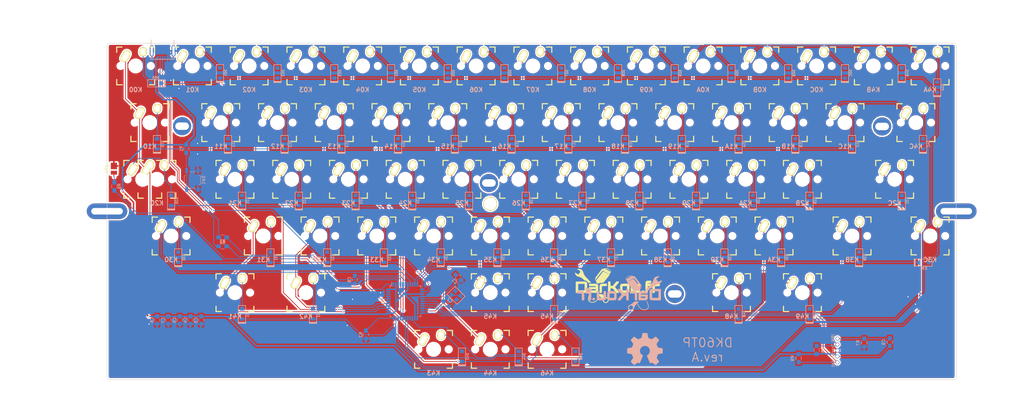
<source format=kicad_pcb>
(kicad_pcb (version 4) (host pcbnew 4.0.5+dfsg1-4)
  (title_block (title "MX/Alps HHKB") (date 2017-05-22) (rev A.1) (company DarKou))
  (layers (0 F.Cu signal) (31 B.Cu signal) (34 B.Paste user) (35 F.Paste user) (36 B.SilkS user) (37 F.SilkS user) (38 B.Mask user) (39 F.Mask user) (44 Edge.Cuts user))
  (net 0 "")
  (net 1 "Net-(C1-Pad1)")
  (net 2 GND)
  (net 3 "Net-(C2-Pad1)")
  (net 4 VCC)
  (net 5 "Net-(C8-Pad1)")
  (net 6 "Net-(D1-Pad2)")
  (net 7 /Row0)
  (net 8 "Net-(D2-Pad2)")
  (net 9 "Net-(D3-Pad2)")
  (net 10 "Net-(D4-Pad2)")
  (net 11 "Net-(D5-Pad2)")
  (net 12 "Net-(D6-Pad2)")
  (net 13 "Net-(D7-Pad2)")
  (net 14 "Net-(D8-Pad2)")
  (net 15 "Net-(D9-Pad2)")
  (net 16 "Net-(D10-Pad2)")
  (net 17 "Net-(D11-Pad2)")
  (net 18 "Net-(D12-Pad2)")
  (net 19 "Net-(D13-Pad2)")
  (net 20 "Net-(D14-Pad2)")
  (net 21 /Row1)
  (net 22 "Net-(D15-Pad2)")
  (net 23 "Net-(D16-Pad2)")
  (net 24 "Net-(D17-Pad2)")
  (net 25 "Net-(D18-Pad2)")
  (net 26 "Net-(D19-Pad2)")
  (net 27 "Net-(D20-Pad2)")
  (net 28 "Net-(D21-Pad2)")
  (net 29 "Net-(D22-Pad2)")
  (net 30 "Net-(D23-Pad2)")
  (net 31 "Net-(D24-Pad2)")
  (net 32 "Net-(D25-Pad2)")
  (net 33 "Net-(D26-Pad2)")
  (net 34 "Net-(D27-Pad2)")
  (net 35 /Row2)
  (net 36 "Net-(D28-Pad2)")
  (net 37 "Net-(D29-Pad2)")
  (net 38 "Net-(D30-Pad2)")
  (net 39 "Net-(D31-Pad2)")
  (net 40 "Net-(D32-Pad2)")
  (net 41 "Net-(D33-Pad2)")
  (net 42 "Net-(D34-Pad2)")
  (net 43 "Net-(D35-Pad2)")
  (net 44 "Net-(D36-Pad2)")
  (net 45 "Net-(D37-Pad2)")
  (net 46 "Net-(D38-Pad2)")
  (net 47 "Net-(D39-Pad2)")
  (net 48 "Net-(D40-Pad2)")
  (net 49 /Row3)
  (net 50 "Net-(D41-Pad2)")
  (net 51 "Net-(D42-Pad2)")
  (net 52 "Net-(D43-Pad2)")
  (net 53 "Net-(D44-Pad2)")
  (net 54 "Net-(D45-Pad2)")
  (net 55 "Net-(D46-Pad2)")
  (net 56 "Net-(D47-Pad2)")
  (net 57 "Net-(D48-Pad2)")
  (net 58 "Net-(D49-Pad2)")
  (net 59 "Net-(D50-Pad2)")
  (net 60 "Net-(D51-Pad2)")
  (net 61 "Net-(D52-Pad2)")
  (net 62 "Net-(D53-Pad2)")
  (net 63 /Row4)
  (net 64 "Net-(D54-Pad2)")
  (net 65 "Net-(D55-Pad2)")
  (net 66 "Net-(D56-Pad2)")
  (net 67 "Net-(D57-Pad2)")
  (net 68 "Net-(D58-Pad2)")
  (net 69 "Net-(D59-Pad2)")
  (net 70 "Net-(D60-Pad2)")
  (net 71 "Net-(J1-Pad2)")
  (net 72 "Net-(J1-Pad3)")
  (net 73 "Net-(J1-Pad4)")
  (net 74 /Col0)
  (net 75 /Col1)
  (net 76 /Col2)
  (net 77 /Col3)
  (net 78 /Col4)
  (net 79 /Col5)
  (net 80 /Col6)
  (net 81 /Col7)
  (net 82 /Col8)
  (net 83 /Col9)
  (net 84 /Col10)
  (net 85 /Col11)
  (net 86 /Col12)
  (net 87 "Net-(R1-Pad2)")
  (net 88 "Net-(R2-Pad1)")
  (net 89 "Net-(R3-Pad1)")
  (net 90 "Net-(R4-Pad2)")
  (net 91 "Net-(U0-Pad35)")
  (net 92 "Net-(U0-Pad39)")
  (net 93 "Net-(U0-Pad42)")
  (net 94 "Net-(U0-Pad43)")
  (net 95 "Net-(LD1-Pad2)")
  (net 96 /CAPS_LED)
  (net 97 "Net-(C9-Pad1)")
  (net 98 D2)
  (net 99 D5)
  (net 100 "Net-(D61-Pad2)")
  (net 101 "Net-(D62-Pad2)")
  (net 102 "Net-(D63-Pad2)")
  (net 103 "Net-(U0-Pad41)")
  (net 104 "Net-(U0-Pad9)")
  (net 105 "Net-(U0-Pad26)")
  (module Footprint:Poker_oval_hole (layer F.Cu) (at 91.8 127.4)
    (fp_text reference Poker_oval_hole hide)
    (fp_text value VAL** hide)
    (pad "" thru_hole circle (at 0 0) (size 6.1 6.1) (drill oval 4.6 2.5) (layers *.Cu *.Mask))
  )
  (module Footprint:Poker_side_edge_long (layer F.Cu) (at 351.7 156)
    (fp_text reference Poker_side_edge_long hide)
    (fp_text value VAL** hide)
    (pad "" thru_hole oval (at 0 0) (size 13.6 5.2) (drill oval 10.6 2.2) (layers *.Cu *.Mask))
  )
  (module Footprint:Poker_oval_hole (layer F.Cu) (at 194.8 146.5)
    (fp_text reference Poker_oval_hole hide)
    (fp_text value VAL** hide)
    (pad "" thru_hole circle (at 0 0) (size 6.1 6.1) (drill oval 4.6 2.5) (layers *.Cu *.Mask))
  )
  (module Footprint:Poker_oval_hole (layer F.Cu) (at 326.8 127.5)
    (fp_text reference Poker_oval_hole hide)
    (fp_text value VAL** hide)
    (pad "" thru_hole circle (at 0 0) (size 6.1 6.1) (drill oval 4.6 2.5) (layers *.Cu *.Mask))
  )
  (module Footprint:D_SOD123 (layer B.Cu) (at 207.16875 152.4 90)
    (fp_text reference D33 hide)
    (fp_text value D26 (at 0 1.925 90) (layer B.SilkS) (effects (font (size 0.8 0.8)) (justify mirror)))
    (pad 2 smd rect (at 1.7 0 90) (size 1.2 1.4) (layers B.Cu B.Paste B.Mask) (net 41 "Net-(D33-Pad2)"))
    (pad 1 smd rect (at -1.7 0 90) (size 1.2 1.4) (layers B.Cu B.Paste B.Mask) (net 35 /Row2))
  )
  (module Footprint:darkou (layer B.Cu) (at 238.6 183.5 180)
    (fp_text reference G*** hide)
    (fp_text value LOGO hide)
  )
  (module Housings_QFP:TQFP-44_10x10mm_Pitch0.8mm (layer B.Cu) (at 166.75 186.25 270)
    (fp_text reference U0 (at 0 7.450001 270) (layer B.SilkS) (effects (justify mirror)))
    (fp_text value ATMEGA32U4)
    (pad 1 smd rect (at -5.7 4 270) (size 1.5 0.55) (layers B.Cu B.Paste B.Mask) (net 96 /CAPS_LED))
    (pad 2 smd rect (at -5.7 3.2 270) (size 1.5 0.55) (layers B.Cu B.Paste B.Mask) (net 4 VCC))
    (pad 3 smd rect (at -5.7 2.4 270) (size 1.5 0.55) (layers B.Cu B.Paste B.Mask) (net 89 "Net-(R3-Pad1)"))
    (pad 4 smd rect (at -5.7 1.6 270) (size 1.5 0.55) (layers B.Cu B.Paste B.Mask) (net 90 "Net-(R4-Pad2)"))
    (pad 5 smd rect (at -5.7 0.8 270) (size 1.5 0.55) (layers B.Cu B.Paste B.Mask) (net 2 GND))
    (pad 6 smd rect (at -5.7 0 270) (size 1.5 0.55) (layers B.Cu B.Paste B.Mask) (net 5 "Net-(C8-Pad1)"))
    (pad 7 smd rect (at -5.7 -0.8 270) (size 1.5 0.55) (layers B.Cu B.Paste B.Mask) (net 4 VCC))
    (pad 8 smd rect (at -5.7 -1.6 270) (size 1.5 0.55) (layers B.Cu B.Paste B.Mask) (net 74 /Col0))
    (pad 9 smd rect (at -5.7 -2.4 270) (size 1.5 0.55) (layers B.Cu B.Paste B.Mask) (net 104 "Net-(U0-Pad9)"))
    (pad 10 smd rect (at -5.7 -3.2 270) (size 1.5 0.55) (layers B.Cu B.Paste B.Mask) (net 49 /Row3))
    (pad 11 smd rect (at -5.7 -4 270) (size 1.5 0.55) (layers B.Cu B.Paste B.Mask) (net 81 /Col7))
    (pad 12 smd rect (at -4 -5.7 180) (size 1.5 0.55) (layers B.Cu B.Paste B.Mask) (net 79 /Col5))
    (pad 13 smd rect (at -3.2 -5.7 180) (size 1.5 0.55) (layers B.Cu B.Paste B.Mask) (net 87 "Net-(R1-Pad2)"))
    (pad 14 smd rect (at -2.4 -5.7 180) (size 1.5 0.55) (layers B.Cu B.Paste B.Mask) (net 4 VCC))
    (pad 15 smd rect (at -1.6 -5.7 180) (size 1.5 0.55) (layers B.Cu B.Paste B.Mask) (net 2 GND))
    (pad 16 smd rect (at -0.8 -5.7 180) (size 1.5 0.55) (layers B.Cu B.Paste B.Mask) (net 1 "Net-(C1-Pad1)"))
    (pad 17 smd rect (at 0 -5.7 180) (size 1.5 0.55) (layers B.Cu B.Paste B.Mask) (net 3 "Net-(C2-Pad1)"))
    (pad 18 smd rect (at 0.8 -5.7 180) (size 1.5 0.55) (layers B.Cu B.Paste B.Mask) (net 84 /Col10))
    (pad 19 smd rect (at 1.6 -5.7 180) (size 1.5 0.55) (layers B.Cu B.Paste B.Mask) (net 85 /Col11))
    (pad 20 smd rect (at 2.4 -5.7 180) (size 1.5 0.55) (layers B.Cu B.Paste B.Mask) (net 98 D2))
    (pad 21 smd rect (at 3.2 -5.7 180) (size 1.5 0.55) (layers B.Cu B.Paste B.Mask) (net 78 /Col4))
    (pad 22 smd rect (at 4 -5.7 180) (size 1.5 0.55) (layers B.Cu B.Paste B.Mask) (net 99 D5))
    (pad 23 smd rect (at 5.7 -4 270) (size 1.5 0.55) (layers B.Cu B.Paste B.Mask) (net 2 GND))
    (pad 24 smd rect (at 5.7 -3.2 270) (size 1.5 0.55) (layers B.Cu B.Paste B.Mask) (net 4 VCC))
    (pad 25 smd rect (at 5.7 -2.4 270) (size 1.5 0.55) (layers B.Cu B.Paste B.Mask) (net 82 /Col8))
    (pad 26 smd rect (at 5.7 -1.6 270) (size 1.5 0.55) (layers B.Cu B.Paste B.Mask) (net 105 "Net-(U0-Pad26)"))
    (pad 27 smd rect (at 5.7 -0.8 270) (size 1.5 0.55) (layers B.Cu B.Paste B.Mask) (net 80 /Col6))
    (pad 28 smd rect (at 5.7 0 270) (size 1.5 0.55) (layers B.Cu B.Paste B.Mask) (net 83 /Col9))
    (pad 29 smd rect (at 5.7 0.8 270) (size 1.5 0.55) (layers B.Cu B.Paste B.Mask) (net 35 /Row2))
    (pad 30 smd rect (at 5.7 1.6 270) (size 1.5 0.55) (layers B.Cu B.Paste B.Mask) (net 21 /Row1))
    (pad 31 smd rect (at 5.7 2.4 270) (size 1.5 0.55) (layers B.Cu B.Paste B.Mask) (net 86 /Col12))
    (pad 32 smd rect (at 5.7 3.2 270) (size 1.5 0.55) (layers B.Cu B.Paste B.Mask) (net 63 /Row4))
    (pad 33 smd rect (at 5.7 4 270) (size 1.5 0.55) (layers B.Cu B.Paste B.Mask) (net 88 "Net-(R2-Pad1)"))
    (pad 34 smd rect (at 4 5.7 180) (size 1.5 0.55) (layers B.Cu B.Paste B.Mask) (net 4 VCC))
    (pad 35 smd rect (at 3.2 5.7 180) (size 1.5 0.55) (layers B.Cu B.Paste B.Mask) (net 91 "Net-(U0-Pad35)"))
    (pad 36 smd rect (at 2.4 5.7 180) (size 1.5 0.55) (layers B.Cu B.Paste B.Mask) (net 75 /Col1))
    (pad 37 smd rect (at 1.6 5.7 180) (size 1.5 0.55) (layers B.Cu B.Paste B.Mask) (net 7 /Row0))
    (pad 38 smd rect (at 0.8 5.7 180) (size 1.5 0.55) (layers B.Cu B.Paste B.Mask) (net 76 /Col2))
    (pad 39 smd rect (at 0 5.7 180) (size 1.5 0.55) (layers B.Cu B.Paste B.Mask) (net 92 "Net-(U0-Pad39)"))
    (pad 40 smd rect (at -0.8 5.7 180) (size 1.5 0.55) (layers B.Cu B.Paste B.Mask) (net 77 /Col3))
    (pad 41 smd rect (at -1.6 5.7 180) (size 1.5 0.55) (layers B.Cu B.Paste B.Mask) (net 103 "Net-(U0-Pad41)"))
    (pad 42 smd rect (at -2.4 5.7 180) (size 1.5 0.55) (layers B.Cu B.Paste B.Mask) (net 93 "Net-(U0-Pad42)"))
    (pad 43 smd rect (at -3.2 5.7 180) (size 1.5 0.55) (layers B.Cu B.Paste B.Mask) (net 94 "Net-(U0-Pad43)"))
    (pad 44 smd rect (at -4 5.7 180) (size 1.5 0.55) (layers B.Cu B.Paste B.Mask) (net 4 VCC))
  )
  (module Capacitors_SMD:C_0805_HandSoldering (layer B.Cu) (at 184.5 178.25 315)
    (fp_text reference C1 (at 0 1.75 315) (layer B.SilkS) (effects (justify mirror)))
    (fp_text value 22p)
    (pad 1 smd rect (at -1.25 0 315) (size 1.5 1.25) (layers B.Cu B.Paste B.Mask) (net 1 "Net-(C1-Pad1)"))
    (pad 2 smd rect (at 1.25 0 315) (size 1.5 1.25) (layers B.Cu B.Paste B.Mask) (net 2 GND))
  )
  (module Capacitors_SMD:C_0805_HandSoldering (layer B.Cu) (at 180.4 187.2 135)
    (fp_text reference C2 (at 0 1.75 135) (layer B.SilkS) (effects (justify mirror)))
    (fp_text value 22p)
    (pad 1 smd rect (at -1.25 0 135) (size 1.5 1.25) (layers B.Cu B.Paste B.Mask) (net 3 "Net-(C2-Pad1)"))
    (pad 2 smd rect (at 1.25 0 135) (size 1.5 1.25) (layers B.Cu B.Paste B.Mask) (net 2 GND))
  )
  (module Capacitors_SMD:C_0805_HandSoldering (layer B.Cu) (at 98.2 192.6 270)
    (fp_text reference C3 (at 0 1.75 270) (layer B.SilkS) (effects (justify mirror)))
    (fp_text value 0.1u hide)
    (pad 1 smd rect (at -1.25 0 270) (size 1.5 1.25) (layers B.Cu B.Paste B.Mask) (net 4 VCC))
    (pad 2 smd rect (at 1.25 0 270) (size 1.5 1.25) (layers B.Cu B.Paste B.Mask) (net 2 GND))
  )
  (module Capacitors_SMD:C_0805_HandSoldering (layer B.Cu) (at 94.6 192.6 270)
    (fp_text reference C4 (at 0 1.75 270) (layer B.SilkS) (effects (justify mirror)))
    (fp_text value 0.1u hide)
    (pad 1 smd rect (at -1.25 0 270) (size 1.5 1.25) (layers B.Cu B.Paste B.Mask) (net 4 VCC))
    (pad 2 smd rect (at 1.25 0 270) (size 1.5 1.25) (layers B.Cu B.Paste B.Mask) (net 2 GND))
  )
  (module Capacitors_SMD:C_0805_HandSoldering (layer B.Cu) (at 91 192.6 270)
    (fp_text reference C5 (at 0 1.75 270) (layer B.SilkS) (effects (justify mirror)))
    (fp_text value 0.1u hide)
    (pad 1 smd rect (at -1.25 0 270) (size 1.5 1.25) (layers B.Cu B.Paste B.Mask) (net 4 VCC))
    (pad 2 smd rect (at 1.25 0 270) (size 1.5 1.25) (layers B.Cu B.Paste B.Mask) (net 2 GND))
  )
  (module Capacitors_SMD:C_0805_HandSoldering (layer B.Cu) (at 83.4 192.6 270)
    (fp_text reference C6 (at 0 1.75 270) (layer B.SilkS) (effects (justify mirror)))
    (fp_text value 0.1u hide)
    (pad 1 smd rect (at -1.25 0 270) (size 1.5 1.25) (layers B.Cu B.Paste B.Mask) (net 4 VCC))
    (pad 2 smd rect (at 1.25 0 270) (size 1.5 1.25) (layers B.Cu B.Paste B.Mask) (net 2 GND))
  )
  (module Capacitors_SMD:C_0805_HandSoldering (layer B.Cu) (at 87.2 192.6 270)
    (fp_text reference C7 (at 0 1.75 270) (layer B.SilkS) (effects (justify mirror)))
    (fp_text value 4.7u hide)
    (pad 1 smd rect (at -1.25 0 270) (size 1.5 1.25) (layers B.Cu B.Paste B.Mask) (net 4 VCC))
    (pad 2 smd rect (at 1.25 0 270) (size 1.5 1.25) (layers B.Cu B.Paste B.Mask) (net 2 GND))
  )
  (module Capacitors_SMD:C_0805_HandSoldering (layer B.Cu) (at 149.75 179 270)
    (fp_text reference C8 (at 0 1.75 270) (layer B.SilkS) (effects (justify mirror)))
    (fp_text value 1u)
    (pad 1 smd rect (at -1.25 0 270) (size 1.5 1.25) (layers B.Cu B.Paste B.Mask) (net 5 "Net-(C8-Pad1)"))
    (pad 2 smd rect (at 1.25 0 270) (size 1.5 1.25) (layers B.Cu B.Paste B.Mask) (net 2 GND))
  )
  (module Resistors_SMD:R_0805_HandSoldering (layer B.Cu) (at 93.2 135 270)
    (fp_text reference R1 (at 0 1.7 270) (layer B.SilkS) (effects (justify mirror)))
    (fp_text value 10K)
    (pad 1 smd rect (at -1.35 0 270) (size 1.5 1.3) (layers B.Cu B.Paste B.Mask) (net 4 VCC))
    (pad 2 smd rect (at 1.35 0 270) (size 1.5 1.3) (layers B.Cu B.Paste B.Mask) (net 87 "Net-(R1-Pad2)"))
  )
  (module Resistors_SMD:R_0805_HandSoldering (layer B.Cu) (at 153.5 197.5 270)
    (fp_text reference R2 (at 0 1.700001 270) (layer B.SilkS) (effects (justify mirror)))
    (fp_text value 10K)
    (pad 1 smd rect (at -1.35 0 270) (size 1.5 1.3) (layers B.Cu B.Paste B.Mask) (net 88 "Net-(R2-Pad1)"))
    (pad 2 smd rect (at 1.35 0 270) (size 1.5 1.3) (layers B.Cu B.Paste B.Mask) (net 2 GND))
  )
  (module Resistors_SMD:R_0805_HandSoldering (layer B.Cu) (at 105.4 167.8 180)
    (fp_text reference R3 (at 0 1.7 180) (layer B.SilkS) (effects (justify mirror)))
    (fp_text value 22)
    (pad 1 smd rect (at -1.35 0 180) (size 1.5 1.3) (layers B.Cu B.Paste B.Mask) (net 89 "Net-(R3-Pad1)"))
    (pad 2 smd rect (at 1.35 0 180) (size 1.5 1.3) (layers B.Cu B.Paste B.Mask) (net 71 "Net-(J1-Pad2)"))
  )
  (module Resistors_SMD:R_0805_HandSoldering (layer B.Cu) (at 105.4 164.8)
    (fp_text reference R4 (at 0 1.7) (layer B.SilkS) (effects (justify mirror)))
    (fp_text value 22)
    (pad 1 smd rect (at -1.35 0) (size 1.5 1.3) (layers B.Cu B.Paste B.Mask) (net 72 "Net-(J1-Pad3)"))
    (pad 2 smd rect (at 1.35 0) (size 1.5 1.3) (layers B.Cu B.Paste B.Mask) (net 90 "Net-(R4-Pad2)"))
  )
  (module Buttons_Switches_SMD:SW_SPST_TL3342 (layer B.Cu) (at 95.25 145.5 90)
    (fp_text reference SW1 (at 0 3.75 90) (layer B.SilkS) (effects (justify mirror)))
    (fp_text value SW_PUSH)
    (pad 1 smd rect (at -3.15 1.9 90) (size 1.7 1) (layers B.Cu B.Paste B.Mask) (net 2 GND))
    (pad 1 smd rect (at 3.15 1.9 90) (size 1.7 1) (layers B.Cu B.Paste B.Mask) (net 2 GND))
    (pad 2 smd rect (at -3.15 -1.9 90) (size 1.7 1) (layers B.Cu B.Paste B.Mask) (net 87 "Net-(R1-Pad2)"))
    (pad 2 smd rect (at 3.15 -1.9 90) (size 1.7 1) (layers B.Cu B.Paste B.Mask) (net 87 "Net-(R1-Pad2)"))
  )
  (module Footprint:FA-238 (layer B.Cu) (at 183.75 184.25 315)
    (fp_text reference X1 hide)
    (fp_text value XTAL_GND hide)
    (pad 3 smd rect (at -1.1 0.8 315) (size 1.4 1.2) (drill (offset -0.1 0.05)) (layers B.Cu B.Paste B.Mask) (net 2 GND) (clearance 0.2))
    (pad 2 smd rect (at 1.1 0.8 315) (size 1.4 1.2) (drill (offset 0.1 0.05)) (layers B.Cu B.Paste B.Mask) (net 3 "Net-(C2-Pad1)") (clearance 0.2))
    (pad 1 smd rect (at -1.1 -0.8 315) (size 1.4 1.2) (drill (offset -0.1 -0.05)) (layers B.Cu B.Paste B.Mask) (net 1 "Net-(C1-Pad1)") (clearance 0.2))
    (pad 3 smd rect (at 1.1 -0.8 315) (size 1.4 1.2) (drill (offset 0.1 -0.05)) (layers B.Cu B.Paste B.Mask) (net 2 GND) (clearance 0.2))
  )
  (module Resistors_SMD:R_0805_HandSoldering (layer B.Cu) (at 69.05625 147.6375 90)
    (fp_text reference R6 (at 0 1.7 90) (layer B.SilkS) (effects (justify mirror)))
    (fp_text value R)
    (pad 1 smd rect (at -1.35 0 90) (size 1.5 1.3) (layers B.Cu B.Paste B.Mask) (net 96 /CAPS_LED))
    (pad 2 smd rect (at 1.35 0 90) (size 1.5 1.3) (layers B.Cu B.Paste B.Mask) (net 95 "Net-(LD1-Pad2)"))
  )
  (module Footprint:Mx_Alps_175_STEPPED (layer F.Cu) (at 78.58125 145.25625)
    (fp_text reference K61 hide)
    (fp_text value Ctrl hide)
    (pad HOLE np_thru_hole circle (at 0 0) (size 3.9878 3.9878) (drill 3.9878) (layers *.Cu))
    (pad HOLE np_thru_hole circle (at -5.08 0) (size 1.7018 1.7018) (drill 1.7018) (layers *.Cu))
    (pad HOLE np_thru_hole circle (at 5.08 0) (size 1.7018 1.7018) (drill 1.7018) (layers *.Cu))
    (pad 1 thru_hole oval (at -3.405 -3.27 330.95) (size 2.5 4.17) (drill oval 1.5 3.17) (layers *.Cu *.Mask F.SilkS) (net 34 "Net-(D27-Pad2)"))
    (pad 2 thru_hole oval (at 2.52 -4.79 356.1) (size 2.5 3.08) (drill oval 1.5 2.08) (layers *.Cu *.Mask F.SilkS) (net 74 /Col0))
  )
  (module Footprint:USB_miniB_hirose_5S8 (layer B.Cu) (at 85.25 104.5)
    (fp_text reference J1 hide)
    (fp_text value USB_mini_micro_B hide)
    (pad 1 smd rect (at -1.6 0) (size 0.5 1.4) (layers B.Cu B.Paste B.Mask) (net 4 VCC))
    (pad 2 smd rect (at -0.8 0) (size 0.5 1.4) (layers B.Cu B.Paste B.Mask) (net 71 "Net-(J1-Pad2)"))
    (pad 3 smd rect (at 0 0) (size 0.5 1.4) (layers B.Cu B.Paste B.Mask) (net 72 "Net-(J1-Pad3)"))
    (pad 4 smd rect (at 0.8 0) (size 0.5 1.4) (layers B.Cu B.Paste B.Mask) (net 73 "Net-(J1-Pad4)"))
    (pad 5 smd rect (at 1.6 0) (size 0.5 1.4) (layers B.Cu B.Paste B.Mask) (net 2 GND))
    (pad 6 thru_hole oval (at -3.65 -2.4) (size 1.3 3.8) (drill oval 0.7 3.2) (layers *.Cu *.Mask B.Paste) (net 2 GND))
    (pad 6 thru_hole oval (at 3.65 -2.4) (size 1.3 3.8) (drill oval 0.7 3.2) (layers *.Cu *.Mask B.Paste) (net 2 GND))
  )
  (module Footprint:D_SOD123 (layer B.Cu) (at 340.51875 133.35 90)
    (fp_text reference D60 hide)
    (fp_text value D4C (at 0 1.925 90) (layer B.SilkS) (effects (font (size 0.8 0.8)) (justify mirror)))
    (pad 2 smd rect (at 1.7 0 90) (size 1.2 1.4) (layers B.Cu B.Paste B.Mask) (net 70 "Net-(D60-Pad2)"))
    (pad 1 smd rect (at -1.7 0 90) (size 1.2 1.4) (layers B.Cu B.Paste B.Mask) (net 63 /Row4))
  )
  (module Footprint:D_SOD123 (layer B.Cu) (at 333.375 109.5375 90)
    (fp_text reference D59 hide)
    (fp_text value D4B (at 0 1.925 90) (layer B.SilkS) (effects (font (size 0.8 0.8)) (justify mirror)))
    (pad 2 smd rect (at 1.7 0 90) (size 1.2 1.4) (layers B.Cu B.Paste B.Mask) (net 69 "Net-(D59-Pad2)"))
    (pad 1 smd rect (at -1.7 0 90) (size 1.2 1.4) (layers B.Cu B.Paste B.Mask) (net 63 /Row4))
  )
  (module Footprint:D_SOD123 (layer B.Cu) (at 345.28125 114.3 90)
    (fp_text reference D58 hide)
    (fp_text value D4A (at 0 1.925 90) (layer B.SilkS) (effects (font (size 0.8 0.8)) (justify mirror)))
    (pad 2 smd rect (at 1.7 0 90) (size 1.2 1.4) (layers B.Cu B.Paste B.Mask) (net 68 "Net-(D58-Pad2)"))
    (pad 1 smd rect (at -1.7 0 90) (size 1.2 1.4) (layers B.Cu B.Paste B.Mask) (net 63 /Row4))
  )
  (module Footprint:D_SOD123 (layer B.Cu) (at 302.41875 190.5 90)
    (fp_text reference D57 hide)
    (fp_text value D49 (at 0 1.925 90) (layer B.SilkS) (effects (font (size 0.8 0.8)) (justify mirror)))
    (pad 2 smd rect (at 1.7 0 90) (size 1.2 1.4) (layers B.Cu B.Paste B.Mask) (net 67 "Net-(D57-Pad2)"))
    (pad 1 smd rect (at -1.7 0 90) (size 1.2 1.4) (layers B.Cu B.Paste B.Mask) (net 63 /Row4))
  )
  (module Footprint:D_SOD123 (layer B.Cu) (at 278.60625 190.5 90)
    (fp_text reference D56 hide)
    (fp_text value D48 (at 0 1.925 90) (layer B.SilkS) (effects (font (size 0.8 0.8)) (justify mirror)))
    (pad 2 smd rect (at 1.7 0 90) (size 1.2 1.4) (layers B.Cu B.Paste B.Mask) (net 66 "Net-(D56-Pad2)"))
    (pad 1 smd rect (at -1.7 0 90) (size 1.2 1.4) (layers B.Cu B.Paste B.Mask) (net 63 /Row4))
  )
  (module Footprint:D_SOD123 (layer B.Cu) (at 216.69375 190.5 90)
    (fp_text reference D55 hide)
    (fp_text value D45 (at 0 1.925 90) (layer B.SilkS) (effects (font (size 0.8 0.8)) (justify mirror)))
    (pad 2 smd rect (at 1.7 0 90) (size 1.2 1.4) (layers B.Cu B.Paste B.Mask) (net 65 "Net-(D55-Pad2)"))
    (pad 1 smd rect (at -1.7 0 90) (size 1.2 1.4) (layers B.Cu B.Paste B.Mask) (net 63 /Row4))
  )
  (module Footprint:D_SOD123 (layer B.Cu) (at 135.73125 190.5 90)
    (fp_text reference D54 hide)
    (fp_text value D42 (at 0 1.925 90) (layer B.SilkS) (effects (font (size 0.8 0.8)) (justify mirror)))
    (pad 2 smd rect (at 1.7 0 90) (size 1.2 1.4) (layers B.Cu B.Paste B.Mask) (net 64 "Net-(D54-Pad2)"))
    (pad 1 smd rect (at -1.7 0 90) (size 1.2 1.4) (layers B.Cu B.Paste B.Mask) (net 63 /Row4))
  )
  (module Footprint:D_SOD123 (layer B.Cu) (at 111.91875 190.5 90)
    (fp_text reference D53 hide)
    (fp_text value D41 (at 0 1.925 90) (layer B.SilkS) (effects (font (size 0.8 0.8)) (justify mirror)))
    (pad 2 smd rect (at 1.7 0 90) (size 1.2 1.4) (layers B.Cu B.Paste B.Mask) (net 62 "Net-(D53-Pad2)"))
    (pad 1 smd rect (at -1.7 0 90) (size 1.2 1.4) (layers B.Cu B.Paste B.Mask) (net 63 /Row4))
  )
  (module Footprint:D_SOD123 (layer B.Cu) (at 340.75 173.25)
    (fp_text reference D52 hide)
    (fp_text value D3C (at 0 1.925) (layer B.SilkS) (effects (font (size 0.8 0.8)) (justify mirror)))
    (pad 2 smd rect (at 1.7 0) (size 1.2 1.4) (layers B.Cu B.Paste B.Mask) (net 61 "Net-(D52-Pad2)"))
    (pad 1 smd rect (at -1.7 0) (size 1.2 1.4) (layers B.Cu B.Paste B.Mask) (net 49 /Row3))
  )
  (module Footprint:D_SOD123 (layer B.Cu) (at 319.0875 171.45 90)
    (fp_text reference D51 hide)
    (fp_text value D3B (at 0 1.925 90) (layer B.SilkS) (effects (font (size 0.8 0.8)) (justify mirror)))
    (pad 2 smd rect (at 1.7 0 90) (size 1.2 1.4) (layers B.Cu B.Paste B.Mask) (net 60 "Net-(D51-Pad2)"))
    (pad 1 smd rect (at -1.7 0 90) (size 1.2 1.4) (layers B.Cu B.Paste B.Mask) (net 49 /Row3))
  )
  (module Footprint:D_SOD123 (layer B.Cu) (at 292.89375 171.45 90)
    (fp_text reference D50 hide)
    (fp_text value D3A (at 0 1.925 90) (layer B.SilkS) (effects (font (size 0.8 0.8)) (justify mirror)))
    (pad 2 smd rect (at 1.7 0 90) (size 1.2 1.4) (layers B.Cu B.Paste B.Mask) (net 59 "Net-(D50-Pad2)"))
    (pad 1 smd rect (at -1.7 0 90) (size 1.2 1.4) (layers B.Cu B.Paste B.Mask) (net 49 /Row3))
  )
  (module Footprint:D_SOD123 (layer B.Cu) (at 273.84375 171.45 90)
    (fp_text reference D49 hide)
    (fp_text value D39 (at 0 1.925 90) (layer B.SilkS) (effects (font (size 0.8 0.8)) (justify mirror)))
    (pad 2 smd rect (at 1.7 0 90) (size 1.2 1.4) (layers B.Cu B.Paste B.Mask) (net 58 "Net-(D49-Pad2)"))
    (pad 1 smd rect (at -1.7 0 90) (size 1.2 1.4) (layers B.Cu B.Paste B.Mask) (net 49 /Row3))
  )
  (module Footprint:D_SOD123 (layer B.Cu) (at 254.79375 171.45 90)
    (fp_text reference D48 hide)
    (fp_text value D38 (at 0 1.925 90) (layer B.SilkS) (effects (font (size 0.8 0.8)) (justify mirror)))
    (pad 2 smd rect (at 1.7 0 90) (size 1.2 1.4) (layers B.Cu B.Paste B.Mask) (net 57 "Net-(D48-Pad2)"))
    (pad 1 smd rect (at -1.7 0 90) (size 1.2 1.4) (layers B.Cu B.Paste B.Mask) (net 49 /Row3))
  )
  (module Footprint:D_SOD123 (layer B.Cu) (at 235.74375 171.45 90)
    (fp_text reference D47 hide)
    (fp_text value D37 (at 0 1.925 90) (layer B.SilkS) (effects (font (size 0.8 0.8)) (justify mirror)))
    (pad 2 smd rect (at 1.7 0 90) (size 1.2 1.4) (layers B.Cu B.Paste B.Mask) (net 56 "Net-(D47-Pad2)"))
    (pad 1 smd rect (at -1.7 0 90) (size 1.2 1.4) (layers B.Cu B.Paste B.Mask) (net 49 /Row3))
  )
  (module Footprint:D_SOD123 (layer B.Cu) (at 216.69375 171.45 90)
    (fp_text reference D46 hide)
    (fp_text value D36 (at 0 1.925 90) (layer B.SilkS) (effects (font (size 0.8 0.8)) (justify mirror)))
    (pad 2 smd rect (at 1.7 0 90) (size 1.2 1.4) (layers B.Cu B.Paste B.Mask) (net 55 "Net-(D46-Pad2)"))
    (pad 1 smd rect (at -1.7 0 90) (size 1.2 1.4) (layers B.Cu B.Paste B.Mask) (net 49 /Row3))
  )
  (module Footprint:D_SOD123 (layer B.Cu) (at 197.64375 171.45 90)
    (fp_text reference D45 hide)
    (fp_text value D35 (at 0 1.925 90) (layer B.SilkS) (effects (font (size 0.8 0.8)) (justify mirror)))
    (pad 2 smd rect (at 1.7 0 90) (size 1.2 1.4) (layers B.Cu B.Paste B.Mask) (net 54 "Net-(D45-Pad2)"))
    (pad 1 smd rect (at -1.7 0 90) (size 1.2 1.4) (layers B.Cu B.Paste B.Mask) (net 49 /Row3))
  )
  (module Footprint:D_SOD123 (layer B.Cu) (at 178.59375 171.45 90)
    (fp_text reference D44 hide)
    (fp_text value D34 (at 0 1.925 90) (layer B.SilkS) (effects (font (size 0.8 0.8)) (justify mirror)))
    (pad 2 smd rect (at 1.7 0 90) (size 1.2 1.4) (layers B.Cu B.Paste B.Mask) (net 53 "Net-(D44-Pad2)"))
    (pad 1 smd rect (at -1.7 0 90) (size 1.2 1.4) (layers B.Cu B.Paste B.Mask) (net 49 /Row3))
  )
  (module Footprint:D_SOD123 (layer B.Cu) (at 159.54375 171.45 90)
    (fp_text reference D43 hide)
    (fp_text value D33 (at 0 1.925 90) (layer B.SilkS) (effects (font (size 0.8 0.8)) (justify mirror)))
    (pad 2 smd rect (at 1.7 0 90) (size 1.2 1.4) (layers B.Cu B.Paste B.Mask) (net 52 "Net-(D43-Pad2)"))
    (pad 1 smd rect (at -1.7 0 90) (size 1.2 1.4) (layers B.Cu B.Paste B.Mask) (net 49 /Row3))
  )
  (module Footprint:D_SOD123 (layer B.Cu) (at 140.49375 171.45 90)
    (fp_text reference D42 hide)
    (fp_text value D32 (at 0 1.925 90) (layer B.SilkS) (effects (font (size 0.8 0.8)) (justify mirror)))
    (pad 2 smd rect (at 1.7 0 90) (size 1.2 1.4) (layers B.Cu B.Paste B.Mask) (net 51 "Net-(D42-Pad2)"))
    (pad 1 smd rect (at -1.7 0 90) (size 1.2 1.4) (layers B.Cu B.Paste B.Mask) (net 49 /Row3))
  )
  (module Footprint:D_SOD123 (layer B.Cu) (at 121.44375 171.45 90)
    (fp_text reference D41 hide)
    (fp_text value D31 (at 0 1.925 90) (layer B.SilkS) (effects (font (size 0.8 0.8)) (justify mirror)))
    (pad 2 smd rect (at 1.7 0 90) (size 1.2 1.4) (layers B.Cu B.Paste B.Mask) (net 50 "Net-(D41-Pad2)"))
    (pad 1 smd rect (at -1.7 0 90) (size 1.2 1.4) (layers B.Cu B.Paste B.Mask) (net 49 /Row3))
  )
  (module Footprint:D_SOD123 (layer B.Cu) (at 90.4875 171.45 90)
    (fp_text reference D40 hide)
    (fp_text value D30 (at 0 1.925 90) (layer B.SilkS) (effects (font (size 0.8 0.8)) (justify mirror)))
    (pad 2 smd rect (at 1.7 0 90) (size 1.2 1.4) (layers B.Cu B.Paste B.Mask) (net 48 "Net-(D40-Pad2)"))
    (pad 1 smd rect (at -1.7 0 90) (size 1.2 1.4) (layers B.Cu B.Paste B.Mask) (net 49 /Row3))
  )
  (module Footprint:D_SOD123 (layer B.Cu) (at 333.375 152.4 90)
    (fp_text reference D39 hide)
    (fp_text value D2C (at 0 1.925 90) (layer B.SilkS) (effects (font (size 0.8 0.8)) (justify mirror)))
    (pad 2 smd rect (at 1.7 0 90) (size 1.2 1.4) (layers B.Cu B.Paste B.Mask) (net 47 "Net-(D39-Pad2)"))
    (pad 1 smd rect (at -1.7 0 90) (size 1.2 1.4) (layers B.Cu B.Paste B.Mask) (net 35 /Row2))
  )
  (module Footprint:D_SOD123 (layer B.Cu) (at 302.41875 152.4 90)
    (fp_text reference D38 hide)
    (fp_text value D2B (at 0 1.925 90) (layer B.SilkS) (effects (font (size 0.8 0.8)) (justify mirror)))
    (pad 2 smd rect (at 1.7 0 90) (size 1.2 1.4) (layers B.Cu B.Paste B.Mask) (net 46 "Net-(D38-Pad2)"))
    (pad 1 smd rect (at -1.7 0 90) (size 1.2 1.4) (layers B.Cu B.Paste B.Mask) (net 35 /Row2))
  )
  (module Footprint:D_SOD123 (layer B.Cu) (at 283.36875 152.4 90)
    (fp_text reference D37 hide)
    (fp_text value D2A (at 0 1.925 90) (layer B.SilkS) (effects (font (size 0.8 0.8)) (justify mirror)))
    (pad 2 smd rect (at 1.7 0 90) (size 1.2 1.4) (layers B.Cu B.Paste B.Mask) (net 45 "Net-(D37-Pad2)"))
    (pad 1 smd rect (at -1.7 0 90) (size 1.2 1.4) (layers B.Cu B.Paste B.Mask) (net 35 /Row2))
  )
  (module Footprint:D_SOD123 (layer B.Cu) (at 264.31875 152.4 90)
    (fp_text reference D36 hide)
    (fp_text value D29 (at 0 1.925 90) (layer B.SilkS) (effects (font (size 0.8 0.8)) (justify mirror)))
    (pad 2 smd rect (at 1.7 0 90) (size 1.2 1.4) (layers B.Cu B.Paste B.Mask) (net 44 "Net-(D36-Pad2)"))
    (pad 1 smd rect (at -1.7 0 90) (size 1.2 1.4) (layers B.Cu B.Paste B.Mask) (net 35 /Row2))
  )
  (module Footprint:D_SOD123 (layer B.Cu) (at 245.26875 152.4 90)
    (fp_text reference D35 hide)
    (fp_text value D28 (at 0 1.925 90) (layer B.SilkS) (effects (font (size 0.8 0.8)) (justify mirror)))
    (pad 2 smd rect (at 1.7 0 90) (size 1.2 1.4) (layers B.Cu B.Paste B.Mask) (net 43 "Net-(D35-Pad2)"))
    (pad 1 smd rect (at -1.7 0 90) (size 1.2 1.4) (layers B.Cu B.Paste B.Mask) (net 35 /Row2))
  )
  (module Footprint:D_SOD123 (layer B.Cu) (at 226.21875 152.4 90)
    (fp_text reference D34 hide)
    (fp_text value D27 (at 0 1.925 90) (layer B.SilkS) (effects (font (size 0.8 0.8)) (justify mirror)))
    (pad 2 smd rect (at 1.7 0 90) (size 1.2 1.4) (layers B.Cu B.Paste B.Mask) (net 42 "Net-(D34-Pad2)"))
    (pad 1 smd rect (at -1.7 0 90) (size 1.2 1.4) (layers B.Cu B.Paste B.Mask) (net 35 /Row2))
  )
  (module Footprint:D_SOD123 (layer B.Cu) (at 188.11875 152.4 90)
    (fp_text reference D32 hide)
    (fp_text value D25 hide)
    (pad 2 smd rect (at 1.7 0 90) (size 1.2 1.4) (layers B.Cu B.Paste B.Mask) (net 40 "Net-(D32-Pad2)"))
    (pad 1 smd rect (at -1.7 0 90) (size 1.2 1.4) (layers B.Cu B.Paste B.Mask) (net 35 /Row2))
  )
  (module Footprint:D_SOD123 (layer B.Cu) (at 169.06875 152.4 90)
    (fp_text reference D31 hide)
    (fp_text value D24 (at 0 1.925 90) (layer B.SilkS) (effects (font (size 0.8 0.8)) (justify mirror)))
    (pad 2 smd rect (at 1.7 0 90) (size 1.2 1.4) (layers B.Cu B.Paste B.Mask) (net 39 "Net-(D31-Pad2)"))
    (pad 1 smd rect (at -1.7 0 90) (size 1.2 1.4) (layers B.Cu B.Paste B.Mask) (net 35 /Row2))
  )
  (module Footprint:D_SOD123 (layer B.Cu) (at 150.01875 152.4 90)
    (fp_text reference D30 hide)
    (fp_text value D23 (at 0 1.925 90) (layer B.SilkS) (effects (font (size 0.8 0.8)) (justify mirror)))
    (pad 2 smd rect (at 1.7 0 90) (size 1.2 1.4) (layers B.Cu B.Paste B.Mask) (net 38 "Net-(D30-Pad2)"))
    (pad 1 smd rect (at -1.7 0 90) (size 1.2 1.4) (layers B.Cu B.Paste B.Mask) (net 35 /Row2))
  )
  (module Footprint:D_SOD123 (layer B.Cu) (at 130.96875 152.4 90)
    (fp_text reference D29 hide)
    (fp_text value D22 (at 0 1.925 90) (layer B.SilkS) (effects (font (size 0.8 0.8)) (justify mirror)))
    (pad 2 smd rect (at 1.7 0 90) (size 1.2 1.4) (layers B.Cu B.Paste B.Mask) (net 37 "Net-(D29-Pad2)"))
    (pad 1 smd rect (at -1.7 0 90) (size 1.2 1.4) (layers B.Cu B.Paste B.Mask) (net 35 /Row2))
  )
  (module Footprint:D_SOD123 (layer B.Cu) (at 111.91875 152.4 90)
    (fp_text reference D28 hide)
    (fp_text value D21 (at 0 1.925 90) (layer B.SilkS) (effects (font (size 0.8 0.8)) (justify mirror)))
    (pad 2 smd rect (at 1.7 0 90) (size 1.2 1.4) (layers B.Cu B.Paste B.Mask) (net 36 "Net-(D28-Pad2)"))
    (pad 1 smd rect (at -1.7 0 90) (size 1.2 1.4) (layers B.Cu B.Paste B.Mask) (net 35 /Row2))
  )
  (module Footprint:D_SOD123 (layer B.Cu) (at 88.10625 152.4 90)
    (fp_text reference D27 hide)
    (fp_text value D20 (at 0 1.925 90) (layer B.SilkS) (effects (font (size 0.8 0.8)) (justify mirror)))
    (pad 2 smd rect (at 1.7 0 90) (size 1.2 1.4) (layers B.Cu B.Paste B.Mask) (net 34 "Net-(D27-Pad2)"))
    (pad 1 smd rect (at -1.7 0 90) (size 1.2 1.4) (layers B.Cu B.Paste B.Mask) (net 35 /Row2))
  )
  (module Footprint:D_SOD123 (layer B.Cu) (at 316.70625 133.35 90)
    (fp_text reference D26 hide)
    (fp_text value D1C (at 0 1.925 90) (layer B.SilkS) (effects (font (size 0.8 0.8)) (justify mirror)))
    (pad 2 smd rect (at 1.7 0 90) (size 1.2 1.4) (layers B.Cu B.Paste B.Mask) (net 33 "Net-(D26-Pad2)"))
    (pad 1 smd rect (at -1.7 0 90) (size 1.2 1.4) (layers B.Cu B.Paste B.Mask) (net 21 /Row1))
  )
  (module Footprint:D_SOD123 (layer B.Cu) (at 297.65625 133.35 90)
    (fp_text reference D25 hide)
    (fp_text value D1B (at 0 1.925 90) (layer B.SilkS) (effects (font (size 0.8 0.8)) (justify mirror)))
    (pad 2 smd rect (at 1.7 0 90) (size 1.2 1.4) (layers B.Cu B.Paste B.Mask) (net 32 "Net-(D25-Pad2)"))
    (pad 1 smd rect (at -1.7 0 90) (size 1.2 1.4) (layers B.Cu B.Paste B.Mask) (net 21 /Row1))
  )
  (module Footprint:D_SOD123 (layer B.Cu) (at 278.60625 133.35 90)
    (fp_text reference D24 hide)
    (fp_text value D1A (at 0 1.925 90) (layer B.SilkS) (effects (font (size 0.8 0.8)) (justify mirror)))
    (pad 2 smd rect (at 1.7 0 90) (size 1.2 1.4) (layers B.Cu B.Paste B.Mask) (net 31 "Net-(D24-Pad2)"))
    (pad 1 smd rect (at -1.7 0 90) (size 1.2 1.4) (layers B.Cu B.Paste B.Mask) (net 21 /Row1))
  )
  (module Footprint:D_SOD123 (layer B.Cu) (at 259.55625 133.35 90)
    (fp_text reference D23 hide)
    (fp_text value D19 (at 0 1.925 90) (layer B.SilkS) (effects (font (size 0.8 0.8)) (justify mirror)))
    (pad 2 smd rect (at 1.7 0 90) (size 1.2 1.4) (layers B.Cu B.Paste B.Mask) (net 30 "Net-(D23-Pad2)"))
    (pad 1 smd rect (at -1.7 0 90) (size 1.2 1.4) (layers B.Cu B.Paste B.Mask) (net 21 /Row1))
  )
  (module Footprint:D_SOD123 (layer B.Cu) (at 240.50625 133.35 90)
    (fp_text reference D22 hide)
    (fp_text value D18 (at 0 1.925 90) (layer B.SilkS) (effects (font (size 0.8 0.8)) (justify mirror)))
    (pad 2 smd rect (at 1.7 0 90) (size 1.2 1.4) (layers B.Cu B.Paste B.Mask) (net 29 "Net-(D22-Pad2)"))
    (pad 1 smd rect (at -1.7 0 90) (size 1.2 1.4) (layers B.Cu B.Paste B.Mask) (net 21 /Row1))
  )
  (module Footprint:D_SOD123 (layer B.Cu) (at 221.45625 133.35 90)
    (fp_text reference D21 hide)
    (fp_text value D17 (at 0 1.925 90) (layer B.SilkS) (effects (font (size 0.8 0.8)) (justify mirror)))
    (pad 2 smd rect (at 1.7 0 90) (size 1.2 1.4) (layers B.Cu B.Paste B.Mask) (net 28 "Net-(D21-Pad2)"))
    (pad 1 smd rect (at -1.7 0 90) (size 1.2 1.4) (layers B.Cu B.Paste B.Mask) (net 21 /Row1))
  )
  (module Footprint:D_SOD123 (layer B.Cu) (at 202.40625 133.35 90)
    (fp_text reference D20 hide)
    (fp_text value D16 (at 0 1.925 90) (layer B.SilkS) (effects (font (size 0.8 0.8)) (justify mirror)))
    (pad 2 smd rect (at 1.7 0 90) (size 1.2 1.4) (layers B.Cu B.Paste B.Mask) (net 27 "Net-(D20-Pad2)"))
    (pad 1 smd rect (at -1.7 0 90) (size 1.2 1.4) (layers B.Cu B.Paste B.Mask) (net 21 /Row1))
  )
  (module Footprint:D_SOD123 (layer B.Cu) (at 183.35625 133.35 90)
    (fp_text reference D19 hide)
    (fp_text value D15 (at 0 1.925 90) (layer B.SilkS) (effects (font (size 0.8 0.8)) (justify mirror)))
    (pad 2 smd rect (at 1.7 0 90) (size 1.2 1.4) (layers B.Cu B.Paste B.Mask) (net 26 "Net-(D19-Pad2)"))
    (pad 1 smd rect (at -1.7 0 90) (size 1.2 1.4) (layers B.Cu B.Paste B.Mask) (net 21 /Row1))
  )
  (module Footprint:D_SOD123 (layer B.Cu) (at 164.30625 133.35 90)
    (fp_text reference D18 hide)
    (fp_text value D14 (at 0 1.925 90) (layer B.SilkS) (effects (font (size 0.8 0.8)) (justify mirror)))
    (pad 2 smd rect (at 1.7 0 90) (size 1.2 1.4) (layers B.Cu B.Paste B.Mask) (net 25 "Net-(D18-Pad2)"))
    (pad 1 smd rect (at -1.7 0 90) (size 1.2 1.4) (layers B.Cu B.Paste B.Mask) (net 21 /Row1))
  )
  (module Footprint:D_SOD123 (layer B.Cu) (at 145.25625 133.35 90)
    (fp_text reference D17 hide)
    (fp_text value D13 (at 0 1.925 90) (layer B.SilkS) (effects (font (size 0.8 0.8)) (justify mirror)))
    (pad 2 smd rect (at 1.7 0 90) (size 1.2 1.4) (layers B.Cu B.Paste B.Mask) (net 24 "Net-(D17-Pad2)"))
    (pad 1 smd rect (at -1.7 0 90) (size 1.2 1.4) (layers B.Cu B.Paste B.Mask) (net 21 /Row1))
  )
  (module Footprint:D_SOD123 (layer B.Cu) (at 126.20625 133.35 90)
    (fp_text reference D16 hide)
    (fp_text value D12 (at 0 1.925 90) (layer B.SilkS) (effects (font (size 0.8 0.8)) (justify mirror)))
    (pad 2 smd rect (at 1.7 0 90) (size 1.2 1.4) (layers B.Cu B.Paste B.Mask) (net 23 "Net-(D16-Pad2)"))
    (pad 1 smd rect (at -1.7 0 90) (size 1.2 1.4) (layers B.Cu B.Paste B.Mask) (net 21 /Row1))
  )
  (module Footprint:D_SOD123 (layer B.Cu) (at 107.15625 133.35 90)
    (fp_text reference D15 hide)
    (fp_text value D11 (at 0 1.925 90) (layer B.SilkS) (effects (font (size 0.8 0.8)) (justify mirror)))
    (pad 2 smd rect (at 1.7 0 90) (size 1.2 1.4) (layers B.Cu B.Paste B.Mask) (net 22 "Net-(D15-Pad2)"))
    (pad 1 smd rect (at -1.7 0 90) (size 1.2 1.4) (layers B.Cu B.Paste B.Mask) (net 21 /Row1))
  )
  (module Footprint:D_SOD123 (layer B.Cu) (at 83.34375 133.35 90)
    (fp_text reference D14 hide)
    (fp_text value D10 (at 0 1.925 90) (layer B.SilkS) (effects (font (size 0.8 0.8)) (justify mirror)))
    (pad 2 smd rect (at 1.7 0 90) (size 1.2 1.4) (layers B.Cu B.Paste B.Mask) (net 20 "Net-(D14-Pad2)"))
    (pad 1 smd rect (at -1.7 0 90) (size 1.2 1.4) (layers B.Cu B.Paste B.Mask) (net 21 /Row1))
  )
  (module Footprint:D_SOD123 (layer B.Cu) (at 314.325 109.5375 90)
    (fp_text reference D13 hide)
    (fp_text value D0C (at 0 1.925 90) (layer B.SilkS) (effects (font (size 0.8 0.8)) (justify mirror)))
    (pad 2 smd rect (at 1.7 0 90) (size 1.2 1.4) (layers B.Cu B.Paste B.Mask) (net 19 "Net-(D13-Pad2)"))
    (pad 1 smd rect (at -1.7 0 90) (size 1.2 1.4) (layers B.Cu B.Paste B.Mask) (net 7 /Row0))
  )
  (module Footprint:D_SOD123 (layer B.Cu) (at 295.275 109.5375 90)
    (fp_text reference D12 hide)
    (fp_text value D0B (at 0 1.925 90) (layer B.SilkS) (effects (font (size 0.8 0.8)) (justify mirror)))
    (pad 2 smd rect (at 1.7 0 90) (size 1.2 1.4) (layers B.Cu B.Paste B.Mask) (net 18 "Net-(D12-Pad2)"))
    (pad 1 smd rect (at -1.7 0 90) (size 1.2 1.4) (layers B.Cu B.Paste B.Mask) (net 7 /Row0))
  )
  (module Footprint:D_SOD123 (layer B.Cu) (at 276.225 109.5375 90)
    (fp_text reference D11 hide)
    (fp_text value D0A (at 0 1.925 90) (layer B.SilkS) (effects (font (size 0.8 0.8)) (justify mirror)))
    (pad 2 smd rect (at 1.7 0 90) (size 1.2 1.4) (layers B.Cu B.Paste B.Mask) (net 17 "Net-(D11-Pad2)"))
    (pad 1 smd rect (at -1.7 0 90) (size 1.2 1.4) (layers B.Cu B.Paste B.Mask) (net 7 /Row0))
  )
  (module Footprint:D_SOD123 (layer B.Cu) (at 257.175 109.5375 90)
    (fp_text reference D10 hide)
    (fp_text value D09 (at 0 1.925 90) (layer B.SilkS) (effects (font (size 0.8 0.8)) (justify mirror)))
    (pad 2 smd rect (at 1.7 0 90) (size 1.2 1.4) (layers B.Cu B.Paste B.Mask) (net 16 "Net-(D10-Pad2)"))
    (pad 1 smd rect (at -1.7 0 90) (size 1.2 1.4) (layers B.Cu B.Paste B.Mask) (net 7 /Row0))
  )
  (module Footprint:D_SOD123 (layer B.Cu) (at 238.125 109.5375 90)
    (fp_text reference D9 hide)
    (fp_text value D08 (at 0 1.925 90) (layer B.SilkS) (effects (font (size 0.8 0.8)) (justify mirror)))
    (pad 2 smd rect (at 1.7 0 90) (size 1.2 1.4) (layers B.Cu B.Paste B.Mask) (net 15 "Net-(D9-Pad2)"))
    (pad 1 smd rect (at -1.7 0 90) (size 1.2 1.4) (layers B.Cu B.Paste B.Mask) (net 7 /Row0))
  )
  (module Footprint:D_SOD123 (layer B.Cu) (at 219.075 109.5375 90)
    (fp_text reference D8 hide)
    (fp_text value D07 (at 0 1.925 90) (layer B.SilkS) (effects (font (size 0.8 0.8)) (justify mirror)))
    (pad 2 smd rect (at 1.7 0 90) (size 1.2 1.4) (layers B.Cu B.Paste B.Mask) (net 14 "Net-(D8-Pad2)"))
    (pad 1 smd rect (at -1.7 0 90) (size 1.2 1.4) (layers B.Cu B.Paste B.Mask) (net 7 /Row0))
  )
  (module Footprint:D_SOD123 (layer B.Cu) (at 200.025 109.5375 90)
    (fp_text reference D7 hide)
    (fp_text value D06 (at 0 1.925 90) (layer B.SilkS) (effects (font (size 0.8 0.8)) (justify mirror)))
    (pad 2 smd rect (at 1.7 0 90) (size 1.2 1.4) (layers B.Cu B.Paste B.Mask) (net 13 "Net-(D7-Pad2)"))
    (pad 1 smd rect (at -1.7 0 90) (size 1.2 1.4) (layers B.Cu B.Paste B.Mask) (net 7 /Row0))
  )
  (module Footprint:D_SOD123 (layer B.Cu) (at 161.925 109.5375 90)
    (fp_text reference D5 hide)
    (fp_text value D04 (at 0 1.925 90) (layer B.SilkS) (effects (font (size 0.8 0.8)) (justify mirror)))
    (pad 2 smd rect (at 1.7 0 90) (size 1.2 1.4) (layers B.Cu B.Paste B.Mask) (net 11 "Net-(D5-Pad2)"))
    (pad 1 smd rect (at -1.7 0 90) (size 1.2 1.4) (layers B.Cu B.Paste B.Mask) (net 7 /Row0))
  )
  (module Footprint:D_SOD123 (layer B.Cu) (at 142.875 109.5375 90)
    (fp_text reference D4 hide)
    (fp_text value D03 (at 0 1.925 90) (layer B.SilkS) (effects (font (size 0.8 0.8)) (justify mirror)))
    (pad 2 smd rect (at 1.7 0 90) (size 1.2 1.4) (layers B.Cu B.Paste B.Mask) (net 10 "Net-(D4-Pad2)"))
    (pad 1 smd rect (at -1.7 0 90) (size 1.2 1.4) (layers B.Cu B.Paste B.Mask) (net 7 /Row0))
  )
  (module Footprint:D_SOD123 (layer B.Cu) (at 123.825 109.5375 90)
    (fp_text reference D3 hide)
    (fp_text value D02 (at 0 1.925 90) (layer B.SilkS) (effects (font (size 0.8 0.8)) (justify mirror)))
    (pad 2 smd rect (at 1.7 0 90) (size 1.2 1.4) (layers B.Cu B.Paste B.Mask) (net 9 "Net-(D3-Pad2)"))
    (pad 1 smd rect (at -1.7 0 90) (size 1.2 1.4) (layers B.Cu B.Paste B.Mask) (net 7 /Row0))
  )
  (module Footprint:D_SOD123 (layer B.Cu) (at 104.5 109.5 90)
    (fp_text reference D2 hide)
    (fp_text value D01 (at 0 1.925 90) (layer B.SilkS) (effects (font (size 0.8 0.8)) (justify mirror)))
    (pad 2 smd rect (at 1.7 0 90) (size 1.2 1.4) (layers B.Cu B.Paste B.Mask) (net 8 "Net-(D2-Pad2)"))
    (pad 1 smd rect (at -1.7 0 90) (size 1.2 1.4) (layers B.Cu B.Paste B.Mask) (net 7 /Row0))
  )
  (module Footprint:D_SOD123 (layer B.Cu) (at 83 113 180)
    (fp_text reference D1 hide)
    (fp_text value D00 (at 0 1.925 180) (layer B.SilkS) (effects (font (size 0.8 0.8)) (justify mirror)))
    (pad 2 smd rect (at 1.7 0 180) (size 1.2 1.4) (layers B.Cu B.Paste B.Mask) (net 6 "Net-(D1-Pad2)"))
    (pad 1 smd rect (at -1.7 0 180) (size 1.2 1.4) (layers B.Cu B.Paste B.Mask) (net 7 /Row0))
  )
  (module Footprint:D_SOD123 (layer B.Cu) (at 180.975 109.5375 90)
    (fp_text reference D6 hide)
    (fp_text value D05 (at 0 1.925 90) (layer B.SilkS) (effects (font (size 0.8 0.8)) (justify mirror)))
    (pad 2 smd rect (at 1.7 0 90) (size 1.2 1.4) (layers B.Cu B.Paste B.Mask) (net 12 "Net-(D6-Pad2)"))
    (pad 1 smd rect (at -1.7 0 90) (size 1.2 1.4) (layers B.Cu B.Paste B.Mask) (net 7 /Row0))
  )
  (module Capacitors_SMD:C_0805_HandSoldering (layer B.Cu) (at 329.4 200 270)
    (fp_text reference C9 (at 0 2.1 270) (layer B.SilkS) (effects (justify mirror)))
    (fp_text value 2.2u)
    (pad 1 smd rect (at -1.25 0 270) (size 1.5 1.25) (layers B.Cu B.Paste B.Mask) (net 97 "Net-(C9-Pad1)"))
    (pad 2 smd rect (at 1.25 0 270) (size 1.5 1.25) (layers B.Cu B.Paste B.Mask) (net 4 VCC))
  )
  (module Resistors_SMD:R_0805_HandSoldering (layer B.Cu) (at 320.8 200.2 270)
    (fp_text reference R7 (at 0 2.1 270) (layer B.SilkS) (effects (justify mirror)))
    (fp_text value 100K)
    (pad 1 smd rect (at -1.35 0 270) (size 1.5 1.3) (layers B.Cu B.Paste B.Mask) (net 97 "Net-(C9-Pad1)"))
    (pad 2 smd rect (at 1.35 0 270) (size 1.5 1.3) (layers B.Cu B.Paste B.Mask) (net 2 GND))
  )
  (module Resistors_SMD:R_0805_HandSoldering (layer B.Cu) (at 304.8 202.6 90)
    (fp_text reference R8 (at 0 2.1 90) (layer B.SilkS) (effects (justify mirror)))
    (fp_text value 4.7K)
    (pad 1 smd rect (at -1.35 0 90) (size 1.5 1.3) (layers B.Cu B.Paste B.Mask) (net 4 VCC))
    (pad 2 smd rect (at 1.35 0 90) (size 1.5 1.3) (layers B.Cu B.Paste B.Mask) (net 98 D2))
  )
  (module Resistors_SMD:R_0805_HandSoldering (layer B.Cu) (at 298.8 205.4 270)
    (fp_text reference R9 (at 0 2.1 270) (layer B.SilkS) (effects (justify mirror)))
    (fp_text value 4.7K)
    (pad 1 smd rect (at -1.35 0 270) (size 1.5 1.3) (layers B.Cu B.Paste B.Mask) (net 4 VCC))
    (pad 2 smd rect (at 1.35 0 270) (size 1.5 1.3) (layers B.Cu B.Paste B.Mask) (net 99 D5))
  )
  (module Footprint:IBM_Trackpad (layer F.Cu) (at 310.8 202.8 90)
    (fp_text reference TP1 hide)
    (fp_text value IBM_Trackpoint (at 0 -0.5 90) (layer B.SilkS) (effects (justify mirror)))
    (pad 5 thru_hole circle (at 4 1 90) (size 1.27 1.27) (drill 1) (layers *.Cu *.Mask) (net 97 "Net-(C9-Pad1)"))
    (pad 4 thru_hole circle (at 2 1 90) (size 1.27 1.27) (drill 1) (layers *.Cu *.Mask) (net 98 D2))
    (pad 3 thru_hole circle (at 0 1 90) (size 1.27 1.27) (drill 1) (layers *.Cu *.Mask) (net 2 GND))
    (pad 2 thru_hole circle (at -2 1 90) (size 1.27 1.27) (drill 1) (layers *.Cu *.Mask) (net 4 VCC))
    (pad 1 thru_hole circle (at -4 1 90) (size 1.27 1.27) (drill 1) (layers *.Cu *.Mask) (net 99 D5))
  )
  (module Footprint:D_SOD123 (layer B.Cu) (at 185.7375 204.7875 90)
    (fp_text reference D61 hide)
    (fp_text value D43 (at 0 1.925 90) (layer B.SilkS) (effects (font (size 0.8 0.8)) (justify mirror)))
    (pad 2 smd rect (at 1.7 0 90) (size 1.2 1.4) (layers B.Cu B.Paste B.Mask) (net 100 "Net-(D61-Pad2)"))
    (pad 1 smd rect (at -1.7 0 90) (size 1.2 1.4) (layers B.Cu B.Paste B.Mask) (net 63 /Row4))
  )
  (module Footprint:D_SOD123 (layer B.Cu) (at 204.7875 204.7875 90)
    (fp_text reference D62 hide)
    (fp_text value D44 (at 0 1.925 90) (layer B.SilkS) (effects (font (size 0.8 0.8)) (justify mirror)))
    (pad 2 smd rect (at 1.7 0 90) (size 1.2 1.4) (layers B.Cu B.Paste B.Mask) (net 101 "Net-(D62-Pad2)"))
    (pad 1 smd rect (at -1.7 0 90) (size 1.2 1.4) (layers B.Cu B.Paste B.Mask) (net 63 /Row4))
  )
  (module Footprint:D_SOD123 (layer B.Cu) (at 223.8375 204.7875 90)
    (fp_text reference D63 hide)
    (fp_text value D46 (at 0 1.925 90) (layer B.SilkS) (effects (font (size 0.8 0.8)) (justify mirror)))
    (pad 2 smd rect (at 1.7 0 90) (size 1.2 1.4) (layers B.Cu B.Paste B.Mask) (net 102 "Net-(D63-Pad2)"))
    (pad 1 smd rect (at -1.7 0 90) (size 1.2 1.4) (layers B.Cu B.Paste B.Mask) (net 63 /Row4))
  )
  (module Footprint:OPEN-HARDWARE (layer B.Cu) (at 247.2 202.4 180)
    (fp_text reference G*** hide)
    (fp_text value LOGO hide)
  )
  (module Footprint:darkou (layer F.Cu) (at 237.9 181)
    (fp_text reference G*** hide)
    (fp_text value LOGO hide)
  )
  (module Footprint:PIN_1 (layer F.Cu) (at 195.25 153.5)
    (fp_text reference P? hide)
    (fp_text value CONN_1 hide)
    (pad 1 thru_hole circle (at 0 0) (size 4.6 4.6) (drill 4) (layers *.Cu *.Mask F.SilkS))
  )
  (module Footprint:Poker_oval_hole (layer F.Cu) (at 257.2 183.8)
    (fp_text reference Poker_oval_hole hide)
    (fp_text value VAL** hide)
    (pad "" thru_hole circle (at 0 0) (size 6.1 6.1) (drill oval 4.6 2.5) (layers *.Cu *.Mask))
  )
  (module Footprint:Poker_side_edge_long (layer F.Cu) (at 66.6 156)
    (fp_text reference Poker_side_edge_long hide)
    (fp_text value VAL** hide)
    (pad "" thru_hole oval (at 0 0) (size 13.6 5.2) (drill oval 10.6 2.2) (layers *.Cu *.Mask))
  )
  (module LEDs:LED_PLCC_2835 (layer F.Cu) (at 68.9 141.7 270)
    (fp_text reference LD1 (at 0.02 2.6 270) (layer F.SilkS))
    (fp_text value CAPS_LED)
    (pad 1 smd rect (at -0.929882 -0.000094 90) (size 2.2 2.1) (layers F.Cu F.Paste F.Mask) (net 2 GND))
    (pad 2 smd rect (at 1.330118 -0.000094 90) (size 1.3 2.1) (layers F.Cu F.Paste F.Mask) (net 95 "Net-(LD1-Pad2)"))
  )
  (module Footprint:Mx_Alps_100 (layer F.Cu) (at 195.2625 183.35625)
    (fp_text reference K65 hide)
    (fp_text value K45 (at 0 8) (layer B.SilkS) (effects (font (thickness 0.3048)) (justify mirror)))
    (pad HOLE np_thru_hole circle (at 0 0) (size 3.9878 3.9878) (drill 3.9878) (layers *.Cu))
    (pad HOLE np_thru_hole circle (at -5.08 0) (size 1.7018 1.7018) (drill 1.7018) (layers *.Cu))
    (pad HOLE np_thru_hole circle (at 5.08 0) (size 1.7018 1.7018) (drill 1.7018) (layers *.Cu))
    (pad 1 thru_hole oval (at -3.405 -3.27 330.95) (size 2.5 4.17) (drill oval 1.5 3.17) (layers *.Cu *.Mask F.SilkS) (net 79 /Col5))
    (pad 2 thru_hole oval (at 2.52 -4.79 356.1) (size 2.5 3.08) (drill oval 1.5 2.08) (layers *.Cu *.Mask F.SilkS) (net 65 "Net-(D55-Pad2)"))
  )
  (module Footprint:Mx_Alps_100 (layer F.Cu) (at 214.3125 202.40625)
    (fp_text reference K64 hide)
    (fp_text value K46 (at 0 8) (layer B.SilkS) (effects (font (thickness 0.3048)) (justify mirror)))
    (pad HOLE np_thru_hole circle (at 0 0) (size 3.9878 3.9878) (drill 3.9878) (layers *.Cu))
    (pad HOLE np_thru_hole circle (at -5.08 0) (size 1.7018 1.7018) (drill 1.7018) (layers *.Cu))
    (pad HOLE np_thru_hole circle (at 5.08 0) (size 1.7018 1.7018) (drill 1.7018) (layers *.Cu))
    (pad 1 thru_hole oval (at -3.405 -3.27 330.95) (size 2.5 4.17) (drill oval 1.5 3.17) (layers *.Cu *.Mask F.SilkS) (net 80 /Col6))
    (pad 2 thru_hole oval (at 2.52 -4.79 356.1) (size 2.5 3.08) (drill oval 1.5 2.08) (layers *.Cu *.Mask F.SilkS) (net 102 "Net-(D63-Pad2)"))
  )
  (module Footprint:Mx_Alps_100 (layer F.Cu) (at 195.2625 202.40625)
    (fp_text reference K63 hide)
    (fp_text value K44 (at 0 8) (layer B.SilkS) (effects (font (thickness 0.3048)) (justify mirror)))
    (pad HOLE np_thru_hole circle (at 0 0) (size 3.9878 3.9878) (drill 3.9878) (layers *.Cu))
    (pad HOLE np_thru_hole circle (at -5.08 0) (size 1.7018 1.7018) (drill 1.7018) (layers *.Cu))
    (pad HOLE np_thru_hole circle (at 5.08 0) (size 1.7018 1.7018) (drill 1.7018) (layers *.Cu))
    (pad 1 thru_hole oval (at -3.405 -3.27 330.95) (size 2.5 4.17) (drill oval 1.5 3.17) (layers *.Cu *.Mask F.SilkS) (net 78 /Col4))
    (pad 2 thru_hole oval (at 2.52 -4.79 356.1) (size 2.5 3.08) (drill oval 1.5 2.08) (layers *.Cu *.Mask F.SilkS) (net 101 "Net-(D62-Pad2)"))
  )
  (module Footprint:Mx_Alps_100 (layer F.Cu) (at 176.2125 202.40625)
    (fp_text reference K62 hide)
    (fp_text value K43 (at 0 8) (layer B.SilkS) (effects (font (thickness 0.3048)) (justify mirror)))
    (pad HOLE np_thru_hole circle (at 0 0) (size 3.9878 3.9878) (drill 3.9878) (layers *.Cu))
    (pad HOLE np_thru_hole circle (at -5.08 0) (size 1.7018 1.7018) (drill 1.7018) (layers *.Cu))
    (pad HOLE np_thru_hole circle (at 5.08 0) (size 1.7018 1.7018) (drill 1.7018) (layers *.Cu))
    (pad 1 thru_hole oval (at -3.405 -3.27 330.95) (size 2.5 4.17) (drill oval 1.5 3.17) (layers *.Cu *.Mask F.SilkS) (net 77 /Col3))
    (pad 2 thru_hole oval (at 2.52 -4.79 356.1) (size 2.5 3.08) (drill oval 1.5 2.08) (layers *.Cu *.Mask F.SilkS) (net 100 "Net-(D61-Pad2)"))
  )
  (module Footprint:Mx_Alps_100 (layer F.Cu) (at 342.9 107.15625)
    (fp_text reference K58 hide)
    (fp_text value K4A (at 0 8) (layer B.SilkS) (effects (font (thickness 0.3048)) (justify mirror)))
    (pad HOLE np_thru_hole circle (at 0 0) (size 3.9878 3.9878) (drill 3.9878) (layers *.Cu))
    (pad HOLE np_thru_hole circle (at -5.08 0) (size 1.7018 1.7018) (drill 1.7018) (layers *.Cu))
    (pad HOLE np_thru_hole circle (at 5.08 0) (size 1.7018 1.7018) (drill 1.7018) (layers *.Cu))
    (pad 1 thru_hole oval (at -3.405 -3.27 330.95) (size 2.5 4.17) (drill oval 1.5 3.17) (layers *.Cu *.Mask F.SilkS) (net 84 /Col10))
    (pad 2 thru_hole oval (at 2.52 -4.79 356.1) (size 2.5 3.08) (drill oval 1.5 2.08) (layers *.Cu *.Mask F.SilkS) (net 68 "Net-(D58-Pad2)"))
  )
  (module Footprint:Mx_Alps_100 (layer F.Cu) (at 300.0375 183.35625)
    (fp_text reference K57 hide)
    (fp_text value K49 (at 0 8) (layer B.SilkS) (effects (font (thickness 0.3048)) (justify mirror)))
    (pad HOLE np_thru_hole circle (at 0 0) (size 3.9878 3.9878) (drill 3.9878) (layers *.Cu))
    (pad HOLE np_thru_hole circle (at -5.08 0) (size 1.7018 1.7018) (drill 1.7018) (layers *.Cu))
    (pad HOLE np_thru_hole circle (at 5.08 0) (size 1.7018 1.7018) (drill 1.7018) (layers *.Cu))
    (pad 1 thru_hole oval (at -3.405 -3.27 330.95) (size 2.5 4.17) (drill oval 1.5 3.17) (layers *.Cu *.Mask F.SilkS) (net 83 /Col9))
    (pad 2 thru_hole oval (at 2.52 -4.79 356.1) (size 2.5 3.08) (drill oval 1.5 2.08) (layers *.Cu *.Mask F.SilkS) (net 67 "Net-(D57-Pad2)"))
  )
  (module Footprint:Mx_Alps_100 (layer F.Cu) (at 109.5375 183.35625)
    (fp_text reference K53 hide)
    (fp_text value K41 (at 0 8) (layer B.SilkS) (effects (font (thickness 0.3048)) (justify mirror)))
    (pad HOLE np_thru_hole circle (at 0 0) (size 3.9878 3.9878) (drill 3.9878) (layers *.Cu))
    (pad HOLE np_thru_hole circle (at -5.08 0) (size 1.7018 1.7018) (drill 1.7018) (layers *.Cu))
    (pad HOLE np_thru_hole circle (at 5.08 0) (size 1.7018 1.7018) (drill 1.7018) (layers *.Cu))
    (pad 1 thru_hole oval (at -3.405 -3.27 330.95) (size 2.5 4.17) (drill oval 1.5 3.17) (layers *.Cu *.Mask F.SilkS) (net 75 /Col1))
    (pad 2 thru_hole oval (at 2.52 -4.79 356.1) (size 2.5 3.08) (drill oval 1.5 2.08) (layers *.Cu *.Mask F.SilkS) (net 62 "Net-(D53-Pad2)"))
  )
  (module Footprint:Mx_Alps_100 (layer F.Cu) (at 342.9 164.30625)
    (fp_text reference K52 hide)
    (fp_text value K3C (at 0 8) (layer B.SilkS) (effects (font (thickness 0.3048)) (justify mirror)))
    (pad HOLE np_thru_hole circle (at 0 0) (size 3.9878 3.9878) (drill 3.9878) (layers *.Cu))
    (pad HOLE np_thru_hole circle (at -5.08 0) (size 1.7018 1.7018) (drill 1.7018) (layers *.Cu))
    (pad HOLE np_thru_hole circle (at 5.08 0) (size 1.7018 1.7018) (drill 1.7018) (layers *.Cu))
    (pad 1 thru_hole oval (at -3.405 -3.27 330.95) (size 2.5 4.17) (drill oval 1.5 3.17) (layers *.Cu *.Mask F.SilkS) (net 86 /Col12))
    (pad 2 thru_hole oval (at 2.52 -4.79 356.1) (size 2.5 3.08) (drill oval 1.5 2.08) (layers *.Cu *.Mask F.SilkS) (net 61 "Net-(D52-Pad2)"))
  )
  (module Footprint:Mx_Alps_100 (layer F.Cu) (at 290.5125 164.30625)
    (fp_text reference K50 hide)
    (fp_text value K3A (at 0 8) (layer B.SilkS) (effects (font (thickness 0.3048)) (justify mirror)))
    (pad HOLE np_thru_hole circle (at 0 0) (size 3.9878 3.9878) (drill 3.9878) (layers *.Cu))
    (pad HOLE np_thru_hole circle (at -5.08 0) (size 1.7018 1.7018) (drill 1.7018) (layers *.Cu))
    (pad HOLE np_thru_hole circle (at 5.08 0) (size 1.7018 1.7018) (drill 1.7018) (layers *.Cu))
    (pad 1 thru_hole oval (at -3.405 -3.27 330.95) (size 2.5 4.17) (drill oval 1.5 3.17) (layers *.Cu *.Mask F.SilkS) (net 84 /Col10))
    (pad 2 thru_hole oval (at 2.52 -4.79 356.1) (size 2.5 3.08) (drill oval 1.5 2.08) (layers *.Cu *.Mask F.SilkS) (net 59 "Net-(D50-Pad2)"))
  )
  (module Footprint:Mx_Alps_100 (layer F.Cu) (at 271.4625 164.30625)
    (fp_text reference K49 hide)
    (fp_text value K39 (at 0 8) (layer B.SilkS) (effects (font (thickness 0.3048)) (justify mirror)))
    (pad HOLE np_thru_hole circle (at 0 0) (size 3.9878 3.9878) (drill 3.9878) (layers *.Cu))
    (pad HOLE np_thru_hole circle (at -5.08 0) (size 1.7018 1.7018) (drill 1.7018) (layers *.Cu))
    (pad HOLE np_thru_hole circle (at 5.08 0) (size 1.7018 1.7018) (drill 1.7018) (layers *.Cu))
    (pad 1 thru_hole oval (at -3.405 -3.27 330.95) (size 2.5 4.17) (drill oval 1.5 3.17) (layers *.Cu *.Mask F.SilkS) (net 83 /Col9))
    (pad 2 thru_hole oval (at 2.52 -4.79 356.1) (size 2.5 3.08) (drill oval 1.5 2.08) (layers *.Cu *.Mask F.SilkS) (net 58 "Net-(D49-Pad2)"))
  )
  (module Footprint:Mx_Alps_100 (layer F.Cu) (at 252.4125 164.30625)
    (fp_text reference K48 hide)
    (fp_text value K38 (at 0 8) (layer B.SilkS) (effects (font (thickness 0.3048)) (justify mirror)))
    (pad HOLE np_thru_hole circle (at 0 0) (size 3.9878 3.9878) (drill 3.9878) (layers *.Cu))
    (pad HOLE np_thru_hole circle (at -5.08 0) (size 1.7018 1.7018) (drill 1.7018) (layers *.Cu))
    (pad HOLE np_thru_hole circle (at 5.08 0) (size 1.7018 1.7018) (drill 1.7018) (layers *.Cu))
    (pad 1 thru_hole oval (at -3.405 -3.27 330.95) (size 2.5 4.17) (drill oval 1.5 3.17) (layers *.Cu *.Mask F.SilkS) (net 82 /Col8))
    (pad 2 thru_hole oval (at 2.52 -4.79 356.1) (size 2.5 3.08) (drill oval 1.5 2.08) (layers *.Cu *.Mask F.SilkS) (net 57 "Net-(D48-Pad2)"))
  )
  (module Footprint:Mx_Alps_100 (layer F.Cu) (at 233.3625 164.30625)
    (fp_text reference K47 hide)
    (fp_text value K37 (at 0 8) (layer B.SilkS) (effects (font (thickness 0.3048)) (justify mirror)))
    (pad HOLE np_thru_hole circle (at 0 0) (size 3.9878 3.9878) (drill 3.9878) (layers *.Cu))
    (pad HOLE np_thru_hole circle (at -5.08 0) (size 1.7018 1.7018) (drill 1.7018) (layers *.Cu))
    (pad HOLE np_thru_hole circle (at 5.08 0) (size 1.7018 1.7018) (drill 1.7018) (layers *.Cu))
    (pad 1 thru_hole oval (at -3.405 -3.27 330.95) (size 2.5 4.17) (drill oval 1.5 3.17) (layers *.Cu *.Mask F.SilkS) (net 81 /Col7))
    (pad 2 thru_hole oval (at 2.52 -4.79 356.1) (size 2.5 3.08) (drill oval 1.5 2.08) (layers *.Cu *.Mask F.SilkS) (net 56 "Net-(D47-Pad2)"))
  )
  (module Footprint:Mx_Alps_100 (layer F.Cu) (at 214.3125 164.30625)
    (fp_text reference K46 hide)
    (fp_text value K36 (at 0 8) (layer B.SilkS) (effects (font (thickness 0.3048)) (justify mirror)))
    (pad HOLE np_thru_hole circle (at 0 0) (size 3.9878 3.9878) (drill 3.9878) (layers *.Cu))
    (pad HOLE np_thru_hole circle (at -5.08 0) (size 1.7018 1.7018) (drill 1.7018) (layers *.Cu))
    (pad HOLE np_thru_hole circle (at 5.08 0) (size 1.7018 1.7018) (drill 1.7018) (layers *.Cu))
    (pad 1 thru_hole oval (at -3.405 -3.27 330.95) (size 2.5 4.17) (drill oval 1.5 3.17) (layers *.Cu *.Mask F.SilkS) (net 80 /Col6))
    (pad 2 thru_hole oval (at 2.52 -4.79 356.1) (size 2.5 3.08) (drill oval 1.5 2.08) (layers *.Cu *.Mask F.SilkS) (net 55 "Net-(D46-Pad2)"))
  )
  (module Footprint:Mx_Alps_100 (layer F.Cu) (at 176.2125 164.30625)
    (fp_text reference K44 hide)
    (fp_text value K34 (at 0 8) (layer B.SilkS) (effects (font (thickness 0.3048)) (justify mirror)))
    (pad HOLE np_thru_hole circle (at 0 0) (size 3.9878 3.9878) (drill 3.9878) (layers *.Cu))
    (pad HOLE np_thru_hole circle (at -5.08 0) (size 1.7018 1.7018) (drill 1.7018) (layers *.Cu))
    (pad HOLE np_thru_hole circle (at 5.08 0) (size 1.7018 1.7018) (drill 1.7018) (layers *.Cu))
    (pad 1 thru_hole oval (at -3.405 -3.27 330.95) (size 2.5 4.17) (drill oval 1.5 3.17) (layers *.Cu *.Mask F.SilkS) (net 78 /Col4))
    (pad 2 thru_hole oval (at 2.52 -4.79 356.1) (size 2.5 3.08) (drill oval 1.5 2.08) (layers *.Cu *.Mask F.SilkS) (net 53 "Net-(D44-Pad2)"))
  )
  (module Footprint:Mx_Alps_100 (layer F.Cu) (at 157.1625 164.30625)
    (fp_text reference K43 hide)
    (fp_text value K33 (at 0 8) (layer B.SilkS) (effects (font (thickness 0.3048)) (justify mirror)))
    (pad HOLE np_thru_hole circle (at 0 0) (size 3.9878 3.9878) (drill 3.9878) (layers *.Cu))
    (pad HOLE np_thru_hole circle (at -5.08 0) (size 1.7018 1.7018) (drill 1.7018) (layers *.Cu))
    (pad HOLE np_thru_hole circle (at 5.08 0) (size 1.7018 1.7018) (drill 1.7018) (layers *.Cu))
    (pad 1 thru_hole oval (at -3.405 -3.27 330.95) (size 2.5 4.17) (drill oval 1.5 3.17) (layers *.Cu *.Mask F.SilkS) (net 77 /Col3))
    (pad 2 thru_hole oval (at 2.52 -4.79 356.1) (size 2.5 3.08) (drill oval 1.5 2.08) (layers *.Cu *.Mask F.SilkS) (net 52 "Net-(D43-Pad2)"))
  )
  (module Footprint:Mx_Alps_100 (layer F.Cu) (at 138.1125 164.30625)
    (fp_text reference K42 hide)
    (fp_text value K32 (at 0 8) (layer B.SilkS) (effects (font (thickness 0.3048)) (justify mirror)))
    (pad HOLE np_thru_hole circle (at 0 0) (size 3.9878 3.9878) (drill 3.9878) (layers *.Cu))
    (pad HOLE np_thru_hole circle (at -5.08 0) (size 1.7018 1.7018) (drill 1.7018) (layers *.Cu))
    (pad HOLE np_thru_hole circle (at 5.08 0) (size 1.7018 1.7018) (drill 1.7018) (layers *.Cu))
    (pad 1 thru_hole oval (at -3.405 -3.27 330.95) (size 2.5 4.17) (drill oval 1.5 3.17) (layers *.Cu *.Mask F.SilkS) (net 76 /Col2))
    (pad 2 thru_hole oval (at 2.52 -4.79 356.1) (size 2.5 3.08) (drill oval 1.5 2.08) (layers *.Cu *.Mask F.SilkS) (net 51 "Net-(D42-Pad2)"))
  )
  (module Footprint:Mx_Alps_100 (layer F.Cu) (at 119.0625 164.30625)
    (fp_text reference K41 hide)
    (fp_text value K31 (at 0 8) (layer B.SilkS) (effects (font (thickness 0.3048)) (justify mirror)))
    (pad HOLE np_thru_hole circle (at 0 0) (size 3.9878 3.9878) (drill 3.9878) (layers *.Cu))
    (pad HOLE np_thru_hole circle (at -5.08 0) (size 1.7018 1.7018) (drill 1.7018) (layers *.Cu))
    (pad HOLE np_thru_hole circle (at 5.08 0) (size 1.7018 1.7018) (drill 1.7018) (layers *.Cu))
    (pad 1 thru_hole oval (at -3.405 -3.27 330.95) (size 2.5 4.17) (drill oval 1.5 3.17) (layers *.Cu *.Mask F.SilkS) (net 75 /Col1))
    (pad 2 thru_hole oval (at 2.52 -4.79 356.1) (size 2.5 3.08) (drill oval 1.5 2.08) (layers *.Cu *.Mask F.SilkS) (net 50 "Net-(D41-Pad2)"))
  )
  (module Footprint:Mx_Alps_100 (layer F.Cu) (at 300.0375 145.25625)
    (fp_text reference K38 hide)
    (fp_text value K2B (at 0 8) (layer B.SilkS) (effects (font (thickness 0.3048)) (justify mirror)))
    (pad HOLE np_thru_hole circle (at 0 0) (size 3.9878 3.9878) (drill 3.9878) (layers *.Cu))
    (pad HOLE np_thru_hole circle (at -5.08 0) (size 1.7018 1.7018) (drill 1.7018) (layers *.Cu))
    (pad HOLE np_thru_hole circle (at 5.08 0) (size 1.7018 1.7018) (drill 1.7018) (layers *.Cu))
    (pad 1 thru_hole oval (at -3.405 -3.27 330.95) (size 2.5 4.17) (drill oval 1.5 3.17) (layers *.Cu *.Mask F.SilkS) (net 85 /Col11))
    (pad 2 thru_hole oval (at 2.52 -4.79 356.1) (size 2.5 3.08) (drill oval 1.5 2.08) (layers *.Cu *.Mask F.SilkS) (net 46 "Net-(D38-Pad2)"))
  )
  (module Footprint:Mx_Alps_100 (layer F.Cu) (at 280.9875 145.25625)
    (fp_text reference K37 hide)
    (fp_text value K2A (at 0 8) (layer B.SilkS) (effects (font (thickness 0.3048)) (justify mirror)))
    (pad HOLE np_thru_hole circle (at 0 0) (size 3.9878 3.9878) (drill 3.9878) (layers *.Cu))
    (pad HOLE np_thru_hole circle (at -5.08 0) (size 1.7018 1.7018) (drill 1.7018) (layers *.Cu))
    (pad HOLE np_thru_hole circle (at 5.08 0) (size 1.7018 1.7018) (drill 1.7018) (layers *.Cu))
    (pad 1 thru_hole oval (at -3.405 -3.27 330.95) (size 2.5 4.17) (drill oval 1.5 3.17) (layers *.Cu *.Mask F.SilkS) (net 84 /Col10))
    (pad 2 thru_hole oval (at 2.52 -4.79 356.1) (size 2.5 3.08) (drill oval 1.5 2.08) (layers *.Cu *.Mask F.SilkS) (net 45 "Net-(D37-Pad2)"))
  )
  (module Footprint:Mx_Alps_100 (layer F.Cu) (at 261.9375 145.25625)
    (fp_text reference K36 hide)
    (fp_text value K29 (at 0 8) (layer B.SilkS) (effects (font (thickness 0.3048)) (justify mirror)))
    (pad HOLE np_thru_hole circle (at 0 0) (size 3.9878 3.9878) (drill 3.9878) (layers *.Cu))
    (pad HOLE np_thru_hole circle (at -5.08 0) (size 1.7018 1.7018) (drill 1.7018) (layers *.Cu))
    (pad HOLE np_thru_hole circle (at 5.08 0) (size 1.7018 1.7018) (drill 1.7018) (layers *.Cu))
    (pad 1 thru_hole oval (at -3.405 -3.27 330.95) (size 2.5 4.17) (drill oval 1.5 3.17) (layers *.Cu *.Mask F.SilkS) (net 83 /Col9))
    (pad 2 thru_hole oval (at 2.52 -4.79 356.1) (size 2.5 3.08) (drill oval 1.5 2.08) (layers *.Cu *.Mask F.SilkS) (net 44 "Net-(D36-Pad2)"))
  )
  (module Footprint:Mx_Alps_100 (layer F.Cu) (at 242.8875 145.25625)
    (fp_text reference K35 hide)
    (fp_text value K28 (at 0 8) (layer B.SilkS) (effects (font (thickness 0.3048)) (justify mirror)))
    (pad HOLE np_thru_hole circle (at 0 0) (size 3.9878 3.9878) (drill 3.9878) (layers *.Cu))
    (pad HOLE np_thru_hole circle (at -5.08 0) (size 1.7018 1.7018) (drill 1.7018) (layers *.Cu))
    (pad HOLE np_thru_hole circle (at 5.08 0) (size 1.7018 1.7018) (drill 1.7018) (layers *.Cu))
    (pad 1 thru_hole oval (at -3.405 -3.27 330.95) (size 2.5 4.17) (drill oval 1.5 3.17) (layers *.Cu *.Mask F.SilkS) (net 82 /Col8))
    (pad 2 thru_hole oval (at 2.52 -4.79 356.1) (size 2.5 3.08) (drill oval 1.5 2.08) (layers *.Cu *.Mask F.SilkS) (net 43 "Net-(D35-Pad2)"))
  )
  (module Footprint:Mx_Alps_100 (layer F.Cu) (at 223.8375 145.25625)
    (fp_text reference K34 hide)
    (fp_text value K27 (at 0 8) (layer B.SilkS) (effects (font (thickness 0.3048)) (justify mirror)))
    (pad HOLE np_thru_hole circle (at 0 0) (size 3.9878 3.9878) (drill 3.9878) (layers *.Cu))
    (pad HOLE np_thru_hole circle (at -5.08 0) (size 1.7018 1.7018) (drill 1.7018) (layers *.Cu))
    (pad HOLE np_thru_hole circle (at 5.08 0) (size 1.7018 1.7018) (drill 1.7018) (layers *.Cu))
    (pad 1 thru_hole oval (at -3.405 -3.27 330.95) (size 2.5 4.17) (drill oval 1.5 3.17) (layers *.Cu *.Mask F.SilkS) (net 81 /Col7))
    (pad 2 thru_hole oval (at 2.52 -4.79 356.1) (size 2.5 3.08) (drill oval 1.5 2.08) (layers *.Cu *.Mask F.SilkS) (net 42 "Net-(D34-Pad2)"))
  )
  (module Footprint:Mx_Alps_100 (layer F.Cu) (at 204.7875 145.25625)
    (fp_text reference K33 hide)
    (fp_text value K26 (at 0 8) (layer B.SilkS) (effects (font (thickness 0.3048)) (justify mirror)))
    (pad HOLE np_thru_hole circle (at 0 0) (size 3.9878 3.9878) (drill 3.9878) (layers *.Cu))
    (pad HOLE np_thru_hole circle (at -5.08 0) (size 1.7018 1.7018) (drill 1.7018) (layers *.Cu))
    (pad HOLE np_thru_hole circle (at 5.08 0) (size 1.7018 1.7018) (drill 1.7018) (layers *.Cu))
    (pad 1 thru_hole oval (at -3.405 -3.27 330.95) (size 2.5 4.17) (drill oval 1.5 3.17) (layers *.Cu *.Mask F.SilkS) (net 80 /Col6))
    (pad 2 thru_hole oval (at 2.52 -4.79 356.1) (size 2.5 3.08) (drill oval 1.5 2.08) (layers *.Cu *.Mask F.SilkS) (net 41 "Net-(D33-Pad2)"))
  )
  (module Footprint:Mx_Alps_100 (layer F.Cu) (at 185.7375 145.25625)
    (fp_text reference K32 hide)
    (fp_text value K25 (at 0 8) (layer B.SilkS) (effects (font (thickness 0.3048)) (justify mirror)))
    (pad HOLE np_thru_hole circle (at 0 0) (size 3.9878 3.9878) (drill 3.9878) (layers *.Cu))
    (pad HOLE np_thru_hole circle (at -5.08 0) (size 1.7018 1.7018) (drill 1.7018) (layers *.Cu))
    (pad HOLE np_thru_hole circle (at 5.08 0) (size 1.7018 1.7018) (drill 1.7018) (layers *.Cu))
    (pad 1 thru_hole oval (at -3.405 -3.27 330.95) (size 2.5 4.17) (drill oval 1.5 3.17) (layers *.Cu *.Mask F.SilkS) (net 79 /Col5))
    (pad 2 thru_hole oval (at 2.52 -4.79 356.1) (size 2.5 3.08) (drill oval 1.5 2.08) (layers *.Cu *.Mask F.SilkS) (net 40 "Net-(D32-Pad2)"))
  )
  (module Footprint:Mx_Alps_100 (layer F.Cu) (at 166.6875 145.25625)
    (fp_text reference K31 hide)
    (fp_text value K24 (at 0 8) (layer B.SilkS) (effects (font (thickness 0.3048)) (justify mirror)))
    (pad HOLE np_thru_hole circle (at 0 0) (size 3.9878 3.9878) (drill 3.9878) (layers *.Cu))
    (pad HOLE np_thru_hole circle (at -5.08 0) (size 1.7018 1.7018) (drill 1.7018) (layers *.Cu))
    (pad HOLE np_thru_hole circle (at 5.08 0) (size 1.7018 1.7018) (drill 1.7018) (layers *.Cu))
    (pad 1 thru_hole oval (at -3.405 -3.27 330.95) (size 2.5 4.17) (drill oval 1.5 3.17) (layers *.Cu *.Mask F.SilkS) (net 78 /Col4))
    (pad 2 thru_hole oval (at 2.52 -4.79 356.1) (size 2.5 3.08) (drill oval 1.5 2.08) (layers *.Cu *.Mask F.SilkS) (net 39 "Net-(D31-Pad2)"))
  )
  (module Footprint:Mx_Alps_100 (layer F.Cu) (at 147.6375 145.25625)
    (fp_text reference K30 hide)
    (fp_text value K23 (at 0 8) (layer B.SilkS) (effects (font (thickness 0.3048)) (justify mirror)))
    (pad HOLE np_thru_hole circle (at 0 0) (size 3.9878 3.9878) (drill 3.9878) (layers *.Cu))
    (pad HOLE np_thru_hole circle (at -5.08 0) (size 1.7018 1.7018) (drill 1.7018) (layers *.Cu))
    (pad HOLE np_thru_hole circle (at 5.08 0) (size 1.7018 1.7018) (drill 1.7018) (layers *.Cu))
    (pad 1 thru_hole oval (at -3.405 -3.27 330.95) (size 2.5 4.17) (drill oval 1.5 3.17) (layers *.Cu *.Mask F.SilkS) (net 77 /Col3))
    (pad 2 thru_hole oval (at 2.52 -4.79 356.1) (size 2.5 3.08) (drill oval 1.5 2.08) (layers *.Cu *.Mask F.SilkS) (net 38 "Net-(D30-Pad2)"))
  )
  (module Footprint:Mx_Alps_100 (layer F.Cu) (at 128.5875 145.25625)
    (fp_text reference K29 hide)
    (fp_text value K22 (at 0 8) (layer B.SilkS) (effects (font (thickness 0.3048)) (justify mirror)))
    (pad HOLE np_thru_hole circle (at 0 0) (size 3.9878 3.9878) (drill 3.9878) (layers *.Cu))
    (pad HOLE np_thru_hole circle (at -5.08 0) (size 1.7018 1.7018) (drill 1.7018) (layers *.Cu))
    (pad HOLE np_thru_hole circle (at 5.08 0) (size 1.7018 1.7018) (drill 1.7018) (layers *.Cu))
    (pad 1 thru_hole oval (at -3.405 -3.27 330.95) (size 2.5 4.17) (drill oval 1.5 3.17) (layers *.Cu *.Mask F.SilkS) (net 76 /Col2))
    (pad 2 thru_hole oval (at 2.52 -4.79 356.1) (size 2.5 3.08) (drill oval 1.5 2.08) (layers *.Cu *.Mask F.SilkS) (net 37 "Net-(D29-Pad2)"))
  )
  (module Footprint:Mx_Alps_100 (layer F.Cu) (at 109.5375 145.25625)
    (fp_text reference K28 hide)
    (fp_text value K21 (at 0 8) (layer B.SilkS) (effects (font (thickness 0.3048)) (justify mirror)))
    (pad HOLE np_thru_hole circle (at 0 0) (size 3.9878 3.9878) (drill 3.9878) (layers *.Cu))
    (pad HOLE np_thru_hole circle (at -5.08 0) (size 1.7018 1.7018) (drill 1.7018) (layers *.Cu))
    (pad HOLE np_thru_hole circle (at 5.08 0) (size 1.7018 1.7018) (drill 1.7018) (layers *.Cu))
    (pad 1 thru_hole oval (at -3.405 -3.27 330.95) (size 2.5 4.17) (drill oval 1.5 3.17) (layers *.Cu *.Mask F.SilkS) (net 75 /Col1))
    (pad 2 thru_hole oval (at 2.52 -4.79 356.1) (size 2.5 3.08) (drill oval 1.5 2.08) (layers *.Cu *.Mask F.SilkS) (net 36 "Net-(D28-Pad2)"))
  )
  (module Footprint:Mx_Alps_100 (layer F.Cu) (at 314.325 126.20625)
    (fp_text reference K26 hide)
    (fp_text value K1C (at 0 8) (layer B.SilkS) (effects (font (thickness 0.3048)) (justify mirror)))
    (pad HOLE np_thru_hole circle (at 0 0) (size 3.9878 3.9878) (drill 3.9878) (layers *.Cu))
    (pad HOLE np_thru_hole circle (at -5.08 0) (size 1.7018 1.7018) (drill 1.7018) (layers *.Cu))
    (pad HOLE np_thru_hole circle (at 5.08 0) (size 1.7018 1.7018) (drill 1.7018) (layers *.Cu))
    (pad 1 thru_hole oval (at -3.405 -3.27 330.95) (size 2.5 4.17) (drill oval 1.5 3.17) (layers *.Cu *.Mask F.SilkS) (net 86 /Col12))
    (pad 2 thru_hole oval (at 2.52 -4.79 356.1) (size 2.5 3.08) (drill oval 1.5 2.08) (layers *.Cu *.Mask F.SilkS) (net 33 "Net-(D26-Pad2)"))
  )
  (module Footprint:Mx_Alps_100 (layer F.Cu) (at 295.275 126.20625)
    (fp_text reference K25 hide)
    (fp_text value K1B (at 0 8) (layer B.SilkS) (effects (font (thickness 0.3048)) (justify mirror)))
    (pad HOLE np_thru_hole circle (at 0 0) (size 3.9878 3.9878) (drill 3.9878) (layers *.Cu))
    (pad HOLE np_thru_hole circle (at -5.08 0) (size 1.7018 1.7018) (drill 1.7018) (layers *.Cu))
    (pad HOLE np_thru_hole circle (at 5.08 0) (size 1.7018 1.7018) (drill 1.7018) (layers *.Cu))
    (pad 1 thru_hole oval (at -3.405 -3.27 330.95) (size 2.5 4.17) (drill oval 1.5 3.17) (layers *.Cu *.Mask F.SilkS) (net 85 /Col11))
    (pad 2 thru_hole oval (at 2.52 -4.79 356.1) (size 2.5 3.08) (drill oval 1.5 2.08) (layers *.Cu *.Mask F.SilkS) (net 32 "Net-(D25-Pad2)"))
  )
  (module Footprint:Mx_Alps_100 (layer F.Cu) (at 276.225 126.20625)
    (fp_text reference K24 hide)
    (fp_text value K1A (at 0 8) (layer B.SilkS) (effects (font (thickness 0.3048)) (justify mirror)))
    (pad HOLE np_thru_hole circle (at 0 0) (size 3.9878 3.9878) (drill 3.9878) (layers *.Cu))
    (pad HOLE np_thru_hole circle (at -5.08 0) (size 1.7018 1.7018) (drill 1.7018) (layers *.Cu))
    (pad HOLE np_thru_hole circle (at 5.08 0) (size 1.7018 1.7018) (drill 1.7018) (layers *.Cu))
    (pad 1 thru_hole oval (at -3.405 -3.27 330.95) (size 2.5 4.17) (drill oval 1.5 3.17) (layers *.Cu *.Mask F.SilkS) (net 84 /Col10))
    (pad 2 thru_hole oval (at 2.52 -4.79 356.1) (size 2.5 3.08) (drill oval 1.5 2.08) (layers *.Cu *.Mask F.SilkS) (net 31 "Net-(D24-Pad2)"))
  )
  (module Footprint:Mx_Alps_100 (layer F.Cu) (at 257.175 126.20625)
    (fp_text reference K23 hide)
    (fp_text value K19 (at 0 8) (layer B.SilkS) (effects (font (thickness 0.3048)) (justify mirror)))
    (pad HOLE np_thru_hole circle (at 0 0) (size 3.9878 3.9878) (drill 3.9878) (layers *.Cu))
    (pad HOLE np_thru_hole circle (at -5.08 0) (size 1.7018 1.7018) (drill 1.7018) (layers *.Cu))
    (pad HOLE np_thru_hole circle (at 5.08 0) (size 1.7018 1.7018) (drill 1.7018) (layers *.Cu))
    (pad 1 thru_hole oval (at -3.405 -3.27 330.95) (size 2.5 4.17) (drill oval 1.5 3.17) (layers *.Cu *.Mask F.SilkS) (net 83 /Col9))
    (pad 2 thru_hole oval (at 2.52 -4.79 356.1) (size 2.5 3.08) (drill oval 1.5 2.08) (layers *.Cu *.Mask F.SilkS) (net 30 "Net-(D23-Pad2)"))
  )
  (module Footprint:Mx_Alps_100 (layer F.Cu) (at 238.125 126.20625)
    (fp_text reference K22 hide)
    (fp_text value K18 (at 0 8) (layer B.SilkS) (effects (font (thickness 0.3048)) (justify mirror)))
    (pad HOLE np_thru_hole circle (at 0 0) (size 3.9878 3.9878) (drill 3.9878) (layers *.Cu))
    (pad HOLE np_thru_hole circle (at -5.08 0) (size 1.7018 1.7018) (drill 1.7018) (layers *.Cu))
    (pad HOLE np_thru_hole circle (at 5.08 0) (size 1.7018 1.7018) (drill 1.7018) (layers *.Cu))
    (pad 1 thru_hole oval (at -3.405 -3.27 330.95) (size 2.5 4.17) (drill oval 1.5 3.17) (layers *.Cu *.Mask F.SilkS) (net 82 /Col8))
    (pad 2 thru_hole oval (at 2.52 -4.79 356.1) (size 2.5 3.08) (drill oval 1.5 2.08) (layers *.Cu *.Mask F.SilkS) (net 29 "Net-(D22-Pad2)"))
  )
  (module Footprint:Mx_Alps_100 (layer F.Cu) (at 219.075 126.20625)
    (fp_text reference K21 hide)
    (fp_text value K17 (at 0 8) (layer B.SilkS) (effects (font (thickness 0.3048)) (justify mirror)))
    (pad HOLE np_thru_hole circle (at 0 0) (size 3.9878 3.9878) (drill 3.9878) (layers *.Cu))
    (pad HOLE np_thru_hole circle (at -5.08 0) (size 1.7018 1.7018) (drill 1.7018) (layers *.Cu))
    (pad HOLE np_thru_hole circle (at 5.08 0) (size 1.7018 1.7018) (drill 1.7018) (layers *.Cu))
    (pad 1 thru_hole oval (at -3.405 -3.27 330.95) (size 2.5 4.17) (drill oval 1.5 3.17) (layers *.Cu *.Mask F.SilkS) (net 81 /Col7))
    (pad 2 thru_hole oval (at 2.52 -4.79 356.1) (size 2.5 3.08) (drill oval 1.5 2.08) (layers *.Cu *.Mask F.SilkS) (net 28 "Net-(D21-Pad2)"))
  )
  (module Footprint:Mx_Alps_100 (layer F.Cu) (at 200.025 126.20625)
    (fp_text reference K20 hide)
    (fp_text value K16 (at 0 8) (layer B.SilkS) (effects (font (thickness 0.3048)) (justify mirror)))
    (pad HOLE np_thru_hole circle (at 0 0) (size 3.9878 3.9878) (drill 3.9878) (layers *.Cu))
    (pad HOLE np_thru_hole circle (at -5.08 0) (size 1.7018 1.7018) (drill 1.7018) (layers *.Cu))
    (pad HOLE np_thru_hole circle (at 5.08 0) (size 1.7018 1.7018) (drill 1.7018) (layers *.Cu))
    (pad 1 thru_hole oval (at -3.405 -3.27 330.95) (size 2.5 4.17) (drill oval 1.5 3.17) (layers *.Cu *.Mask F.SilkS) (net 80 /Col6))
    (pad 2 thru_hole oval (at 2.52 -4.79 356.1) (size 2.5 3.08) (drill oval 1.5 2.08) (layers *.Cu *.Mask F.SilkS) (net 27 "Net-(D20-Pad2)"))
  )
  (module Footprint:Mx_Alps_100 (layer F.Cu) (at 180.975 126.20625)
    (fp_text reference K19 hide)
    (fp_text value K15 (at 0 8) (layer B.SilkS) (effects (font (thickness 0.3048)) (justify mirror)))
    (pad HOLE np_thru_hole circle (at 0 0) (size 3.9878 3.9878) (drill 3.9878) (layers *.Cu))
    (pad HOLE np_thru_hole circle (at -5.08 0) (size 1.7018 1.7018) (drill 1.7018) (layers *.Cu))
    (pad HOLE np_thru_hole circle (at 5.08 0) (size 1.7018 1.7018) (drill 1.7018) (layers *.Cu))
    (pad 1 thru_hole oval (at -3.405 -3.27 330.95) (size 2.5 4.17) (drill oval 1.5 3.17) (layers *.Cu *.Mask F.SilkS) (net 79 /Col5))
    (pad 2 thru_hole oval (at 2.52 -4.79 356.1) (size 2.5 3.08) (drill oval 1.5 2.08) (layers *.Cu *.Mask F.SilkS) (net 26 "Net-(D19-Pad2)"))
  )
  (module Footprint:Mx_Alps_100 (layer F.Cu) (at 161.925 126.20625)
    (fp_text reference K18 hide)
    (fp_text value K14 (at 0 8) (layer B.SilkS) (effects (font (thickness 0.3048)) (justify mirror)))
    (pad HOLE np_thru_hole circle (at 0 0) (size 3.9878 3.9878) (drill 3.9878) (layers *.Cu))
    (pad HOLE np_thru_hole circle (at -5.08 0) (size 1.7018 1.7018) (drill 1.7018) (layers *.Cu))
    (pad HOLE np_thru_hole circle (at 5.08 0) (size 1.7018 1.7018) (drill 1.7018) (layers *.Cu))
    (pad 1 thru_hole oval (at -3.405 -3.27 330.95) (size 2.5 4.17) (drill oval 1.5 3.17) (layers *.Cu *.Mask F.SilkS) (net 78 /Col4))
    (pad 2 thru_hole oval (at 2.52 -4.79 356.1) (size 2.5 3.08) (drill oval 1.5 2.08) (layers *.Cu *.Mask F.SilkS) (net 25 "Net-(D18-Pad2)"))
  )
  (module Footprint:Mx_Alps_100 (layer F.Cu) (at 142.875 126.20625)
    (fp_text reference K17 hide)
    (fp_text value K13 (at 0 8) (layer B.SilkS) (effects (font (thickness 0.3048)) (justify mirror)))
    (pad HOLE np_thru_hole circle (at 0 0) (size 3.9878 3.9878) (drill 3.9878) (layers *.Cu))
    (pad HOLE np_thru_hole circle (at -5.08 0) (size 1.7018 1.7018) (drill 1.7018) (layers *.Cu))
    (pad HOLE np_thru_hole circle (at 5.08 0) (size 1.7018 1.7018) (drill 1.7018) (layers *.Cu))
    (pad 1 thru_hole oval (at -3.405 -3.27 330.95) (size 2.5 4.17) (drill oval 1.5 3.17) (layers *.Cu *.Mask F.SilkS) (net 77 /Col3))
    (pad 2 thru_hole oval (at 2.52 -4.79 356.1) (size 2.5 3.08) (drill oval 1.5 2.08) (layers *.Cu *.Mask F.SilkS) (net 24 "Net-(D17-Pad2)"))
  )
  (module Footprint:Mx_Alps_100 (layer F.Cu) (at 123.825 126.20625)
    (fp_text reference K16 hide)
    (fp_text value K12 (at 0 8) (layer B.SilkS) (effects (font (thickness 0.3048)) (justify mirror)))
    (pad HOLE np_thru_hole circle (at 0 0) (size 3.9878 3.9878) (drill 3.9878) (layers *.Cu))
    (pad HOLE np_thru_hole circle (at -5.08 0) (size 1.7018 1.7018) (drill 1.7018) (layers *.Cu))
    (pad HOLE np_thru_hole circle (at 5.08 0) (size 1.7018 1.7018) (drill 1.7018) (layers *.Cu))
    (pad 1 thru_hole oval (at -3.405 -3.27 330.95) (size 2.5 4.17) (drill oval 1.5 3.17) (layers *.Cu *.Mask F.SilkS) (net 76 /Col2))
    (pad 2 thru_hole oval (at 2.52 -4.79 356.1) (size 2.5 3.08) (drill oval 1.5 2.08) (layers *.Cu *.Mask F.SilkS) (net 23 "Net-(D16-Pad2)"))
  )
  (module Footprint:Mx_Alps_100 (layer F.Cu) (at 104.775 126.20625)
    (fp_text reference K15 hide)
    (fp_text value K11 (at 0 8) (layer B.SilkS) (effects (font (thickness 0.3048)) (justify mirror)))
    (pad HOLE np_thru_hole circle (at 0 0) (size 3.9878 3.9878) (drill 3.9878) (layers *.Cu))
    (pad HOLE np_thru_hole circle (at -5.08 0) (size 1.7018 1.7018) (drill 1.7018) (layers *.Cu))
    (pad HOLE np_thru_hole circle (at 5.08 0) (size 1.7018 1.7018) (drill 1.7018) (layers *.Cu))
    (pad 1 thru_hole oval (at -3.405 -3.27 330.95) (size 2.5 4.17) (drill oval 1.5 3.17) (layers *.Cu *.Mask F.SilkS) (net 75 /Col1))
    (pad 2 thru_hole oval (at 2.52 -4.79 356.1) (size 2.5 3.08) (drill oval 1.5 2.08) (layers *.Cu *.Mask F.SilkS) (net 22 "Net-(D15-Pad2)"))
  )
  (module Footprint:Mx_Alps_100 (layer F.Cu) (at 304.8 107.15625)
    (fp_text reference K13 hide)
    (fp_text value K0C (at 0 8) (layer B.SilkS) (effects (font (thickness 0.3048)) (justify mirror)))
    (pad HOLE np_thru_hole circle (at 0 0) (size 3.9878 3.9878) (drill 3.9878) (layers *.Cu))
    (pad HOLE np_thru_hole circle (at -5.08 0) (size 1.7018 1.7018) (drill 1.7018) (layers *.Cu))
    (pad HOLE np_thru_hole circle (at 5.08 0) (size 1.7018 1.7018) (drill 1.7018) (layers *.Cu))
    (pad 1 thru_hole oval (at -3.405 -3.27 330.95) (size 2.5 4.17) (drill oval 1.5 3.17) (layers *.Cu *.Mask F.SilkS) (net 86 /Col12))
    (pad 2 thru_hole oval (at 2.52 -4.79 356.1) (size 2.5 3.08) (drill oval 1.5 2.08) (layers *.Cu *.Mask F.SilkS) (net 19 "Net-(D13-Pad2)"))
  )
  (module Footprint:Mx_Alps_100 (layer F.Cu) (at 285.75 107.15625)
    (fp_text reference K12 hide)
    (fp_text value K0B (at 0 8) (layer B.SilkS) (effects (font (thickness 0.3048)) (justify mirror)))
    (pad HOLE np_thru_hole circle (at 0 0) (size 3.9878 3.9878) (drill 3.9878) (layers *.Cu))
    (pad HOLE np_thru_hole circle (at -5.08 0) (size 1.7018 1.7018) (drill 1.7018) (layers *.Cu))
    (pad HOLE np_thru_hole circle (at 5.08 0) (size 1.7018 1.7018) (drill 1.7018) (layers *.Cu))
    (pad 1 thru_hole oval (at -3.405 -3.27 330.95) (size 2.5 4.17) (drill oval 1.5 3.17) (layers *.Cu *.Mask F.SilkS) (net 85 /Col11))
    (pad 2 thru_hole oval (at 2.52 -4.79 356.1) (size 2.5 3.08) (drill oval 1.5 2.08) (layers *.Cu *.Mask F.SilkS) (net 18 "Net-(D12-Pad2)"))
  )
  (module Footprint:Mx_Alps_100 (layer F.Cu) (at 266.7 107.15625)
    (fp_text reference K11 hide)
    (fp_text value K0A (at 0 8) (layer B.SilkS) (effects (font (thickness 0.3048)) (justify mirror)))
    (pad HOLE np_thru_hole circle (at 0 0) (size 3.9878 3.9878) (drill 3.9878) (layers *.Cu))
    (pad HOLE np_thru_hole circle (at -5.08 0) (size 1.7018 1.7018) (drill 1.7018) (layers *.Cu))
    (pad HOLE np_thru_hole circle (at 5.08 0) (size 1.7018 1.7018) (drill 1.7018) (layers *.Cu))
    (pad 1 thru_hole oval (at -3.405 -3.27 330.95) (size 2.5 4.17) (drill oval 1.5 3.17) (layers *.Cu *.Mask F.SilkS) (net 84 /Col10))
    (pad 2 thru_hole oval (at 2.52 -4.79 356.1) (size 2.5 3.08) (drill oval 1.5 2.08) (layers *.Cu *.Mask F.SilkS) (net 17 "Net-(D11-Pad2)"))
  )
  (module Footprint:Mx_Alps_100 (layer F.Cu) (at 247.65 107.15625)
    (fp_text reference K10 hide)
    (fp_text value K09 (at 0 8) (layer B.SilkS) (effects (font (thickness 0.3048)) (justify mirror)))
    (pad HOLE np_thru_hole circle (at 0 0) (size 3.9878 3.9878) (drill 3.9878) (layers *.Cu))
    (pad HOLE np_thru_hole circle (at -5.08 0) (size 1.7018 1.7018) (drill 1.7018) (layers *.Cu))
    (pad HOLE np_thru_hole circle (at 5.08 0) (size 1.7018 1.7018) (drill 1.7018) (layers *.Cu))
    (pad 1 thru_hole oval (at -3.405 -3.27 330.95) (size 2.5 4.17) (drill oval 1.5 3.17) (layers *.Cu *.Mask F.SilkS) (net 83 /Col9))
    (pad 2 thru_hole oval (at 2.52 -4.79 356.1) (size 2.5 3.08) (drill oval 1.5 2.08) (layers *.Cu *.Mask F.SilkS) (net 16 "Net-(D10-Pad2)"))
  )
  (module Footprint:Mx_Alps_100 (layer F.Cu) (at 228.6 107.15625)
    (fp_text reference K9 hide)
    (fp_text value K08 (at 0 8) (layer B.SilkS) (effects (font (thickness 0.3048)) (justify mirror)))
    (pad HOLE np_thru_hole circle (at 0 0) (size 3.9878 3.9878) (drill 3.9878) (layers *.Cu))
    (pad HOLE np_thru_hole circle (at -5.08 0) (size 1.7018 1.7018) (drill 1.7018) (layers *.Cu))
    (pad HOLE np_thru_hole circle (at 5.08 0) (size 1.7018 1.7018) (drill 1.7018) (layers *.Cu))
    (pad 1 thru_hole oval (at -3.405 -3.27 330.95) (size 2.5 4.17) (drill oval 1.5 3.17) (layers *.Cu *.Mask F.SilkS) (net 82 /Col8))
    (pad 2 thru_hole oval (at 2.52 -4.79 356.1) (size 2.5 3.08) (drill oval 1.5 2.08) (layers *.Cu *.Mask F.SilkS) (net 15 "Net-(D9-Pad2)"))
  )
  (module Footprint:Mx_Alps_100 (layer F.Cu) (at 209.55 107.15625)
    (fp_text reference K8 hide)
    (fp_text value K07 (at 0 8) (layer B.SilkS) (effects (font (thickness 0.3048)) (justify mirror)))
    (pad HOLE np_thru_hole circle (at 0 0) (size 3.9878 3.9878) (drill 3.9878) (layers *.Cu))
    (pad HOLE np_thru_hole circle (at -5.08 0) (size 1.7018 1.7018) (drill 1.7018) (layers *.Cu))
    (pad HOLE np_thru_hole circle (at 5.08 0) (size 1.7018 1.7018) (drill 1.7018) (layers *.Cu))
    (pad 1 thru_hole oval (at -3.405 -3.27 330.95) (size 2.5 4.17) (drill oval 1.5 3.17) (layers *.Cu *.Mask F.SilkS) (net 81 /Col7))
    (pad 2 thru_hole oval (at 2.52 -4.79 356.1) (size 2.5 3.08) (drill oval 1.5 2.08) (layers *.Cu *.Mask F.SilkS) (net 14 "Net-(D8-Pad2)"))
  )
  (module Footprint:Mx_Alps_100 (layer F.Cu) (at 190.5 107.15625)
    (fp_text reference K7 hide)
    (fp_text value K06 (at 0 8) (layer B.SilkS) (effects (font (thickness 0.3048)) (justify mirror)))
    (pad HOLE np_thru_hole circle (at 0 0) (size 3.9878 3.9878) (drill 3.9878) (layers *.Cu))
    (pad HOLE np_thru_hole circle (at -5.08 0) (size 1.7018 1.7018) (drill 1.7018) (layers *.Cu))
    (pad HOLE np_thru_hole circle (at 5.08 0) (size 1.7018 1.7018) (drill 1.7018) (layers *.Cu))
    (pad 1 thru_hole oval (at -3.405 -3.27 330.95) (size 2.5 4.17) (drill oval 1.5 3.17) (layers *.Cu *.Mask F.SilkS) (net 80 /Col6))
    (pad 2 thru_hole oval (at 2.52 -4.79 356.1) (size 2.5 3.08) (drill oval 1.5 2.08) (layers *.Cu *.Mask F.SilkS) (net 13 "Net-(D7-Pad2)"))
  )
  (module Footprint:Mx_Alps_100 (layer F.Cu) (at 171.45 107.15625)
    (fp_text reference K6 hide)
    (fp_text value K05 (at 0 8) (layer B.SilkS) (effects (font (thickness 0.3048)) (justify mirror)))
    (pad HOLE np_thru_hole circle (at 0 0) (size 3.9878 3.9878) (drill 3.9878) (layers *.Cu))
    (pad HOLE np_thru_hole circle (at -5.08 0) (size 1.7018 1.7018) (drill 1.7018) (layers *.Cu))
    (pad HOLE np_thru_hole circle (at 5.08 0) (size 1.7018 1.7018) (drill 1.7018) (layers *.Cu))
    (pad 1 thru_hole oval (at -3.405 -3.27 330.95) (size 2.5 4.17) (drill oval 1.5 3.17) (layers *.Cu *.Mask F.SilkS) (net 79 /Col5))
    (pad 2 thru_hole oval (at 2.52 -4.79 356.1) (size 2.5 3.08) (drill oval 1.5 2.08) (layers *.Cu *.Mask F.SilkS) (net 12 "Net-(D6-Pad2)"))
  )
  (module Footprint:Mx_Alps_100 (layer F.Cu) (at 152.4 107.15625)
    (fp_text reference K5 hide)
    (fp_text value K04 (at 0 8) (layer B.SilkS) (effects (font (thickness 0.3048)) (justify mirror)))
    (pad HOLE np_thru_hole circle (at 0 0) (size 3.9878 3.9878) (drill 3.9878) (layers *.Cu))
    (pad HOLE np_thru_hole circle (at -5.08 0) (size 1.7018 1.7018) (drill 1.7018) (layers *.Cu))
    (pad HOLE np_thru_hole circle (at 5.08 0) (size 1.7018 1.7018) (drill 1.7018) (layers *.Cu))
    (pad 1 thru_hole oval (at -3.405 -3.27 330.95) (size 2.5 4.17) (drill oval 1.5 3.17) (layers *.Cu *.Mask F.SilkS) (net 78 /Col4))
    (pad 2 thru_hole oval (at 2.52 -4.79 356.1) (size 2.5 3.08) (drill oval 1.5 2.08) (layers *.Cu *.Mask F.SilkS) (net 11 "Net-(D5-Pad2)"))
  )
  (module Footprint:Mx_Alps_100 (layer F.Cu) (at 133.35 107.15625)
    (fp_text reference K4 hide)
    (fp_text value K03 (at 0 8) (layer B.SilkS) (effects (font (thickness 0.3048)) (justify mirror)))
    (pad HOLE np_thru_hole circle (at 0 0) (size 3.9878 3.9878) (drill 3.9878) (layers *.Cu))
    (pad HOLE np_thru_hole circle (at -5.08 0) (size 1.7018 1.7018) (drill 1.7018) (layers *.Cu))
    (pad HOLE np_thru_hole circle (at 5.08 0) (size 1.7018 1.7018) (drill 1.7018) (layers *.Cu))
    (pad 1 thru_hole oval (at -3.405 -3.27 330.95) (size 2.5 4.17) (drill oval 1.5 3.17) (layers *.Cu *.Mask F.SilkS) (net 77 /Col3))
    (pad 2 thru_hole oval (at 2.52 -4.79 356.1) (size 2.5 3.08) (drill oval 1.5 2.08) (layers *.Cu *.Mask F.SilkS) (net 10 "Net-(D4-Pad2)"))
  )
  (module Footprint:Mx_Alps_100 (layer F.Cu) (at 114.3 107.15625)
    (fp_text reference K3 hide)
    (fp_text value K02 (at 0 8) (layer B.SilkS) (effects (font (thickness 0.3048)) (justify mirror)))
    (pad HOLE np_thru_hole circle (at 0 0) (size 3.9878 3.9878) (drill 3.9878) (layers *.Cu))
    (pad HOLE np_thru_hole circle (at -5.08 0) (size 1.7018 1.7018) (drill 1.7018) (layers *.Cu))
    (pad HOLE np_thru_hole circle (at 5.08 0) (size 1.7018 1.7018) (drill 1.7018) (layers *.Cu))
    (pad 1 thru_hole oval (at -3.405 -3.27 330.95) (size 2.5 4.17) (drill oval 1.5 3.17) (layers *.Cu *.Mask F.SilkS) (net 76 /Col2))
    (pad 2 thru_hole oval (at 2.52 -4.79 356.1) (size 2.5 3.08) (drill oval 1.5 2.08) (layers *.Cu *.Mask F.SilkS) (net 9 "Net-(D3-Pad2)"))
  )
  (module Footprint:Mx_Alps_100 (layer F.Cu) (at 76.2 107.15625)
    (fp_text reference K1 hide)
    (fp_text value K00 (at 0 8) (layer B.SilkS) (effects (font (thickness 0.3048)) (justify mirror)))
    (pad HOLE np_thru_hole circle (at 0 0) (size 3.9878 3.9878) (drill 3.9878) (layers *.Cu))
    (pad HOLE np_thru_hole circle (at -5.08 0) (size 1.7018 1.7018) (drill 1.7018) (layers *.Cu))
    (pad HOLE np_thru_hole circle (at 5.08 0) (size 1.7018 1.7018) (drill 1.7018) (layers *.Cu))
    (pad 1 thru_hole oval (at -3.405 -3.27 330.95) (size 2.5 4.17) (drill oval 1.5 3.17) (layers *.Cu *.Mask F.SilkS) (net 74 /Col0))
    (pad 2 thru_hole oval (at 2.52 -4.79 356.1) (size 2.5 3.08) (drill oval 1.5 2.08) (layers *.Cu *.Mask F.SilkS) (net 6 "Net-(D1-Pad2)"))
  )
  (module Footprint:Mx_Alps_100 (layer F.Cu) (at 323.85 107.15625)
    (fp_text reference K59 hide)
    (fp_text value K4B (at 0 8) (layer B.SilkS) (effects (font (thickness 0.3048)) (justify mirror)))
    (pad HOLE np_thru_hole circle (at 0 0) (size 3.9878 3.9878) (drill 3.9878) (layers *.Cu))
    (pad HOLE np_thru_hole circle (at -5.08 0) (size 1.7018 1.7018) (drill 1.7018) (layers *.Cu))
    (pad HOLE np_thru_hole circle (at 5.08 0) (size 1.7018 1.7018) (drill 1.7018) (layers *.Cu))
    (pad 1 thru_hole oval (at -3.405 -3.27 330.95) (size 2.5 4.17) (drill oval 1.5 3.17) (layers *.Cu *.Mask F.SilkS) (net 85 /Col11))
    (pad 2 thru_hole oval (at 2.52 -4.79 356.1) (size 2.5 3.08) (drill oval 1.5 2.08) (layers *.Cu *.Mask F.SilkS) (net 69 "Net-(D59-Pad2)"))
  )
  (module Footprint:Mx_Alps_100 (layer F.Cu) (at 195.2625 164.30625)
    (fp_text reference K45 hide)
    (fp_text value K35 (at 0 8) (layer B.SilkS) (effects (font (thickness 0.3048)) (justify mirror)))
    (pad HOLE np_thru_hole circle (at 0 0) (size 3.9878 3.9878) (drill 3.9878) (layers *.Cu))
    (pad HOLE np_thru_hole circle (at -5.08 0) (size 1.7018 1.7018) (drill 1.7018) (layers *.Cu))
    (pad HOLE np_thru_hole circle (at 5.08 0) (size 1.7018 1.7018) (drill 1.7018) (layers *.Cu))
    (pad 1 thru_hole oval (at -3.405 -3.27 330.95) (size 2.5 4.17) (drill oval 1.5 3.17) (layers *.Cu *.Mask F.SilkS) (net 79 /Col5))
    (pad 2 thru_hole oval (at 2.52 -4.79 356.1) (size 2.5 3.08) (drill oval 1.5 2.08) (layers *.Cu *.Mask F.SilkS) (net 54 "Net-(D45-Pad2)"))
  )
  (module Footprint:Mx_Alps_100 (layer F.Cu) (at 95.25 107.15625)
    (fp_text reference K2 hide)
    (fp_text value K01 (at 0 8) (layer B.SilkS) (effects (font (thickness 0.3048)) (justify mirror)))
    (pad HOLE np_thru_hole circle (at 0 0) (size 3.9878 3.9878) (drill 3.9878) (layers *.Cu))
    (pad HOLE np_thru_hole circle (at -5.08 0) (size 1.7018 1.7018) (drill 1.7018) (layers *.Cu))
    (pad HOLE np_thru_hole circle (at 5.08 0) (size 1.7018 1.7018) (drill 1.7018) (layers *.Cu))
    (pad 1 thru_hole oval (at -3.405 -3.27 330.95) (size 2.5 4.17) (drill oval 1.5 3.17) (layers *.Cu *.Mask F.SilkS) (net 75 /Col1))
    (pad 2 thru_hole oval (at 2.52 -4.79 356.1) (size 2.5 3.08) (drill oval 1.5 2.08) (layers *.Cu *.Mask F.SilkS) (net 8 "Net-(D2-Pad2)"))
  )
  (module Footprint:Mx_Alps_150 (layer F.Cu) (at 338.1375 126.20625)
    (fp_text reference K60 hide)
    (fp_text value K4C (at 0 8) (layer B.SilkS) (effects (font (thickness 0.3048)) (justify mirror)))
    (pad HOLE np_thru_hole circle (at 0 0) (size 3.9878 3.9878) (drill 3.9878) (layers *.Cu))
    (pad HOLE np_thru_hole circle (at -5.08 0) (size 1.7018 1.7018) (drill 1.7018) (layers *.Cu))
    (pad HOLE np_thru_hole circle (at 5.08 0) (size 1.7018 1.7018) (drill 1.7018) (layers *.Cu))
    (pad 1 thru_hole oval (at -3.405 -3.27 330.95) (size 2.5 4.17) (drill oval 1.5 3.17) (layers *.Cu *.Mask F.SilkS) (net 86 /Col12))
    (pad 2 thru_hole oval (at 2.52 -4.79 356.1) (size 2.5 3.08) (drill oval 1.5 2.08) (layers *.Cu *.Mask F.SilkS) (net 70 "Net-(D60-Pad2)"))
  )
  (module Footprint:Mx_Alps_150 (layer F.Cu) (at 276.225 183.35625)
    (fp_text reference K56 hide)
    (fp_text value K48 (at 0 8) (layer B.SilkS) (effects (font (thickness 0.3048)) (justify mirror)))
    (pad HOLE np_thru_hole circle (at 0 0) (size 3.9878 3.9878) (drill 3.9878) (layers *.Cu))
    (pad HOLE np_thru_hole circle (at -5.08 0) (size 1.7018 1.7018) (drill 1.7018) (layers *.Cu))
    (pad HOLE np_thru_hole circle (at 5.08 0) (size 1.7018 1.7018) (drill 1.7018) (layers *.Cu))
    (pad 1 thru_hole oval (at -3.405 -3.27 330.95) (size 2.5 4.17) (drill oval 1.5 3.17) (layers *.Cu *.Mask F.SilkS) (net 82 /Col8))
    (pad 2 thru_hole oval (at 2.52 -4.79 356.1) (size 2.5 3.08) (drill oval 1.5 2.08) (layers *.Cu *.Mask F.SilkS) (net 66 "Net-(D56-Pad2)"))
  )
  (module Footprint:Mx_Alps_150 (layer F.Cu) (at 133.35 183.35625)
    (fp_text reference K54 hide)
    (fp_text value K42 (at 0 8) (layer B.SilkS) (effects (font (thickness 0.3048)) (justify mirror)))
    (pad HOLE np_thru_hole circle (at 0 0) (size 3.9878 3.9878) (drill 3.9878) (layers *.Cu))
    (pad HOLE np_thru_hole circle (at -5.08 0) (size 1.7018 1.7018) (drill 1.7018) (layers *.Cu))
    (pad HOLE np_thru_hole circle (at 5.08 0) (size 1.7018 1.7018) (drill 1.7018) (layers *.Cu))
    (pad 1 thru_hole oval (at -3.405 -3.27 330.95) (size 2.5 4.17) (drill oval 1.5 3.17) (layers *.Cu *.Mask F.SilkS) (net 76 /Col2))
    (pad 2 thru_hole oval (at 2.52 -4.79 356.1) (size 2.5 3.08) (drill oval 1.5 2.08) (layers *.Cu *.Mask F.SilkS) (net 64 "Net-(D54-Pad2)"))
  )
  (module Footprint:Mx_Alps_150 (layer F.Cu) (at 80.9625 126.20625)
    (fp_text reference K14 hide)
    (fp_text value K10 (at 0 8) (layer B.SilkS) (effects (font (thickness 0.3048)) (justify mirror)))
    (pad HOLE np_thru_hole circle (at 0 0) (size 3.9878 3.9878) (drill 3.9878) (layers *.Cu))
    (pad HOLE np_thru_hole circle (at -5.08 0) (size 1.7018 1.7018) (drill 1.7018) (layers *.Cu))
    (pad HOLE np_thru_hole circle (at 5.08 0) (size 1.7018 1.7018) (drill 1.7018) (layers *.Cu))
    (pad 1 thru_hole oval (at -3.405 -3.27 330.95) (size 2.5 4.17) (drill oval 1.5 3.17) (layers *.Cu *.Mask F.SilkS) (net 74 /Col0))
    (pad 2 thru_hole oval (at 2.52 -4.79 356.1) (size 2.5 3.08) (drill oval 1.5 2.08) (layers *.Cu *.Mask F.SilkS) (net 20 "Net-(D14-Pad2)"))
  )
  (module Footprint:Mx_Alps_225 (layer F.Cu) (at 88.10625 164.30625)
    (fp_text reference K40 hide)
    (fp_text value K30 (at 0 8) (layer B.SilkS) (effects (font (thickness 0.3048)) (justify mirror)))
    (pad HOLE np_thru_hole circle (at 0 0) (size 3.9878 3.9878) (drill 3.9878) (layers *.Cu))
    (pad HOLE np_thru_hole circle (at -5.08 0) (size 1.7018 1.7018) (drill 1.7018) (layers *.Cu))
    (pad HOLE np_thru_hole circle (at 5.08 0) (size 1.7018 1.7018) (drill 1.7018) (layers *.Cu))
    (pad 1 thru_hole oval (at -3.405 -3.27 330.95) (size 2.5 4.17) (drill oval 1.5 3.17) (layers *.Cu *.Mask F.SilkS) (net 74 /Col0))
    (pad 2 thru_hole oval (at 2.52 -4.79 356.1) (size 2.5 3.08) (drill oval 1.5 2.08) (layers *.Cu *.Mask F.SilkS) (net 48 "Net-(D40-Pad2)"))
  )
  (module Footprint:Mx_Alps_225 (layer F.Cu) (at 330.99375 145.25625)
    (fp_text reference K39 hide)
    (fp_text value K2C (at 0 8) (layer B.SilkS) (effects (font (thickness 0.3048)) (justify mirror)))
    (pad HOLE np_thru_hole circle (at 0 0) (size 3.9878 3.9878) (drill 3.9878) (layers *.Cu))
    (pad HOLE np_thru_hole circle (at -5.08 0) (size 1.7018 1.7018) (drill 1.7018) (layers *.Cu))
    (pad HOLE np_thru_hole circle (at 5.08 0) (size 1.7018 1.7018) (drill 1.7018) (layers *.Cu))
    (pad 1 thru_hole oval (at -3.405 -3.27 330.95) (size 2.5 4.17) (drill oval 1.5 3.17) (layers *.Cu *.Mask F.SilkS) (net 86 /Col12))
    (pad 2 thru_hole oval (at 2.52 -4.79 356.1) (size 2.5 3.08) (drill oval 1.5 2.08) (layers *.Cu *.Mask F.SilkS) (net 47 "Net-(D39-Pad2)"))
  )
  (module Footprint:Mx_Alps_175 (layer F.Cu) (at 316.70625 164.30625)
    (fp_text reference K51 hide)
    (fp_text value K3B (at 0 8) (layer B.SilkS) (effects (font (thickness 0.3048)) (justify mirror)))
    (pad HOLE np_thru_hole circle (at 0 0) (size 3.9878 3.9878) (drill 3.9878) (layers *.Cu))
    (pad HOLE np_thru_hole circle (at -5.08 0) (size 1.7018 1.7018) (drill 1.7018) (layers *.Cu))
    (pad HOLE np_thru_hole circle (at 5.08 0) (size 1.7018 1.7018) (drill 1.7018) (layers *.Cu))
    (pad 1 thru_hole oval (at -3.405 -3.27 330.95) (size 2.5 4.17) (drill oval 1.5 3.17) (layers *.Cu *.Mask F.SilkS) (net 85 /Col11))
    (pad 2 thru_hole oval (at 2.52 -4.79 356.1) (size 2.5 3.08) (drill oval 1.5 2.08) (layers *.Cu *.Mask F.SilkS) (net 60 "Net-(D51-Pad2)"))
  )
  (module Footprint:Mx_Alps_175 (layer F.Cu) (at 83.34375 145.25625)
    (fp_text reference K27 hide)
    (fp_text value K20 (at 0 8) (layer B.SilkS) (effects (font (thickness 0.3048)) (justify mirror)))
    (pad HOLE np_thru_hole circle (at 0 0) (size 3.9878 3.9878) (drill 3.9878) (layers *.Cu))
    (pad HOLE np_thru_hole circle (at -5.08 0) (size 1.7018 1.7018) (drill 1.7018) (layers *.Cu))
    (pad HOLE np_thru_hole circle (at 5.08 0) (size 1.7018 1.7018) (drill 1.7018) (layers *.Cu))
    (pad 1 thru_hole oval (at -3.405 -3.27 330.95) (size 2.5 4.17) (drill oval 1.5 3.17) (layers *.Cu *.Mask F.SilkS) (net 74 /Col0))
    (pad 2 thru_hole oval (at 2.52 -4.79 356.1) (size 2.5 3.08) (drill oval 1.5 2.08) (layers *.Cu *.Mask F.SilkS) (net 34 "Net-(D27-Pad2)"))
  )
  (module Footprint:Mx_Alps_600 (layer F.Cu) (at 214.3125 183.35625)
    (fp_text reference K55 hide)
    (fp_text value K45 (at 0 8) (layer B.SilkS) (effects (font (thickness 0.3048)) (justify mirror)))
    (pad HOLE np_thru_hole circle (at 0 0) (size 3.9878 3.9878) (drill 3.9878) (layers *.Cu))
    (pad HOLE np_thru_hole circle (at -5.08 0) (size 1.7018 1.7018) (drill 1.7018) (layers *.Cu))
    (pad HOLE np_thru_hole circle (at 5.08 0) (size 1.7018 1.7018) (drill 1.7018) (layers *.Cu))
    (pad 1 thru_hole oval (at -3.405 -3.27 330.95) (size 2.5 4.17) (drill oval 1.5 3.17) (layers *.Cu *.Mask F.SilkS) (net 79 /Col5))
    (pad 2 thru_hole oval (at 2.52 -4.79 356.1) (size 2.5 3.08) (drill oval 1.5 2.08) (layers *.Cu *.Mask F.SilkS) (net 65 "Net-(D55-Pad2)"))
  )
  (gr_line (start 223 212.6) (end 350.7 212.6) (angle 90) (layer Edge.Cuts) (width 0.15))
  (gr_line (start 66.6 192.8) (end 66.6 211.6) (angle 90) (layer Edge.Cuts) (width 0.15))
  (gr_line (start 351.7 192.8) (end 351.7 211.6) (angle 90) (layer Edge.Cuts) (width 0.15))
  (gr_line (start 223 212.6) (end 67.6 212.6) (angle 90) (layer Edge.Cuts) (width 0.15))
  (gr_arc (start 350.7 100.5) (end 350.7 99.5) (angle 90) (layer Edge.Cuts) (width 0.15))
  (gr_arc (start 350.7 211.6) (end 351.7 211.6) (angle 90) (layer Edge.Cuts) (width 0.15))
  (gr_arc (start 67.6 211.6) (end 67.6 212.6) (angle 90) (layer Edge.Cuts) (width 0.15))
  (gr_line (start 66.6 100.5) (end 66.6 100.6) (angle 90) (layer Edge.Cuts) (width 0.15))
  (gr_arc (start 67.6 100.5) (end 66.6 100.5) (angle 90) (layer Edge.Cuts) (width 0.15))
  (gr_line (start 66.6 192.8) (end 66.6 100.6) (angle 90) (layer Edge.Cuts) (width 0.15))
  (gr_line (start 351.7 100.5) (end 351.7 192.8) (angle 90) (layer Edge.Cuts) (width 0.15))
  (gr_line (start 67.6 99.5) (end 350.7 99.5) (angle 90) (layer Edge.Cuts) (width 0.15))
  (gr_text "DK60TP\nrev.A\n" (at 268.2 202.6) (layer B.SilkS) (effects (font (size 3 3) (thickness 0.3)) (justify mirror)))
  (segment (start 183.616117 177.366117) (end 183.616117 180.133883) (width 0.25) (layer B.Cu) (net 1))
  (segment (start 178.3 185.45) (end 172.45 185.45) (width 0.25) (layer B.Cu) (net 1))
  (segment (start 183.616117 180.133883) (end 178.3 185.45) (width 0.25) (layer B.Cu) (net 1))
  (segment (start 183.616117 177.366117) (end 183.616117 177.383883) (width 0.25) (layer B.Cu) (net 1))
  (segment (start 183.616117 177.383883) (end 183.537868 177.462132) (width 0.25) (layer B.Cu) (net 1))
  (segment (start 183.537868 177.462132) (end 183.537868 182.906497) (width 0.25) (layer B.Cu) (net 1))
  (segment (start 144 180.25) (end 142 182.25) (width 0.25) (layer B.Cu) (net 2))
  (segment (start 149.75 180.25) (end 144 180.25) (width 0.25) (layer B.Cu) (net 2))
  (segment (start 338 187.25) (end 341.5 190.75) (width 0.75) (layer B.Cu) (net 2))
  (segment (start 341.5 199.75) (end 336.25 205) (width 0.75) (layer B.Cu) (net 2))
  (segment (start 341.5 190.75) (end 341.5 199.75) (width 0.75) (layer B.Cu) (net 2))
  (segment (start 98.2 193.85) (end 105.35 193.85) (width 0.75) (layer B.Cu) (net 2))
  (segment (start 105.35 193.85) (end 122.5 211) (width 0.75) (layer B.Cu) (net 2))
  (segment (start 122.5 211) (end 330.25 211) (width 0.75) (layer B.Cu) (net 2))
  (segment (start 330.25 211) (end 336.25 205) (width 0.75) (layer B.Cu) (net 2))
  (segment (start 335.5 184.75) (end 333 182.25) (width 0.75) (layer B.Cu) (net 2))
  (via (at 335.5 184.75) (size 0.6) (drill 0.4) (layers F.Cu B.Cu) (net 2))
  (segment (start 338 187.25) (end 335.5 184.75) (width 0.75) (layer F.Cu) (net 2))
  (via (at 338 187.25) (size 0.6) (drill 0.4) (layers F.Cu B.Cu) (net 2))
  (via (at 80.7 193.9) (size 0.6) (drill 0.4) (layers F.Cu B.Cu) (net 2))
  (segment (start 83.35 193.9) (end 80.7 193.9) (width 0.5) (layer B.Cu) (net 2))
  (segment (start 98.2 193.85) (end 94.6 193.85) (width 0.5) (layer B.Cu) (net 2))
  (segment (start 94.6 193.85) (end 91 193.85) (width 0.5) (layer B.Cu) (net 2))
  (segment (start 91 193.85) (end 87.2 193.85) (width 0.5) (layer B.Cu) (net 2))
  (segment (start 87.2 193.85) (end 83.4 193.85) (width 0.5) (layer B.Cu) (net 2))
  (segment (start 83.4 193.85) (end 83.35 193.9) (width 0.5) (layer B.Cu) (net 2))
  (segment (start 97 136.8) (end 97 142.2) (width 0.5) (layer B.Cu) (net 2))
  (segment (start 97 142.2) (end 97.15 142.35) (width 0.5) (layer B.Cu) (net 2))
  (segment (start 90.75 114.75) (end 90.75 117.05) (width 0.5) (layer B.Cu) (net 2))
  (segment (start 86.85 110.85) (end 88 112) (width 0.5) (layer B.Cu) (net 2))
  (via (at 88 112) (size 0.6) (drill 0.4) (layers F.Cu B.Cu) (net 2))
  (segment (start 88 112) (end 90.75 114.75) (width 0.5) (layer F.Cu) (net 2))
  (via (at 90.75 114.75) (size 0.6) (drill 0.4) (layers F.Cu B.Cu) (net 2))
  (segment (start 86.85 104.5) (end 86.85 110.85) (width 0.5) (layer B.Cu) (net 2))
  (segment (start 97 136.8) (end 97 138.3) (width 0.5) (layer B.Cu) (net 2))
  (via (at 97 136.8) (size 0.6) (drill 0.4) (layers F.Cu B.Cu) (net 2))
  (segment (start 97 133.2) (end 97 136.8) (width 0.5) (layer F.Cu) (net 2))
  (via (at 97 133.2) (size 0.6) (drill 0.4) (layers F.Cu B.Cu) (net 2))
  (segment (start 97 123.3) (end 97 133.2) (width 0.5) (layer B.Cu) (net 2))
  (segment (start 90.75 117.05) (end 97 123.3) (width 0.5) (layer B.Cu) (net 2))
  (segment (start 182.406497 184.037868) (end 181.794366 184.037868) (width 0.25) (layer B.Cu) (net 2))
  (segment (start 181.794366 184.037868) (end 179.516117 186.316117) (width 0.25) (layer B.Cu) (net 2))
  (segment (start 172.45 184.65) (end 175.35 184.65) (width 0.25) (layer B.Cu) (net 2))
  (segment (start 175.35 184.65) (end 177.8 182.2) (width 0.25) (layer B.Cu) (net 2))
  (segment (start 86.85 104.5) (end 87.1 104.5) (width 0.5) (layer B.Cu) (net 2))
  (segment (start 147.2 194.4) (end 147.2 196.8) (width 0.75) (layer F.Cu) (net 2))
  (segment (start 147.2 196.8) (end 144.2 199.8) (width 0.75) (layer F.Cu) (net 2))
  (segment (start 153.5 198.85) (end 151.65 198.85) (width 0.25) (layer B.Cu) (net 2))
  (via (at 147.2 194.4) (size 0.6) (drill 0.4) (layers F.Cu B.Cu) (net 2))
  (segment (start 151.65 198.85) (end 147.2 194.4) (width 0.25) (layer B.Cu) (net 2))
  (segment (start 147.2 187.4) (end 147.2 187.6) (width 0.75) (layer F.Cu) (net 2))
  (segment (start 147.2 187.6) (end 147.2 194.4) (width 0.75) (layer F.Cu) (net 2))
  (segment (start 170.75 191.95) (end 170.75 185.25) (width 0.25) (layer B.Cu) (net 2))
  (segment (start 171.35 184.65) (end 172.45 184.65) (width 0.25) (layer B.Cu) (net 2))
  (segment (start 170.75 185.25) (end 171.35 184.65) (width 0.25) (layer B.Cu) (net 2))
  (segment (start 158.4 183.4) (end 164.4 183.4) (width 0.75) (layer F.Cu) (net 2))
  (segment (start 149 185.6) (end 151.2 183.4) (width 0.75) (layer B.Cu) (net 2))
  (segment (start 151.2 183.4) (end 158.4 183.4) (width 0.75) (layer B.Cu) (net 2))
  (segment (start 147.2 187.4) (end 149 185.6) (width 0.75) (layer F.Cu) (net 2))
  (segment (start 165.95 180.55) (end 165.95 181.85) (width 0.5) (layer B.Cu) (net 2))
  (segment (start 149 185.6) (end 147.2 187.4) (width 0.5) (layer F.Cu) (net 2))
  (via (at 149 185.6) (size 0.6) (drill 0.4) (layers F.Cu B.Cu) (net 2))
  (segment (start 158.4 183.4) (end 151.2 183.4) (width 0.5) (layer B.Cu) (net 2))
  (via (at 158.4 183.4) (size 0.6) (drill 0.4) (layers F.Cu B.Cu) (net 2))
  (via (at 164.4 183.4) (size 0.6) (drill 0.4) (layers F.Cu B.Cu) (net 2))
  (segment (start 165.95 181.85) (end 164.4 183.4) (width 0.5) (layer B.Cu) (net 2))
  (segment (start 86.85 104.5) (end 86.85 104.15) (width 0.5) (layer B.Cu) (net 2))
  (segment (start 86.85 104.15) (end 88.9 102.1) (width 0.5) (layer B.Cu) (net 2))
  (segment (start 311.8 202.8) (end 319.55 202.8) (width 0.25) (layer B.Cu) (net 2))
  (segment (start 319.55 202.8) (end 320.8 201.55) (width 0.25) (layer B.Cu) (net 2))
  (segment (start 97.15 142.35) (end 97.15 148.65) (width 0.25) (layer B.Cu) (net 2))
  (segment (start 185.383883 179.133883) (end 185.383883 184.171752) (width 0.25) (layer B.Cu) (net 2))
  (segment (start 185.383883 184.171752) (end 185.093503 184.462132) (width 0.25) (layer B.Cu) (net 2))
  (segment (start 182.406497 184.037868) (end 182.537868 184.037868) (width 0.25) (layer B.Cu) (net 2))
  (segment (start 182.537868 184.037868) (end 182.75 184.25) (width 0.25) (layer B.Cu) (net 2))
  (segment (start 182.75 184.25) (end 184.881371 184.25) (width 0.25) (layer B.Cu) (net 2))
  (segment (start 184.881371 184.25) (end 185.093503 184.462132) (width 0.25) (layer B.Cu) (net 2))
  (segment (start 181.283883 188.083883) (end 181.471752 188.083883) (width 0.25) (layer B.Cu) (net 3))
  (segment (start 181.471752 188.083883) (end 183.962132 185.593503) (width 0.25) (layer B.Cu) (net 3))
  (segment (start 175.4 186.25) (end 177.25 186.25) (width 0.25) (layer B.Cu) (net 3))
  (segment (start 179.083883 188.083883) (end 181.283883 188.083883) (width 0.25) (layer B.Cu) (net 3))
  (segment (start 177.25 186.25) (end 179.083883 188.083883) (width 0.25) (layer B.Cu) (net 3))
  (segment (start 175.4 186.25) (end 172.45 186.25) (width 0.25) (layer B.Cu) (net 3))
  (segment (start 106.5 191.35) (end 106.85 191.35) (width 0.5) (layer B.Cu) (net 4))
  (segment (start 163 201.25) (end 171.15 209.4) (width 0.5) (layer B.Cu) (net 4))
  (segment (start 116.75 201.25) (end 163 201.25) (width 0.5) (layer B.Cu) (net 4))
  (segment (start 106.85 191.35) (end 116.75 201.25) (width 0.5) (layer B.Cu) (net 4))
  (segment (start 297.2 204.05) (end 292.35 204.05) (width 0.5) (layer B.Cu) (net 4))
  (segment (start 297.2 204.05) (end 298.8 204.05) (width 0.5) (layer B.Cu) (net 4))
  (segment (start 292.35 204.05) (end 287 209.4) (width 0.5) (layer B.Cu) (net 4))
  (segment (start 287 209.4) (end 171.15 209.4) (width 0.5) (layer B.Cu) (net 4))
  (segment (start 93.2 133.65) (end 93.2 133) (width 0.5) (layer B.Cu) (net 4))
  (segment (start 93.2 133) (end 95.7 130.5) (width 0.5) (layer B.Cu) (net 4))
  (segment (start 95.7 124.7) (end 93.1 122.1) (width 0.5) (layer B.Cu) (net 4))
  (segment (start 95.7 130.5) (end 95.7 124.7) (width 0.5) (layer B.Cu) (net 4))
  (segment (start 71.8 149.2) (end 71.8 149.3) (width 0.5) (layer F.Cu) (net 4))
  (segment (start 75.5 186.3) (end 80.6 191.4) (width 0.5) (layer F.Cu) (net 4))
  (segment (start 75.5 153) (end 75.5 186.3) (width 0.5) (layer F.Cu) (net 4))
  (segment (start 71.8 149.3) (end 75.5 153) (width 0.5) (layer F.Cu) (net 4))
  (segment (start 83 109.75) (end 83 116) (width 0.5) (layer B.Cu) (net 4))
  (segment (start 83 116) (end 85.5 118.5) (width 0.5) (layer B.Cu) (net 4))
  (segment (start 89.5 118.5) (end 93.1 122.1) (width 0.5) (layer B.Cu) (net 4))
  (segment (start 85.5 118.5) (end 89.5 118.5) (width 0.5) (layer B.Cu) (net 4))
  (segment (start 83.65 104.5) (end 83.25 104.5) (width 0.5) (layer B.Cu) (net 4))
  (segment (start 83 104.75) (end 83 109.75) (width 0.5) (layer B.Cu) (net 4))
  (segment (start 83.25 104.5) (end 83 104.75) (width 0.5) (layer B.Cu) (net 4))
  (segment (start 98.2 191.35) (end 106.5 191.35) (width 0.5) (layer B.Cu) (net 4))
  (segment (start 106.5 191.35) (end 110.45 191.35) (width 0.5) (layer B.Cu) (net 4))
  (segment (start 110.45 191.35) (end 111.2 190.6) (width 0.5) (layer B.Cu) (net 4))
  (segment (start 111.2 190.6) (end 160.7 190.6) (width 0.5) (layer B.Cu) (net 4))
  (segment (start 160.7 190.6) (end 161.05 190.25) (width 0.5) (layer B.Cu) (net 4))
  (segment (start 304.8 203.95) (end 310.95 203.95) (width 0.5) (layer B.Cu) (net 4))
  (segment (start 310.95 203.95) (end 311.8 204.8) (width 0.5) (layer B.Cu) (net 4))
  (segment (start 298.8 204.05) (end 304.7 204.05) (width 0.5) (layer B.Cu) (net 4))
  (segment (start 304.7 204.05) (end 304.8 203.95) (width 0.5) (layer B.Cu) (net 4))
  (segment (start 169.95 191.95) (end 169.95 187.35) (width 0.5) (layer B.Cu) (net 4))
  (segment (start 169.95 187.35) (end 166.45 183.85) (width 0.5) (layer B.Cu) (net 4))
  (segment (start 172.45 183.85) (end 166.45 183.85) (width 0.5) (layer B.Cu) (net 4))
  (segment (start 166.45 183.85) (end 166.15 183.85) (width 0.5) (layer B.Cu) (net 4))
  (segment (start 166.15 183.85) (end 163.6 186.4) (width 0.5) (layer B.Cu) (net 4))
  (segment (start 167.55 180.55) (end 167.55 182.45) (width 0.5) (layer B.Cu) (net 4))
  (segment (start 167.55 182.45) (end 163.6 186.4) (width 0.5) (layer B.Cu) (net 4))
  (segment (start 161.05 190.25) (end 162.75 190.25) (width 0.5) (layer B.Cu) (net 4))
  (segment (start 163.6 181.6) (end 163.55 181.6) (width 0.5) (layer B.Cu) (net 4))
  (segment (start 163.6 189.4) (end 163.6 186.4) (width 0.5) (layer B.Cu) (net 4))
  (segment (start 163.6 186.4) (end 163.6 181.6) (width 0.5) (layer B.Cu) (net 4))
  (segment (start 162.75 190.25) (end 163.6 189.4) (width 0.5) (layer B.Cu) (net 4))
  (segment (start 161.05 182.25) (end 163.35 182.25) (width 0.5) (layer B.Cu) (net 4))
  (segment (start 163.35 182.25) (end 163.55 182.05) (width 0.5) (layer B.Cu) (net 4))
  (segment (start 163.55 182.05) (end 163.55 181.6) (width 0.5) (layer B.Cu) (net 4))
  (segment (start 163.55 181.6) (end 163.55 180.55) (width 0.5) (layer B.Cu) (net 4))
  (segment (start 83.4 191.35) (end 87.2 191.35) (width 0.5) (layer B.Cu) (net 4))
  (segment (start 87.2 191.35) (end 91 191.35) (width 0.5) (layer B.Cu) (net 4))
  (segment (start 91 191.35) (end 94.6 191.35) (width 0.5) (layer B.Cu) (net 4))
  (segment (start 94.6 191.35) (end 98.2 191.35) (width 0.5) (layer B.Cu) (net 4))
  (segment (start 93.2 133.65) (end 79.35 133.65) (width 0.5) (layer B.Cu) (net 4))
  (segment (start 79.35 133.65) (end 71.8 141.2) (width 0.5) (layer B.Cu) (net 4))
  (segment (start 71.8 141.2) (end 71.8 149.2) (width 0.5) (layer B.Cu) (net 4))
  (via (at 71.8 149.2) (size 0.6) (drill 0.4) (layers F.Cu B.Cu) (net 4))
  (via (at 80.6 191.4) (size 0.6) (drill 0.4) (layers F.Cu B.Cu) (net 4))
  (segment (start 80.6 191.4) (end 80.65 191.35) (width 0.5) (layer B.Cu) (net 4))
  (segment (start 80.65 191.35) (end 83.4 191.35) (width 0.5) (layer B.Cu) (net 4))
  (segment (start 311.8 204.8) (end 325.85 204.8) (width 0.25) (layer B.Cu) (net 4))
  (segment (start 325.85 204.8) (end 329.4 201.25) (width 0.25) (layer B.Cu) (net 4))
  (segment (start 304.7 204.05) (end 304.75 204) (width 0.25) (layer B.Cu) (net 4))
  (segment (start 304.75 204) (end 311 204) (width 0.25) (layer B.Cu) (net 4))
  (segment (start 311 204) (end 311.8 204.8) (width 0.25) (layer B.Cu) (net 4))
  (segment (start 98.2 191.35) (end 98.35 191.2) (width 0.25) (layer B.Cu) (net 4))
  (segment (start 149.75 177.75) (end 165 177.75) (width 0.25) (layer B.Cu) (net 5))
  (segment (start 166.75 179.5) (end 166.75 180.55) (width 0.25) (layer B.Cu) (net 5))
  (segment (start 165 177.75) (end 166.75 179.5) (width 0.25) (layer B.Cu) (net 5))
  (segment (start 78.72 102.36625) (end 78.72 110.42) (width 0.25) (layer B.Cu) (net 6))
  (segment (start 78.72 110.42) (end 81.3 113) (width 0.25) (layer B.Cu) (net 6))
  (segment (start 154.5 189) (end 156.5 189) (width 0.25) (layer B.Cu) (net 7))
  (segment (start 157.65 187.85) (end 161.05 187.85) (width 0.25) (layer B.Cu) (net 7))
  (segment (start 156.5 189) (end 157.65 187.85) (width 0.25) (layer B.Cu) (net 7))
  (segment (start 144 189) (end 154.5 189) (width 0.25) (layer B.Cu) (net 7))
  (segment (start 125.75 183) (end 125.75 183.25) (width 0.25) (layer F.Cu) (net 7))
  (via (at 144 189) (size 0.6) (drill 0.4) (layers F.Cu B.Cu) (net 7))
  (segment (start 131.5 189) (end 144 189) (width 0.25) (layer F.Cu) (net 7))
  (segment (start 125.75 183.25) (end 131.5 189) (width 0.25) (layer F.Cu) (net 7))
  (segment (start 125.75 168.75) (end 125.75 183) (width 0.25) (layer F.Cu) (net 7))
  (segment (start 104.5 112.25) (end 104.5 111.2) (width 0.25) (layer B.Cu) (net 7))
  (segment (start 105.25 113) (end 104.5 112.25) (width 0.25) (layer B.Cu) (net 7))
  (via (at 105.25 113) (size 0.6) (drill 0.4) (layers F.Cu B.Cu) (net 7))
  (segment (start 116.5 124.25) (end 105.25 113) (width 0.25) (layer F.Cu) (net 7))
  (segment (start 116.5 145) (end 116.5 124.25) (width 0.25) (layer F.Cu) (net 7))
  (segment (start 125.75 154.25) (end 116.5 145) (width 0.25) (layer F.Cu) (net 7))
  (segment (start 125.75 168.75) (end 125.75 154.25) (width 0.25) (layer F.Cu) (net 7))
  (segment (start 84.7 113) (end 102.7 113) (width 0.25) (layer B.Cu) (net 7))
  (segment (start 102.7 113) (end 104.5 111.2) (width 0.25) (layer B.Cu) (net 7))
  (segment (start 84.7 113) (end 84.75 113) (width 0.25) (layer B.Cu) (net 7))
  (segment (start 295.275 111.2375) (end 314.325 111.2375) (width 0.25) (layer B.Cu) (net 7))
  (segment (start 276.225 111.2375) (end 295.275 111.2375) (width 0.25) (layer B.Cu) (net 7))
  (segment (start 257.175 111.2375) (end 276.225 111.2375) (width 0.25) (layer B.Cu) (net 7))
  (segment (start 238.125 111.2375) (end 257.175 111.2375) (width 0.25) (layer B.Cu) (net 7))
  (segment (start 219.075 111.2375) (end 238.125 111.2375) (width 0.25) (layer B.Cu) (net 7))
  (segment (start 200.025 111.2375) (end 219.075 111.2375) (width 0.25) (layer B.Cu) (net 7))
  (segment (start 180.975 111.2375) (end 200.025 111.2375) (width 0.25) (layer B.Cu) (net 7))
  (segment (start 161.925 111.2375) (end 180.975 111.2375) (width 0.25) (layer B.Cu) (net 7))
  (segment (start 142.875 111.2375) (end 161.925 111.2375) (width 0.25) (layer B.Cu) (net 7))
  (segment (start 123.825 111.2375) (end 142.875 111.2375) (width 0.25) (layer B.Cu) (net 7))
  (segment (start 104.5 111.2) (end 106.4 111.2) (width 0.25) (layer B.Cu) (net 7))
  (segment (start 106.4 111.2) (end 123.7875 111.2) (width 0.25) (layer B.Cu) (net 7))
  (segment (start 123.7875 111.2) (end 123.825 111.2375) (width 0.25) (layer B.Cu) (net 7))
  (segment (start 97.77 102.36625) (end 99.06625 102.36625) (width 0.25) (layer B.Cu) (net 8))
  (segment (start 99.06625 102.36625) (end 104.5 107.8) (width 0.25) (layer B.Cu) (net 8))
  (segment (start 116.82 102.36625) (end 118.35375 102.36625) (width 0.25) (layer B.Cu) (net 9))
  (segment (start 118.35375 102.36625) (end 123.825 107.8375) (width 0.25) (layer B.Cu) (net 9))
  (segment (start 135.87 102.36625) (end 137.40375 102.36625) (width 0.25) (layer B.Cu) (net 10))
  (segment (start 137.40375 102.36625) (end 142.875 107.8375) (width 0.25) (layer B.Cu) (net 10))
  (segment (start 154.92 102.36625) (end 156.45375 102.36625) (width 0.25) (layer B.Cu) (net 11))
  (segment (start 156.45375 102.36625) (end 161.925 107.8375) (width 0.25) (layer B.Cu) (net 11))
  (segment (start 173.97 102.36625) (end 175.50375 102.36625) (width 0.25) (layer B.Cu) (net 12))
  (segment (start 175.50375 102.36625) (end 180.975 107.8375) (width 0.25) (layer B.Cu) (net 12))
  (segment (start 193.02 102.36625) (end 194.55375 102.36625) (width 0.25) (layer B.Cu) (net 13))
  (segment (start 194.55375 102.36625) (end 200.025 107.8375) (width 0.25) (layer B.Cu) (net 13))
  (segment (start 212.07 102.36625) (end 213.60375 102.36625) (width 0.25) (layer B.Cu) (net 14))
  (segment (start 213.60375 102.36625) (end 219.075 107.8375) (width 0.25) (layer B.Cu) (net 14))
  (segment (start 231.12 102.36625) (end 232.65375 102.36625) (width 0.25) (layer B.Cu) (net 15))
  (segment (start 232.65375 102.36625) (end 238.125 107.8375) (width 0.25) (layer B.Cu) (net 15))
  (segment (start 250.17 102.36625) (end 251.70375 102.36625) (width 0.25) (layer B.Cu) (net 16))
  (segment (start 251.70375 102.36625) (end 257.175 107.8375) (width 0.25) (layer B.Cu) (net 16))
  (segment (start 269.22 102.36625) (end 270.75375 102.36625) (width 0.25) (layer B.Cu) (net 17))
  (segment (start 270.75375 102.36625) (end 276.225 107.8375) (width 0.25) (layer B.Cu) (net 17))
  (segment (start 288.27 102.36625) (end 289.80375 102.36625) (width 0.25) (layer B.Cu) (net 18))
  (segment (start 289.80375 102.36625) (end 295.275 107.8375) (width 0.25) (layer B.Cu) (net 18))
  (segment (start 307.32 102.36625) (end 308.85375 102.36625) (width 0.25) (layer B.Cu) (net 19))
  (segment (start 308.85375 102.36625) (end 314.325 107.8375) (width 0.25) (layer B.Cu) (net 19))
  (segment (start 83.4825 121.41625) (end 83.4825 131.51125) (width 0.25) (layer B.Cu) (net 20))
  (segment (start 83.4825 131.51125) (end 83.34375 131.65) (width 0.25) (layer B.Cu) (net 20))
  (segment (start 145.25625 135.05) (end 126.20625 135.05) (width 0.25) (layer B.Cu) (net 21))
  (segment (start 202.40625 135.05) (end 183.35625 135.05) (width 0.25) (layer B.Cu) (net 21))
  (segment (start 259.55625 135.05) (end 240.50625 135.05) (width 0.25) (layer B.Cu) (net 21))
  (segment (start 297.65625 135.05) (end 278.60625 135.05) (width 0.25) (layer B.Cu) (net 21))
  (segment (start 165.15 191.95) (end 165.15 188.85) (width 0.25) (layer B.Cu) (net 21))
  (via (at 156.8 135) (size 0.6) (drill 0.4) (layers F.Cu B.Cu) (net 21))
  (segment (start 156.8 153) (end 156.8 135) (width 0.25) (layer F.Cu) (net 21))
  (segment (start 165.2 161.4) (end 156.8 153) (width 0.25) (layer F.Cu) (net 21))
  (segment (start 165.2 172.4) (end 165.2 161.4) (width 0.25) (layer F.Cu) (net 21))
  (segment (start 165.2 182.8) (end 165.2 172.4) (width 0.25) (layer F.Cu) (net 21))
  (segment (start 165.2 188.8) (end 165.2 182.8) (width 0.25) (layer F.Cu) (net 21))
  (via (at 165.2 188.8) (size 0.6) (drill 0.4) (layers F.Cu B.Cu) (net 21))
  (segment (start 165.15 188.85) (end 165.2 188.8) (width 0.25) (layer B.Cu) (net 21))
  (segment (start 156.8 135) (end 156.8 135.05) (width 0.25) (layer B.Cu) (net 21))
  (segment (start 156.8 135.05) (end 156.8 135) (width 0.25) (layer B.Cu) (net 21))
  (segment (start 156.8 135) (end 156.8 135.05) (width 0.25) (layer B.Cu) (net 21))
  (segment (start 297.65625 135.05) (end 316.70625 135.05) (width 0.25) (layer B.Cu) (net 21))
  (segment (start 259.55625 135.05) (end 297.65625 135.05) (width 0.25) (layer B.Cu) (net 21))
  (segment (start 221.45625 135.05) (end 259.55625 135.05) (width 0.25) (layer B.Cu) (net 21))
  (segment (start 202.40625 135.05) (end 221.45625 135.05) (width 0.25) (layer B.Cu) (net 21))
  (segment (start 164.30625 135.05) (end 202.40625 135.05) (width 0.25) (layer B.Cu) (net 21))
  (segment (start 126.20625 135.05) (end 156.8 135.05) (width 0.25) (layer B.Cu) (net 21))
  (segment (start 156.8 135.05) (end 164.30625 135.05) (width 0.25) (layer B.Cu) (net 21))
  (segment (start 107.15625 135.05) (end 126.20625 135.05) (width 0.25) (layer B.Cu) (net 21))
  (segment (start 83.34375 135.05) (end 107.15625 135.05) (width 0.25) (layer B.Cu) (net 21))
  (segment (start 107.295 121.41625) (end 107.295 131.51125) (width 0.25) (layer B.Cu) (net 22))
  (segment (start 107.295 131.51125) (end 107.15625 131.65) (width 0.25) (layer B.Cu) (net 22))
  (segment (start 126.345 121.41625) (end 126.345 131.51125) (width 0.25) (layer B.Cu) (net 23))
  (segment (start 126.345 131.51125) (end 126.20625 131.65) (width 0.25) (layer B.Cu) (net 23))
  (segment (start 145.395 121.41625) (end 145.395 131.51125) (width 0.25) (layer B.Cu) (net 24))
  (segment (start 145.395 131.51125) (end 145.25625 131.65) (width 0.25) (layer B.Cu) (net 24))
  (segment (start 164.445 121.41625) (end 164.445 131.51125) (width 0.25) (layer B.Cu) (net 25))
  (segment (start 164.445 131.51125) (end 164.30625 131.65) (width 0.25) (layer B.Cu) (net 25))
  (segment (start 183.495 121.41625) (end 183.495 131.51125) (width 0.25) (layer B.Cu) (net 26))
  (segment (start 183.495 131.51125) (end 183.35625 131.65) (width 0.25) (layer B.Cu) (net 26))
  (segment (start 202.545 121.41625) (end 202.545 131.51125) (width 0.25) (layer B.Cu) (net 27))
  (segment (start 202.545 131.51125) (end 202.40625 131.65) (width 0.25) (layer B.Cu) (net 27))
  (segment (start 221.595 121.41625) (end 221.595 131.51125) (width 0.25) (layer B.Cu) (net 28))
  (segment (start 221.595 131.51125) (end 221.45625 131.65) (width 0.25) (layer B.Cu) (net 28))
  (segment (start 240.645 121.41625) (end 240.645 131.51125) (width 0.25) (layer B.Cu) (net 29))
  (segment (start 240.645 131.51125) (end 240.50625 131.65) (width 0.25) (layer B.Cu) (net 29))
  (segment (start 259.695 121.41625) (end 259.695 131.51125) (width 0.25) (layer B.Cu) (net 30))
  (segment (start 259.695 131.51125) (end 259.55625 131.65) (width 0.25) (layer B.Cu) (net 30))
  (segment (start 278.745 121.41625) (end 278.745 131.51125) (width 0.25) (layer B.Cu) (net 31))
  (segment (start 278.745 131.51125) (end 278.60625 131.65) (width 0.25) (layer B.Cu) (net 31))
  (segment (start 297.795 121.41625) (end 297.795 131.51125) (width 0.25) (layer B.Cu) (net 32))
  (segment (start 297.795 131.51125) (end 297.65625 131.65) (width 0.25) (layer B.Cu) (net 32))
  (segment (start 316.845 121.41625) (end 316.845 131.51125) (width 0.25) (layer B.Cu) (net 33))
  (segment (start 316.845 131.51125) (end 316.70625 131.65) (width 0.25) (layer B.Cu) (net 33))
  (segment (start 85.86375 140.46625) (end 85.86375 139.86375) (width 0.25) (layer B.Cu) (net 34))
  (segment (start 85.86375 139.86375) (end 84.2 138.2) (width 0.25) (layer B.Cu) (net 34))
  (segment (start 77.2 138.2) (end 75.17625 140.22375) (width 0.25) (layer B.Cu) (net 34))
  (segment (start 84.2 138.2) (end 77.2 138.2) (width 0.25) (layer B.Cu) (net 34))
  (segment (start 75.17625 140.22375) (end 75.17625 141.98625) (width 0.25) (layer B.Cu) (net 34))
  (segment (start 85.86375 140.46625) (end 85.86375 145.395) (width 0.25) (layer B.Cu) (net 34))
  (segment (start 88.10625 147.6375) (end 88.10625 150.7) (width 0.25) (layer B.Cu) (net 34))
  (segment (start 85.86375 145.395) (end 88.10625 147.6375) (width 0.25) (layer B.Cu) (net 34))
  (segment (start 161.25 154.5) (end 168.66875 154.5) (width 0.25) (layer B.Cu) (net 35))
  (segment (start 168.66875 154.5) (end 169.06875 154.1) (width 0.25) (layer B.Cu) (net 35))
  (segment (start 161.25 154.5) (end 150.41875 154.5) (width 0.25) (layer B.Cu) (net 35))
  (segment (start 150.41875 154.5) (end 150.01875 154.1) (width 0.25) (layer B.Cu) (net 35))
  (segment (start 166 189.4) (end 166 159.25) (width 0.25) (layer F.Cu) (net 35))
  (via (at 161.25 154.5) (size 0.6) (drill 0.4) (layers F.Cu B.Cu) (net 35))
  (segment (start 166 159.25) (end 161.25 154.5) (width 0.25) (layer F.Cu) (net 35))
  (segment (start 188.11875 154.1) (end 188.11875 156.11875) (width 0.25) (layer B.Cu) (net 35))
  (segment (start 207.16875 156.08125) (end 207.16875 154.1) (width 0.25) (layer B.Cu) (net 35))
  (segment (start 206 157.25) (end 207.16875 156.08125) (width 0.25) (layer B.Cu) (net 35))
  (segment (start 189.25 157.25) (end 206 157.25) (width 0.25) (layer B.Cu) (net 35))
  (segment (start 188.11875 156.11875) (end 189.25 157.25) (width 0.25) (layer B.Cu) (net 35))
  (segment (start 165.95 189.45) (end 165.95 191.95) (width 0.25) (layer B.Cu) (net 35))
  (segment (start 166 189.4) (end 165.95 189.45) (width 0.25) (layer B.Cu) (net 35))
  (via (at 166 189.4) (size 0.6) (drill 0.4) (layers F.Cu B.Cu) (net 35))
  (segment (start 333.375 154.1) (end 302.41875 154.1) (width 0.25) (layer B.Cu) (net 35))
  (segment (start 111.91875 154.1) (end 88.10625 154.1) (width 0.25) (layer B.Cu) (net 35))
  (segment (start 130.96875 154.1) (end 111.91875 154.1) (width 0.25) (layer B.Cu) (net 35))
  (segment (start 150.01875 154.1) (end 130.96875 154.1) (width 0.25) (layer B.Cu) (net 35))
  (segment (start 188.11875 154.1) (end 169.06875 154.1) (width 0.25) (layer B.Cu) (net 35))
  (segment (start 226.21875 154.1) (end 207.16875 154.1) (width 0.25) (layer B.Cu) (net 35))
  (segment (start 245.26875 154.1) (end 226.21875 154.1) (width 0.25) (layer B.Cu) (net 35))
  (segment (start 264.31875 154.1) (end 245.26875 154.1) (width 0.25) (layer B.Cu) (net 35))
  (segment (start 283.36875 154.1) (end 264.31875 154.1) (width 0.25) (layer B.Cu) (net 35))
  (segment (start 302.41875 154.1) (end 283.36875 154.1) (width 0.25) (layer B.Cu) (net 35))
  (segment (start 112.0575 140.46625) (end 112.0575 150.56125) (width 0.25) (layer B.Cu) (net 36))
  (segment (start 112.0575 150.56125) (end 111.91875 150.7) (width 0.25) (layer B.Cu) (net 36))
  (segment (start 131.1075 140.46625) (end 131.1075 150.56125) (width 0.25) (layer B.Cu) (net 37))
  (segment (start 131.1075 150.56125) (end 130.96875 150.7) (width 0.25) (layer B.Cu) (net 37))
  (segment (start 150.1575 140.46625) (end 150.1575 150.56125) (width 0.25) (layer B.Cu) (net 38))
  (segment (start 150.1575 150.56125) (end 150.01875 150.7) (width 0.25) (layer B.Cu) (net 38))
  (segment (start 169.2075 140.46625) (end 169.2075 150.56125) (width 0.25) (layer B.Cu) (net 39))
  (segment (start 169.2075 150.56125) (end 169.06875 150.7) (width 0.25) (layer B.Cu) (net 39))
  (segment (start 188.2575 140.46625) (end 188.2575 150.56125) (width 0.25) (layer B.Cu) (net 40))
  (segment (start 188.2575 150.56125) (end 188.11875 150.7) (width 0.25) (layer B.Cu) (net 40))
  (segment (start 207.3075 140.46625) (end 207.3075 150.56125) (width 0.25) (layer B.Cu) (net 41))
  (segment (start 207.3075 150.56125) (end 207.16875 150.7) (width 0.25) (layer B.Cu) (net 41))
  (segment (start 226.3575 140.46625) (end 226.3575 150.56125) (width 0.25) (layer B.Cu) (net 42))
  (segment (start 226.3575 150.56125) (end 226.21875 150.7) (width 0.25) (layer B.Cu) (net 42))
  (segment (start 245.4075 140.46625) (end 245.4075 150.56125) (width 0.25) (layer B.Cu) (net 43))
  (segment (start 245.4075 150.56125) (end 245.26875 150.7) (width 0.25) (layer B.Cu) (net 43))
  (segment (start 264.4575 140.46625) (end 264.4575 150.56125) (width 0.25) (layer B.Cu) (net 44))
  (segment (start 264.4575 150.56125) (end 264.31875 150.7) (width 0.25) (layer B.Cu) (net 44))
  (segment (start 283.5075 140.46625) (end 283.5075 150.56125) (width 0.25) (layer B.Cu) (net 45))
  (segment (start 283.5075 150.56125) (end 283.36875 150.7) (width 0.25) (layer B.Cu) (net 45))
  (segment (start 302.5575 140.46625) (end 302.5575 150.56125) (width 0.25) (layer B.Cu) (net 46))
  (segment (start 302.5575 150.56125) (end 302.41875 150.7) (width 0.25) (layer B.Cu) (net 46))
  (segment (start 333.51375 140.46625) (end 333.51375 150.56125) (width 0.25) (layer B.Cu) (net 47))
  (segment (start 333.51375 150.56125) (end 333.375 150.7) (width 0.25) (layer B.Cu) (net 47))
  (segment (start 90.62625 159.51625) (end 90.62625 169.61125) (width 0.25) (layer B.Cu) (net 48))
  (segment (start 90.62625 169.61125) (end 90.4875 169.75) (width 0.25) (layer B.Cu) (net 48))
  (segment (start 169.95 179.2) (end 169.95 179.05) (width 0.25) (layer B.Cu) (net 49))
  (segment (start 169.95 179.05) (end 175.85 173.15) (width 0.25) (layer B.Cu) (net 49))
  (segment (start 159.54375 173.15) (end 163.9 173.15) (width 0.25) (layer B.Cu) (net 49))
  (segment (start 163.9 173.15) (end 169.95 179.2) (width 0.25) (layer B.Cu) (net 49))
  (segment (start 169.95 180.55) (end 169.95 179.2) (width 0.25) (layer B.Cu) (net 49))
  (segment (start 319.0875 173.15) (end 338.95 173.15) (width 0.25) (layer B.Cu) (net 49))
  (segment (start 338.95 173.15) (end 339.05 173.25) (width 0.25) (layer B.Cu) (net 49))
  (segment (start 273.84375 173.15) (end 254.79375 173.15) (width 0.25) (layer B.Cu) (net 49))
  (segment (start 90.4875 173.15) (end 121.44375 173.15) (width 0.25) (layer B.Cu) (net 49))
  (segment (start 292.89375 173.15) (end 319.0875 173.15) (width 0.25) (layer B.Cu) (net 49))
  (segment (start 273.84375 173.15) (end 292.89375 173.15) (width 0.25) (layer B.Cu) (net 49))
  (segment (start 235.74375 173.15) (end 273.84375 173.15) (width 0.25) (layer B.Cu) (net 49))
  (segment (start 216.69375 173.15) (end 235.74375 173.15) (width 0.25) (layer B.Cu) (net 49))
  (segment (start 197.64375 173.15) (end 216.69375 173.15) (width 0.25) (layer B.Cu) (net 49))
  (segment (start 178.59375 173.15) (end 197.64375 173.15) (width 0.25) (layer B.Cu) (net 49))
  (segment (start 175.85 173.15) (end 178.59375 173.15) (width 0.25) (layer B.Cu) (net 49))
  (segment (start 140.49375 173.15) (end 144 173.15) (width 0.25) (layer B.Cu) (net 49))
  (segment (start 144 173.15) (end 159.54375 173.15) (width 0.25) (layer B.Cu) (net 49))
  (segment (start 121.44375 173.15) (end 140.49375 173.15) (width 0.25) (layer B.Cu) (net 49))
  (segment (start 169.9 180.5) (end 169.95 180.55) (width 0.25) (layer B.Cu) (net 49))
  (segment (start 121.5825 159.51625) (end 121.5825 169.61125) (width 0.25) (layer B.Cu) (net 50))
  (segment (start 121.5825 169.61125) (end 121.44375 169.75) (width 0.25) (layer B.Cu) (net 50))
  (segment (start 140.6325 159.51625) (end 140.6325 169.61125) (width 0.25) (layer B.Cu) (net 51))
  (segment (start 140.6325 169.61125) (end 140.49375 169.75) (width 0.25) (layer B.Cu) (net 51))
  (segment (start 159.6825 159.51625) (end 159.6825 169.61125) (width 0.25) (layer B.Cu) (net 52))
  (segment (start 159.6825 169.61125) (end 159.54375 169.75) (width 0.25) (layer B.Cu) (net 52))
  (segment (start 178.7325 159.51625) (end 178.7325 169.61125) (width 0.25) (layer B.Cu) (net 53))
  (segment (start 178.7325 169.61125) (end 178.59375 169.75) (width 0.25) (layer B.Cu) (net 53))
  (segment (start 197.7825 159.51625) (end 197.7825 169.61125) (width 0.25) (layer B.Cu) (net 54))
  (segment (start 197.7825 169.61125) (end 197.64375 169.75) (width 0.25) (layer B.Cu) (net 54))
  (segment (start 216.8325 159.51625) (end 216.8325 169.61125) (width 0.25) (layer B.Cu) (net 55))
  (segment (start 216.8325 169.61125) (end 216.69375 169.75) (width 0.25) (layer B.Cu) (net 55))
  (segment (start 235.8825 159.51625) (end 235.8825 169.61125) (width 0.25) (layer B.Cu) (net 56))
  (segment (start 235.8825 169.61125) (end 235.74375 169.75) (width 0.25) (layer B.Cu) (net 56))
  (segment (start 254.9325 159.51625) (end 254.9325 169.61125) (width 0.25) (layer B.Cu) (net 57))
  (segment (start 254.9325 169.61125) (end 254.79375 169.75) (width 0.25) (layer B.Cu) (net 57))
  (segment (start 273.9825 159.51625) (end 273.9825 169.61125) (width 0.25) (layer B.Cu) (net 58))
  (segment (start 273.9825 169.61125) (end 273.84375 169.75) (width 0.25) (layer B.Cu) (net 58))
  (segment (start 293.0325 159.51625) (end 293.0325 169.61125) (width 0.25) (layer B.Cu) (net 59))
  (segment (start 293.0325 169.61125) (end 292.89375 169.75) (width 0.25) (layer B.Cu) (net 59))
  (segment (start 319.22625 159.51625) (end 319.22625 169.61125) (width 0.25) (layer B.Cu) (net 60))
  (segment (start 319.22625 169.61125) (end 319.0875 169.75) (width 0.25) (layer B.Cu) (net 60))
  (segment (start 345.42 159.51625) (end 345.42 170.28) (width 0.25) (layer B.Cu) (net 61))
  (segment (start 345.42 170.28) (end 342.45 173.25) (width 0.25) (layer B.Cu) (net 61))
  (segment (start 112.0575 178.56625) (end 112.0575 188.66125) (width 0.25) (layer B.Cu) (net 62))
  (segment (start 112.0575 188.66125) (end 111.91875 188.8) (width 0.25) (layer B.Cu) (net 62))
  (segment (start 163.55 191.95) (end 163.55 193.45) (width 0.25) (layer B.Cu) (net 63))
  (via (at 163.55 193.45) (size 0.6) (drill 0.4) (layers F.Cu B.Cu) (net 63))
  (segment (start 163.5 197) (end 173 206.5) (width 0.25) (layer F.Cu) (net 63))
  (segment (start 163.5 193.5) (end 163.5 197) (width 0.25) (layer F.Cu) (net 63))
  (segment (start 163.55 193.45) (end 163.5 193.5) (width 0.25) (layer F.Cu) (net 63))
  (segment (start 135.73125 192.2) (end 146.7 192.2) (width 0.25) (layer B.Cu) (net 63))
  (segment (start 146.7 192.2) (end 152 197.5) (width 0.25) (layer B.Cu) (net 63))
  (segment (start 152 197.5) (end 159.5 197.5) (width 0.25) (layer B.Cu) (net 63))
  (segment (start 159.5 197.5) (end 163.55 193.45) (width 0.25) (layer B.Cu) (net 63))
  (segment (start 204.7875 206.4875) (end 204.7875 206.5375) (width 0.25) (layer B.Cu) (net 63))
  (segment (start 204.7875 206.5375) (end 205.5 207.25) (width 0.25) (layer B.Cu) (net 63))
  (segment (start 223.075 207.25) (end 223.8375 206.4875) (width 0.25) (layer B.Cu) (net 63))
  (segment (start 205.5 207.25) (end 223.075 207.25) (width 0.25) (layer B.Cu) (net 63))
  (segment (start 340.5 163) (end 343.25 160.25) (width 0.25) (layer B.Cu) (net 63))
  (segment (start 343.25 132.31875) (end 345.28125 130.2875) (width 0.25) (layer B.Cu) (net 63))
  (segment (start 343.25 160.25) (end 343.25 132.31875) (width 0.25) (layer B.Cu) (net 63))
  (segment (start 340.5 176.5) (end 340.5 183) (width 0.25) (layer B.Cu) (net 63))
  (segment (start 340.5 183) (end 337.25 186.25) (width 0.25) (layer B.Cu) (net 63))
  (segment (start 331.3 192.2) (end 302.41875 192.2) (width 0.25) (layer B.Cu) (net 63))
  (segment (start 337.25 186.25) (end 331.3 192.2) (width 0.25) (layer B.Cu) (net 63))
  (segment (start 340.5 163) (end 340.5 176.5) (width 0.25) (layer B.Cu) (net 63))
  (segment (start 302.46875 192.25) (end 302.41875 192.2) (width 0.25) (layer B.Cu) (net 63))
  (segment (start 185.7375 206.4875) (end 184.2625 206.4875) (width 0.25) (layer B.Cu) (net 63))
  (segment (start 184.25 206.5) (end 184.2625 206.4875) (width 0.25) (layer B.Cu) (net 63))
  (via (at 184.25 206.5) (size 0.6) (drill 0.4) (layers F.Cu B.Cu) (net 63))
  (segment (start 173 206.5) (end 184.25 206.5) (width 0.25) (layer F.Cu) (net 63))
  (segment (start 204.7875 206.4875) (end 185.7375 206.4875) (width 0.25) (layer B.Cu) (net 63))
  (segment (start 185.7375 206.4875) (end 185.7375 206.9375) (width 0.25) (layer B.Cu) (net 63))
  (segment (start 223.8375 206.4875) (end 223.9125 206.4875) (width 0.25) (layer B.Cu) (net 63))
  (segment (start 223.9125 206.4875) (end 225.2 205.2) (width 0.25) (layer B.Cu) (net 63))
  (segment (start 225.2 205.2) (end 225.2 199.4) (width 0.25) (layer B.Cu) (net 63))
  (segment (start 216.69375 192.2) (end 218 192.2) (width 0.25) (layer B.Cu) (net 63))
  (segment (start 218 192.2) (end 225.2 199.4) (width 0.25) (layer B.Cu) (net 63))
  (segment (start 135.73125 192.2) (end 111.91875 192.2) (width 0.25) (layer B.Cu) (net 63))
  (segment (start 345.28125 116) (end 345.28125 130.2875) (width 0.25) (layer B.Cu) (net 63))
  (segment (start 345.28125 130.2875) (end 340.51875 135.05) (width 0.25) (layer B.Cu) (net 63))
  (segment (start 278.60625 192.2) (end 302.41875 192.2) (width 0.25) (layer B.Cu) (net 63))
  (segment (start 216.69375 192.2) (end 278.60625 192.2) (width 0.25) (layer B.Cu) (net 63))
  (segment (start 333.375 111.2375) (end 340.51875 111.2375) (width 0.25) (layer B.Cu) (net 63))
  (segment (start 340.51875 111.2375) (end 345.28125 116) (width 0.25) (layer B.Cu) (net 63))
  (segment (start 135.87 178.56625) (end 135.87 188.66125) (width 0.25) (layer B.Cu) (net 64))
  (segment (start 135.87 188.66125) (end 135.73125 188.8) (width 0.25) (layer B.Cu) (net 64))
  (segment (start 216.8325 178.56625) (end 216.81625 178.56625) (width 0.25) (layer F.Cu) (net 65))
  (segment (start 216.81625 178.56625) (end 214.75 176.5) (width 0.25) (layer F.Cu) (net 65))
  (segment (start 199.84875 176.5) (end 197.7825 178.56625) (width 0.25) (layer F.Cu) (net 65))
  (segment (start 214.75 176.5) (end 199.84875 176.5) (width 0.25) (layer F.Cu) (net 65))
  (segment (start 216.8325 178.56625) (end 216.8325 188.66125) (width 0.25) (layer B.Cu) (net 65))
  (segment (start 216.8325 188.66125) (end 216.69375 188.8) (width 0.25) (layer B.Cu) (net 65))
  (segment (start 278.745 178.56625) (end 278.745 188.66125) (width 0.25) (layer B.Cu) (net 66))
  (segment (start 278.745 188.66125) (end 278.60625 188.8) (width 0.25) (layer B.Cu) (net 66))
  (segment (start 302.5575 178.56625) (end 302.5575 188.66125) (width 0.25) (layer B.Cu) (net 67))
  (segment (start 302.5575 188.66125) (end 302.41875 188.8) (width 0.25) (layer B.Cu) (net 67))
  (segment (start 345.42 102.36625) (end 345.42 112.46125) (width 0.25) (layer B.Cu) (net 68))
  (segment (start 345.42 112.46125) (end 345.28125 112.6) (width 0.25) (layer B.Cu) (net 68))
  (segment (start 326.37 102.36625) (end 327.90375 102.36625) (width 0.25) (layer B.Cu) (net 69))
  (segment (start 327.90375 102.36625) (end 333.375 107.8375) (width 0.25) (layer B.Cu) (net 69))
  (segment (start 340.6575 121.41625) (end 340.6575 131.51125) (width 0.25) (layer B.Cu) (net 70))
  (segment (start 340.6575 131.51125) (end 340.51875 131.65) (width 0.25) (layer B.Cu) (net 70))
  (segment (start 84.4 108.8) (end 84.4 115.65) (width 0.25) (layer F.Cu) (net 71))
  (segment (start 90.2 142.45) (end 90.2 146) (width 0.25) (layer F.Cu) (net 71))
  (segment (start 87.5 139.75) (end 90.2 142.45) (width 0.25) (layer F.Cu) (net 71))
  (segment (start 87.5 118.75) (end 87.5 139.75) (width 0.25) (layer F.Cu) (net 71))
  (segment (start 84.4 115.65) (end 87.5 118.75) (width 0.25) (layer F.Cu) (net 71))
  (segment (start 104.05 167.8) (end 103.2 167.8) (width 0.25) (layer B.Cu) (net 71))
  (segment (start 84.45 108.75) (end 84.45 104.5) (width 0.25) (layer B.Cu) (net 71))
  (segment (start 84.4 108.8) (end 84.45 108.75) (width 0.25) (layer B.Cu) (net 71))
  (via (at 84.4 108.8) (size 0.6) (drill 0.4) (layers F.Cu B.Cu) (net 71))
  (segment (start 99.2 155) (end 90.2 146) (width 0.25) (layer F.Cu) (net 71))
  (via (at 99.2 155) (size 0.6) (drill 0.4) (layers F.Cu B.Cu) (net 71))
  (segment (start 102.4 158.2) (end 99.2 155) (width 0.25) (layer B.Cu) (net 71))
  (segment (start 102.4 167) (end 102.4 158.2) (width 0.25) (layer B.Cu) (net 71))
  (segment (start 103.2 167.8) (end 102.4 167) (width 0.25) (layer B.Cu) (net 71))
  (segment (start 85.2 109.4) (end 85.2 115.7) (width 0.25) (layer F.Cu) (net 72))
  (segment (start 88 139.25) (end 90.8 142.05) (width 0.25) (layer F.Cu) (net 72))
  (segment (start 88 118.5) (end 88 139.25) (width 0.25) (layer F.Cu) (net 72))
  (segment (start 85.2 115.7) (end 88 118.5) (width 0.25) (layer F.Cu) (net 72))
  (segment (start 104.05 164.8) (end 104.05 158.85) (width 0.25) (layer B.Cu) (net 72))
  (segment (start 90.8 145.6) (end 90.8 142.05) (width 0.25) (layer F.Cu) (net 72))
  (segment (start 100.6 155.4) (end 90.8 145.6) (width 0.25) (layer F.Cu) (net 72))
  (via (at 100.6 155.4) (size 0.6) (drill 0.4) (layers F.Cu B.Cu) (net 72))
  (segment (start 104.05 158.85) (end 100.6 155.4) (width 0.25) (layer B.Cu) (net 72))
  (segment (start 85.25 109.35) (end 85.25 104.5) (width 0.25) (layer B.Cu) (net 72))
  (segment (start 85.2 109.4) (end 85.25 109.35) (width 0.25) (layer B.Cu) (net 72))
  (via (at 85.2 109.4) (size 0.6) (drill 0.4) (layers F.Cu B.Cu) (net 72))
  (segment (start 158.25 176.5) (end 165.5 176.5) (width 0.25) (layer B.Cu) (net 74))
  (segment (start 165.5 176.5) (end 168.3 179.3) (width 0.25) (layer B.Cu) (net 74))
  (segment (start 168.3 180.5) (end 168.3 179.3) (width 0.25) (layer B.Cu) (net 74))
  (segment (start 158.25 176.5) (end 90.5 176.5) (width 0.25) (layer B.Cu) (net 74))
  (segment (start 90.5 176.5) (end 84.70125 170.70125) (width 0.25) (layer B.Cu) (net 74))
  (segment (start 84.70125 170.70125) (end 84.70125 161.03625) (width 0.25) (layer B.Cu) (net 74))
  (segment (start 168.3 180.5) (end 168.35 180.55) (width 0.25) (layer B.Cu) (net 74))
  (segment (start 81 144.5) (end 81 143.0475) (width 0.25) (layer F.Cu) (net 74))
  (segment (start 81 143.0475) (end 79.93875 141.98625) (width 0.25) (layer F.Cu) (net 74))
  (segment (start 81 157.335) (end 84.70125 161.03625) (width 0.25) (layer F.Cu) (net 74))
  (segment (start 81 144.5) (end 81 157.335) (width 0.25) (layer F.Cu) (net 74))
  (segment (start 77.5575 122.93625) (end 77.5575 139.605) (width 0.25) (layer F.Cu) (net 74))
  (segment (start 77.5575 139.605) (end 79.93875 141.98625) (width 0.25) (layer F.Cu) (net 74))
  (segment (start 72.795 103.88625) (end 72.795 118.17375) (width 0.25) (layer F.Cu) (net 74))
  (segment (start 72.795 118.17375) (end 77.5575 122.93625) (width 0.25) (layer F.Cu) (net 74))
  (segment (start 106.1325 180.08625) (end 106.1325 186.8825) (width 0.25) (layer F.Cu) (net 75))
  (segment (start 157.85 188.65) (end 161.05 188.65) (width 0.25) (layer B.Cu) (net 75))
  (segment (start 156.75 189.75) (end 157.85 188.65) (width 0.25) (layer B.Cu) (net 75))
  (segment (start 145.75 189.75) (end 156.75 189.75) (width 0.25) (layer B.Cu) (net 75))
  (via (at 145.75 189.75) (size 0.6) (drill 0.4) (layers F.Cu B.Cu) (net 75))
  (segment (start 109 189.75) (end 145.75 189.75) (width 0.25) (layer F.Cu) (net 75))
  (segment (start 106.1325 186.8825) (end 109 189.75) (width 0.25) (layer F.Cu) (net 75))
  (segment (start 115.6575 161.03625) (end 115.6575 170.5) (width 0.25) (layer F.Cu) (net 75))
  (segment (start 115.6575 170.5) (end 115.6575 170.56125) (width 0.25) (layer F.Cu) (net 75))
  (segment (start 115.6575 170.56125) (end 106.1325 180.08625) (width 0.25) (layer F.Cu) (net 75))
  (segment (start 106.1325 141.98625) (end 106.1325 151.51125) (width 0.25) (layer F.Cu) (net 75))
  (segment (start 106.1325 151.51125) (end 115.6575 161.03625) (width 0.25) (layer F.Cu) (net 75))
  (segment (start 101.37 122.93625) (end 101.37 137.22375) (width 0.25) (layer F.Cu) (net 75))
  (segment (start 101.37 137.22375) (end 106.1325 141.98625) (width 0.25) (layer F.Cu) (net 75))
  (segment (start 91.845 103.88625) (end 91.845 113.41125) (width 0.25) (layer F.Cu) (net 75))
  (segment (start 91.845 113.41125) (end 101.37 122.93625) (width 0.25) (layer F.Cu) (net 75))
  (segment (start 152.75 188.25) (end 156 188.25) (width 0.25) (layer B.Cu) (net 76))
  (segment (start 157.2 187.05) (end 161.05 187.05) (width 0.25) (layer B.Cu) (net 76))
  (segment (start 156 188.25) (end 157.2 187.05) (width 0.25) (layer B.Cu) (net 76))
  (segment (start 145 188.25) (end 152.75 188.25) (width 0.25) (layer B.Cu) (net 76))
  (segment (start 129.945 184) (end 129.945 184.695) (width 0.25) (layer F.Cu) (net 76))
  (via (at 145 188.25) (size 0.6) (drill 0.4) (layers F.Cu B.Cu) (net 76))
  (segment (start 133.5 188.25) (end 145 188.25) (width 0.25) (layer F.Cu) (net 76))
  (segment (start 129.945 184.695) (end 133.5 188.25) (width 0.25) (layer F.Cu) (net 76))
  (segment (start 129.945 180.08625) (end 129.945 184) (width 0.25) (layer F.Cu) (net 76))
  (segment (start 130 175.75) (end 129.945 175.75) (width 0.25) (layer F.Cu) (net 76))
  (segment (start 129.945 175.75) (end 130 175.75) (width 0.25) (layer F.Cu) (net 76))
  (segment (start 130 175.75) (end 129.945 175.75) (width 0.25) (layer F.Cu) (net 76))
  (segment (start 134.7075 161.03625) (end 134.7075 166.0425) (width 0.25) (layer F.Cu) (net 76))
  (segment (start 129.945 170.805) (end 129.945 175.75) (width 0.25) (layer F.Cu) (net 76))
  (segment (start 129.945 175.75) (end 129.945 180.08625) (width 0.25) (layer F.Cu) (net 76))
  (segment (start 134.7075 166.0425) (end 129.945 170.805) (width 0.25) (layer F.Cu) (net 76))
  (segment (start 134.6 161.14375) (end 134.7075 161.03625) (width 0.25) (layer F.Cu) (net 76))
  (segment (start 125.1825 141.98625) (end 125.1825 151.51125) (width 0.25) (layer F.Cu) (net 76))
  (segment (start 125.1825 151.51125) (end 134.7075 161.03625) (width 0.25) (layer F.Cu) (net 76))
  (segment (start 120.42 122.93625) (end 120.42 137.22375) (width 0.25) (layer F.Cu) (net 76))
  (segment (start 120.42 137.22375) (end 125.1825 141.98625) (width 0.25) (layer F.Cu) (net 76))
  (segment (start 110.895 103.88625) (end 110.895 113.41125) (width 0.25) (layer F.Cu) (net 76))
  (segment (start 110.895 113.41125) (end 120.42 122.93625) (width 0.25) (layer F.Cu) (net 76))
  (segment (start 158.5 185.5) (end 163.25 190.25) (width 0.25) (layer F.Cu) (net 77))
  (segment (start 171.5 198.5) (end 172.17125 198.5) (width 0.25) (layer F.Cu) (net 77))
  (segment (start 171.25 198.25) (end 171.5 198.5) (width 0.25) (layer F.Cu) (net 77))
  (segment (start 169.25 196.25) (end 171.25 198.25) (width 0.25) (layer F.Cu) (net 77))
  (segment (start 163.25 190.25) (end 169.25 196.25) (width 0.25) (layer F.Cu) (net 77))
  (segment (start 172.17125 198.5) (end 172.8075 199.13625) (width 0.25) (layer F.Cu) (net 77))
  (segment (start 161.05 185.45) (end 158.55 185.45) (width 0.25) (layer B.Cu) (net 77))
  (segment (start 153.75 179.5) (end 153.7575 179.5) (width 0.25) (layer F.Cu) (net 77))
  (segment (start 153.7575 179.5075) (end 153.75 179.5) (width 0.25) (layer F.Cu) (net 77))
  (segment (start 153.7575 180.7575) (end 153.7575 179.5075) (width 0.25) (layer F.Cu) (net 77))
  (segment (start 158.5 185.5) (end 153.7575 180.7575) (width 0.25) (layer F.Cu) (net 77))
  (via (at 158.5 185.5) (size 0.6) (drill 0.4) (layers F.Cu B.Cu) (net 77))
  (segment (start 158.55 185.45) (end 158.5 185.5) (width 0.25) (layer B.Cu) (net 77))
  (segment (start 153.7575 161.03625) (end 153.7575 174.25) (width 0.25) (layer F.Cu) (net 77))
  (segment (start 153.7575 174.25) (end 153.7575 176.25) (width 0.25) (layer F.Cu) (net 77))
  (segment (start 153.7575 176.25) (end 153.7575 179.5) (width 0.25) (layer F.Cu) (net 77))
  (segment (start 144.2325 141.98625) (end 144.2325 151.51125) (width 0.25) (layer F.Cu) (net 77))
  (segment (start 144.2325 151.51125) (end 153.7575 161.03625) (width 0.25) (layer F.Cu) (net 77))
  (segment (start 139.47 122.93625) (end 139.47 137.22375) (width 0.25) (layer F.Cu) (net 77))
  (segment (start 139.47 137.22375) (end 144.2325 141.98625) (width 0.25) (layer F.Cu) (net 77))
  (segment (start 129.945 103.88625) (end 129.945 113.41125) (width 0.25) (layer F.Cu) (net 77))
  (segment (start 129.945 113.41125) (end 139.47 122.93625) (width 0.25) (layer F.Cu) (net 77))
  (segment (start 175 189.5) (end 176.75 189.5) (width 0.25) (layer F.Cu) (net 78))
  (segment (start 176.75 189.5) (end 179.5 186.75) (width 0.25) (layer F.Cu) (net 78))
  (segment (start 172.8075 167.5) (end 172.8075 176.3075) (width 0.25) (layer F.Cu) (net 78))
  (segment (start 179.5 183) (end 179.5 186.75) (width 0.25) (layer F.Cu) (net 78))
  (segment (start 172.8075 161.03625) (end 172.8075 165.75) (width 0.25) (layer F.Cu) (net 78))
  (segment (start 172.8075 165.75) (end 172.8075 167.5) (width 0.25) (layer F.Cu) (net 78))
  (segment (start 172.8075 176.3075) (end 179.5 183) (width 0.25) (layer F.Cu) (net 78))
  (segment (start 172.45 189.45) (end 174.95 189.45) (width 0.25) (layer B.Cu) (net 78))
  (via (at 175 189.5) (size 0.6) (drill 0.4) (layers F.Cu B.Cu) (net 78))
  (segment (start 174.95 189.45) (end 175 189.5) (width 0.25) (layer B.Cu) (net 78))
  (segment (start 179.5 186.75) (end 179.5 186.77875) (width 0.25) (layer F.Cu) (net 78))
  (segment (start 179.5 186.77875) (end 191.8575 199.13625) (width 0.25) (layer F.Cu) (net 78))
  (segment (start 163.2825 141.98625) (end 163.2825 151.51125) (width 0.25) (layer F.Cu) (net 78))
  (segment (start 163.2825 151.51125) (end 172.8075 161.03625) (width 0.25) (layer F.Cu) (net 78))
  (segment (start 158.52 122.93625) (end 158.52 137.22375) (width 0.25) (layer F.Cu) (net 78))
  (segment (start 158.52 137.22375) (end 163.2825 141.98625) (width 0.25) (layer F.Cu) (net 78))
  (segment (start 148.995 103.88625) (end 148.995 113.41125) (width 0.25) (layer F.Cu) (net 78))
  (segment (start 148.995 113.41125) (end 158.52 122.93625) (width 0.25) (layer F.Cu) (net 78))
  (segment (start 181.5 175) (end 186.77125 175) (width 0.25) (layer F.Cu) (net 79))
  (segment (start 186.77125 175) (end 191.8575 180.08625) (width 0.25) (layer F.Cu) (net 79))
  (segment (start 172.45 182.25) (end 172.45 178.55) (width 0.25) (layer B.Cu) (net 79))
  (via (at 181.5 175) (size 0.6) (drill 0.4) (layers F.Cu B.Cu) (net 79))
  (segment (start 176 175) (end 181.5 175) (width 0.25) (layer B.Cu) (net 79))
  (segment (start 172.45 178.55) (end 176 175) (width 0.25) (layer B.Cu) (net 79))
  (segment (start 191.8575 161.03625) (end 191.8575 180.08625) (width 0.25) (layer F.Cu) (net 79))
  (segment (start 191.8575 180.08625) (end 195.83625 180.08625) (width 0.25) (layer F.Cu) (net 79))
  (segment (start 197 181.25) (end 209.74375 181.25) (width 0.25) (layer F.Cu) (net 79))
  (segment (start 195.83625 180.08625) (end 197 181.25) (width 0.25) (layer F.Cu) (net 79))
  (segment (start 209.74375 181.25) (end 210.9075 180.08625) (width 0.25) (layer F.Cu) (net 79))
  (segment (start 182.3325 141.98625) (end 182.3325 151.51125) (width 0.25) (layer F.Cu) (net 79))
  (segment (start 182.3325 151.51125) (end 191.8575 161.03625) (width 0.25) (layer F.Cu) (net 79))
  (segment (start 177.57 122.93625) (end 177.57 137.22375) (width 0.25) (layer F.Cu) (net 79))
  (segment (start 177.57 137.22375) (end 182.3325 141.98625) (width 0.25) (layer F.Cu) (net 79))
  (segment (start 168.045 103.88625) (end 168.045 113.41125) (width 0.25) (layer F.Cu) (net 79))
  (segment (start 168.045 113.41125) (end 177.57 122.93625) (width 0.25) (layer F.Cu) (net 79))
  (segment (start 172.95 182.25) (end 172.45 182.25) (width 0.25) (layer B.Cu) (net 79))
  (segment (start 177.5 205.25) (end 171 205.25) (width 0.25) (layer B.Cu) (net 80))
  (segment (start 171 205.25) (end 169.75 204) (width 0.25) (layer B.Cu) (net 80))
  (segment (start 207.75 206.5) (end 208.75 206.5) (width 0.25) (layer B.Cu) (net 80))
  (segment (start 206 204.75) (end 207.75 206.5) (width 0.25) (layer B.Cu) (net 80))
  (segment (start 197.25 204.75) (end 206 204.75) (width 0.25) (layer B.Cu) (net 80))
  (segment (start 196.25 205.75) (end 197.25 204.75) (width 0.25) (layer B.Cu) (net 80))
  (segment (start 190 205.75) (end 196.25 205.75) (width 0.25) (layer B.Cu) (net 80))
  (segment (start 189.5 205.25) (end 190 205.75) (width 0.25) (layer B.Cu) (net 80))
  (segment (start 177.5 205.25) (end 189.5 205.25) (width 0.25) (layer B.Cu) (net 80))
  (segment (start 167.55 191.95) (end 167.55 201.8) (width 0.25) (layer B.Cu) (net 80))
  (segment (start 167.55 201.8) (end 169.75 204) (width 0.25) (layer B.Cu) (net 80))
  (segment (start 210.9075 204.3425) (end 210.9075 199.13625) (width 0.25) (layer B.Cu) (net 80))
  (segment (start 208.75 206.5) (end 210.9075 204.3425) (width 0.25) (layer B.Cu) (net 80))
  (segment (start 210.9075 161.03625) (end 210.9075 167.1575) (width 0.25) (layer F.Cu) (net 80))
  (segment (start 222 188.04375) (end 210.9075 199.13625) (width 0.25) (layer F.Cu) (net 80))
  (segment (start 222 178.25) (end 222 188.04375) (width 0.25) (layer F.Cu) (net 80))
  (segment (start 210.9075 167.1575) (end 222 178.25) (width 0.25) (layer F.Cu) (net 80))
  (segment (start 201.3825 141.98625) (end 201.3825 151.51125) (width 0.25) (layer F.Cu) (net 80))
  (segment (start 201.3825 151.51125) (end 210.9075 161.03625) (width 0.25) (layer F.Cu) (net 80))
  (segment (start 196.62 122.93625) (end 196.62 137.22375) (width 0.25) (layer F.Cu) (net 80))
  (segment (start 196.62 137.22375) (end 201.3825 141.98625) (width 0.25) (layer F.Cu) (net 80))
  (segment (start 187.095 103.88625) (end 187.095 113.41125) (width 0.25) (layer F.Cu) (net 80))
  (segment (start 187.095 113.41125) (end 196.62 122.93625) (width 0.25) (layer F.Cu) (net 80))
  (segment (start 170.75 180.55) (end 170.75 179.25) (width 0.25) (layer B.Cu) (net 81))
  (segment (start 229.9575 169.7925) (end 229.9575 161.03625) (width 0.25) (layer F.Cu) (net 81))
  (segment (start 225.5 174.25) (end 229.9575 169.7925) (width 0.25) (layer F.Cu) (net 81))
  (via (at 225.5 174.25) (size 0.6) (drill 0.4) (layers F.Cu B.Cu) (net 81))
  (segment (start 175.75 174.25) (end 225.5 174.25) (width 0.25) (layer B.Cu) (net 81))
  (segment (start 170.75 179.25) (end 175.75 174.25) (width 0.25) (layer B.Cu) (net 81))
  (segment (start 220.4325 141.98625) (end 220.4325 151.51125) (width 0.25) (layer F.Cu) (net 81))
  (segment (start 220.4325 151.51125) (end 229.9575 161.03625) (width 0.25) (layer F.Cu) (net 81))
  (segment (start 215.67 122.93625) (end 215.67 137.22375) (width 0.25) (layer F.Cu) (net 81))
  (segment (start 215.67 137.22375) (end 220.4325 141.98625) (width 0.25) (layer F.Cu) (net 81))
  (segment (start 206.145 103.88625) (end 206.145 113.41125) (width 0.25) (layer F.Cu) (net 81))
  (segment (start 206.145 113.41125) (end 215.67 122.93625) (width 0.25) (layer F.Cu) (net 81))
  (segment (start 170.7 180.5) (end 170.75 180.55) (width 0.25) (layer B.Cu) (net 81))
  (segment (start 208.5 205.25) (end 207.5 205.25) (width 0.25) (layer B.Cu) (net 82))
  (segment (start 196 205.25) (end 194.75 205.25) (width 0.25) (layer B.Cu) (net 82))
  (segment (start 197 204.25) (end 196 205.25) (width 0.25) (layer B.Cu) (net 82))
  (segment (start 206.5 204.25) (end 197 204.25) (width 0.25) (layer B.Cu) (net 82))
  (segment (start 207.5 205.25) (end 206.5 204.25) (width 0.25) (layer B.Cu) (net 82))
  (segment (start 194.75 205.25) (end 190.75 205.25) (width 0.25) (layer B.Cu) (net 82))
  (segment (start 190.75 205.25) (end 189.75 204.25) (width 0.25) (layer B.Cu) (net 82))
  (segment (start 249 171.5) (end 249.0075 171.5) (width 0.25) (layer F.Cu) (net 82))
  (segment (start 249 182.75) (end 249 171.5) (width 0.25) (layer F.Cu) (net 82))
  (segment (start 226.5 205.25) (end 249 182.75) (width 0.25) (layer F.Cu) (net 82))
  (segment (start 220.75 205.25) (end 226.5 205.25) (width 0.25) (layer F.Cu) (net 82))
  (segment (start 208.5 205.25) (end 220.75 205.25) (width 0.25) (layer F.Cu) (net 82))
  (via (at 208.5 205.25) (size 0.6) (drill 0.4) (layers F.Cu B.Cu) (net 82))
  (segment (start 272.82 180.08625) (end 264.33625 180.08625) (width 0.25) (layer F.Cu) (net 82))
  (segment (start 264.33625 180.08625) (end 249.0075 164.7575) (width 0.25) (layer F.Cu) (net 82))
  (segment (start 249.0075 161.03625) (end 249.0075 164.7575) (width 0.25) (layer F.Cu) (net 82))
  (segment (start 249.0075 164.7575) (end 249.0075 171.5) (width 0.25) (layer F.Cu) (net 82))
  (segment (start 171.5 195) (end 180.5 195) (width 0.25) (layer B.Cu) (net 82))
  (segment (start 169.15 192.65) (end 171.5 195) (width 0.25) (layer B.Cu) (net 82))
  (segment (start 180.5 195) (end 189.75 204.25) (width 0.25) (layer B.Cu) (net 82))
  (segment (start 169.15 191.95) (end 169.15 192.65) (width 0.25) (layer B.Cu) (net 82))
  (segment (start 239.4825 141.98625) (end 239.4825 151.51125) (width 0.25) (layer F.Cu) (net 82))
  (segment (start 239.4825 151.51125) (end 249.0075 161.03625) (width 0.25) (layer F.Cu) (net 82))
  (segment (start 234.72 122.93625) (end 234.72 137.22375) (width 0.25) (layer F.Cu) (net 82))
  (segment (start 234.72 137.22375) (end 239.4825 141.98625) (width 0.25) (layer F.Cu) (net 82))
  (segment (start 225.195 103.88625) (end 225.195 113.41125) (width 0.25) (layer F.Cu) (net 82))
  (segment (start 225.195 113.41125) (end 234.72 122.93625) (width 0.25) (layer F.Cu) (net 82))
  (segment (start 296.6325 180.08625) (end 294.41375 180.08625) (width 0.25) (layer F.Cu) (net 83))
  (via (at 227.75 208) (size 0.6) (drill 0.4) (layers F.Cu B.Cu) (net 83))
  (segment (start 266.5 208) (end 227.75 208) (width 0.25) (layer F.Cu) (net 83))
  (segment (start 294.41375 180.08625) (end 266.5 208) (width 0.25) (layer F.Cu) (net 83))
  (segment (start 166.75 201.75) (end 166.75 191.95) (width 0.25) (layer B.Cu) (net 83))
  (segment (start 227.75 208) (end 208.25 208) (width 0.25) (layer B.Cu) (net 83))
  (segment (start 208.25 208) (end 208 208.25) (width 0.25) (layer B.Cu) (net 83))
  (segment (start 208 208.25) (end 173.25 208.25) (width 0.25) (layer B.Cu) (net 83))
  (segment (start 173.25 208.25) (end 166.75 201.75) (width 0.25) (layer B.Cu) (net 83))
  (segment (start 268.0575 161.03625) (end 268.0575 169.8075) (width 0.25) (layer F.Cu) (net 83))
  (segment (start 292.54625 176) (end 296.6325 180.08625) (width 0.25) (layer F.Cu) (net 83))
  (segment (start 274.25 176) (end 292.54625 176) (width 0.25) (layer F.Cu) (net 83))
  (segment (start 268.0575 169.8075) (end 274.25 176) (width 0.25) (layer F.Cu) (net 83))
  (segment (start 258.5325 141.98625) (end 258.5325 151.51125) (width 0.25) (layer F.Cu) (net 83))
  (segment (start 258.5325 151.51125) (end 268.0575 161.03625) (width 0.25) (layer F.Cu) (net 83))
  (segment (start 253.77 122.93625) (end 253.77 137.22375) (width 0.25) (layer F.Cu) (net 83))
  (segment (start 253.77 137.22375) (end 258.5325 141.98625) (width 0.25) (layer F.Cu) (net 83))
  (segment (start 244.245 103.88625) (end 244.245 113.41125) (width 0.25) (layer F.Cu) (net 83))
  (segment (start 244.245 113.41125) (end 253.77 122.93625) (width 0.25) (layer F.Cu) (net 83))
  (segment (start 166.7 192.15) (end 166.75 192.2) (width 0.25) (layer B.Cu) (net 83))
  (segment (start 183 189.8) (end 180 189.8) (width 0.25) (layer B.Cu) (net 84))
  (segment (start 177.25 187.05) (end 172.45 187.05) (width 0.25) (layer B.Cu) (net 84))
  (segment (start 180 189.8) (end 177.25 187.05) (width 0.25) (layer B.Cu) (net 84))
  (segment (start 215.2 189.8) (end 183 189.8) (width 0.25) (layer B.Cu) (net 84))
  (segment (start 284 189.8) (end 286.6 187.2) (width 0.25) (layer B.Cu) (net 84))
  (segment (start 215.2 189.8) (end 284 189.8) (width 0.25) (layer B.Cu) (net 84))
  (segment (start 287.1075 161.03625) (end 287.1075 174.8925) (width 0.25) (layer F.Cu) (net 84))
  (segment (start 287.1075 174.8925) (end 287 175) (width 0.25) (layer F.Cu) (net 84))
  (via (at 287 175) (size 0.6) (drill 0.4) (layers F.Cu B.Cu) (net 84))
  (segment (start 287 175) (end 287 178.6) (width 0.25) (layer B.Cu) (net 84))
  (segment (start 287 178.6) (end 287 186.8) (width 0.25) (layer B.Cu) (net 84))
  (segment (start 287 186.8) (end 286.6 187.2) (width 0.25) (layer B.Cu) (net 84))
  (segment (start 277.5825 141.98625) (end 277.5825 151.51125) (width 0.25) (layer F.Cu) (net 84))
  (segment (start 277.5825 151.51125) (end 287.1075 161.03625) (width 0.25) (layer F.Cu) (net 84))
  (segment (start 272.82 122.93625) (end 272.82 137.22375) (width 0.25) (layer F.Cu) (net 84))
  (segment (start 272.82 137.22375) (end 277.5825 141.98625) (width 0.25) (layer F.Cu) (net 84))
  (segment (start 263.295 103.88625) (end 263.295 113.41125) (width 0.25) (layer F.Cu) (net 84))
  (segment (start 263.295 113.41125) (end 272.82 122.93625) (width 0.25) (layer F.Cu) (net 84))
  (segment (start 339.495 103.88625) (end 339.38625 103.88625) (width 0.25) (layer B.Cu) (net 84))
  (segment (start 339.38625 103.88625) (end 335.5 100) (width 0.25) (layer B.Cu) (net 84))
  (segment (start 267.18125 100) (end 263.295 103.88625) (width 0.25) (layer B.Cu) (net 84))
  (segment (start 335.5 100) (end 267.18125 100) (width 0.25) (layer B.Cu) (net 84))
  (segment (start 263.295 103.88625) (end 263.295 103.705) (width 0.25) (layer B.Cu) (net 84))
  (segment (start 210.75 190.250002) (end 179.500002 190.250002) (width 0.25) (layer B.Cu) (net 85))
  (segment (start 179.500002 190.250002) (end 177.1 187.85) (width 0.25) (layer B.Cu) (net 85))
  (segment (start 309.749998 190.250002) (end 313.2 186.8) (width 0.25) (layer B.Cu) (net 85))
  (segment (start 210.75 190.250002) (end 309.749998 190.250002) (width 0.25) (layer B.Cu) (net 85))
  (segment (start 313.30125 169.4) (end 313.30125 186.69875) (width 0.25) (layer F.Cu) (net 85))
  (via (at 313.2 186.8) (size 0.6) (drill 0.4) (layers F.Cu B.Cu) (net 85))
  (segment (start 313.30125 186.69875) (end 313.2 186.8) (width 0.25) (layer F.Cu) (net 85))
  (segment (start 175.8 187.85) (end 177.1 187.85) (width 0.25) (layer B.Cu) (net 85))
  (segment (start 172.45 187.85) (end 175.8 187.85) (width 0.25) (layer B.Cu) (net 85))
  (segment (start 313.30125 169.4) (end 313.30125 161.03625) (width 0.25) (layer F.Cu) (net 85))
  (segment (start 296.6325 141.98625) (end 296.6325 149.3825) (width 0.25) (layer F.Cu) (net 85))
  (segment (start 308.28625 161.03625) (end 313.30125 161.03625) (width 0.25) (layer F.Cu) (net 85))
  (segment (start 296.6325 149.3825) (end 308.28625 161.03625) (width 0.25) (layer F.Cu) (net 85))
  (segment (start 291.87 122.93625) (end 291.87 137.22375) (width 0.25) (layer F.Cu) (net 85))
  (segment (start 291.87 137.22375) (end 296.6325 141.98625) (width 0.25) (layer F.Cu) (net 85))
  (segment (start 282.345 103.88625) (end 282.345 113.41125) (width 0.25) (layer F.Cu) (net 85))
  (segment (start 282.345 113.41125) (end 291.87 122.93625) (width 0.25) (layer F.Cu) (net 85))
  (segment (start 310.25 100.5) (end 317.05875 100.5) (width 0.25) (layer B.Cu) (net 85))
  (segment (start 317.05875 100.5) (end 320.445 103.88625) (width 0.25) (layer B.Cu) (net 85))
  (segment (start 285.73125 100.5) (end 282.345 103.88625) (width 0.25) (layer B.Cu) (net 85))
  (segment (start 310.25 100.5) (end 285.73125 100.5) (width 0.25) (layer B.Cu) (net 85))
  (segment (start 282.345 103.88625) (end 282.345 102.905) (width 0.25) (layer B.Cu) (net 85))
  (segment (start 164.35 191.95) (end 164.35 200.1) (width 0.25) (layer B.Cu) (net 86))
  (segment (start 339.5 187) (end 339.495 187) (width 0.25) (layer F.Cu) (net 86))
  (segment (start 339.495 187.005) (end 339.5 187) (width 0.25) (layer F.Cu) (net 86))
  (segment (start 339.495 188.505) (end 339.495 187.005) (width 0.25) (layer F.Cu) (net 86))
  (segment (start 338.5 189.5) (end 339.495 188.505) (width 0.25) (layer F.Cu) (net 86))
  (via (at 338.5 189.5) (size 0.6) (drill 0.4) (layers F.Cu B.Cu) (net 86))
  (segment (start 333.75 194.25) (end 338.5 189.5) (width 0.25) (layer B.Cu) (net 86))
  (segment (start 301 194.25) (end 333.75 194.25) (width 0.25) (layer B.Cu) (net 86))
  (segment (start 286.5 208.75) (end 301 194.25) (width 0.25) (layer B.Cu) (net 86))
  (segment (start 173 208.75) (end 286.5 208.75) (width 0.25) (layer B.Cu) (net 86))
  (segment (start 164.35 200.1) (end 173 208.75) (width 0.25) (layer B.Cu) (net 86))
  (segment (start 339.495 161.03625) (end 339.495 187) (width 0.25) (layer F.Cu) (net 86))
  (segment (start 327.58875 141.98625) (end 327.58875 149.13) (width 0.25) (layer F.Cu) (net 86))
  (segment (start 327.58875 149.13) (end 339.495 161.03625) (width 0.25) (layer F.Cu) (net 86))
  (segment (start 334.7325 122.93625) (end 334.7325 134.8425) (width 0.25) (layer F.Cu) (net 86))
  (segment (start 334.7325 134.8425) (end 327.58875 141.98625) (width 0.25) (layer F.Cu) (net 86))
  (segment (start 301.395 103.88625) (end 301.395 113.41125) (width 0.25) (layer F.Cu) (net 86))
  (segment (start 301.395 113.41125) (end 310.92 122.93625) (width 0.25) (layer F.Cu) (net 86))
  (segment (start 310.92 122.93625) (end 310.92 121.83) (width 0.25) (layer B.Cu) (net 86))
  (segment (start 310.92 121.83) (end 313.25 119.5) (width 0.25) (layer B.Cu) (net 86))
  (segment (start 313.25 119.5) (end 331.29625 119.5) (width 0.25) (layer B.Cu) (net 86))
  (segment (start 331.29625 119.5) (end 334.7325 122.93625) (width 0.25) (layer B.Cu) (net 86))
  (segment (start 161.75 171.75) (end 166.25 171.75) (width 0.25) (layer B.Cu) (net 87))
  (segment (start 174.5 180.25) (end 174.5 181.25) (width 0.25) (layer B.Cu) (net 87))
  (via (at 174.5 180.25) (size 0.6) (drill 0.4) (layers F.Cu B.Cu) (net 87))
  (segment (start 174.5 180) (end 174.5 180.25) (width 0.25) (layer F.Cu) (net 87))
  (segment (start 171 176.5) (end 174.5 180) (width 0.25) (layer F.Cu) (net 87))
  (via (at 171 176.5) (size 0.6) (drill 0.4) (layers F.Cu B.Cu) (net 87))
  (segment (start 166.25 171.75) (end 171 176.5) (width 0.25) (layer B.Cu) (net 87))
  (segment (start 142 171.75) (end 138 171.75) (width 0.25) (layer B.Cu) (net 87))
  (segment (start 122 155.75) (end 102 155.75) (width 0.25) (layer B.Cu) (net 87))
  (segment (start 138 171.75) (end 122 155.75) (width 0.25) (layer B.Cu) (net 87))
  (segment (start 172.45 183.05) (end 173.95 183.05) (width 0.25) (layer B.Cu) (net 87))
  (segment (start 173.95 183.05) (end 174.5 182.5) (width 0.25) (layer B.Cu) (net 87))
  (segment (start 174.5 182.5) (end 174.5 181.25) (width 0.25) (layer B.Cu) (net 87))
  (segment (start 142 171.75) (end 161.75 171.75) (width 0.25) (layer B.Cu) (net 87))
  (segment (start 93.35 148.65) (end 94.9 148.65) (width 0.25) (layer B.Cu) (net 87))
  (via (at 102 155.75) (size 0.6) (drill 0.4) (layers F.Cu B.Cu) (net 87))
  (segment (start 99.5 153.25) (end 102 155.75) (width 0.25) (layer F.Cu) (net 87))
  (via (at 99.5 153.25) (size 0.6) (drill 0.4) (layers F.Cu B.Cu) (net 87))
  (segment (start 94.9 148.65) (end 99.5 153.25) (width 0.25) (layer B.Cu) (net 87))
  (segment (start 93.2 136.35) (end 93.2 142.2) (width 0.25) (layer B.Cu) (net 87))
  (segment (start 93.2 142.2) (end 93.35 142.35) (width 0.25) (layer B.Cu) (net 87))
  (segment (start 93.35 142.35) (end 93.35 148.65) (width 0.25) (layer B.Cu) (net 87))
  (segment (start 162.75 191.95) (end 157.7 191.95) (width 0.25) (layer B.Cu) (net 88))
  (segment (start 157.7 191.95) (end 153.5 196.15) (width 0.25) (layer B.Cu) (net 88))
  (segment (start 141.2 177.4) (end 141.2 177.45) (width 0.25) (layer F.Cu) (net 89))
  (segment (start 153.75 179) (end 157.25 179) (width 0.25) (layer B.Cu) (net 89))
  (segment (start 151.25 181.5) (end 153.75 179) (width 0.25) (layer B.Cu) (net 89))
  (via (at 151.25 181.5) (size 0.6) (drill 0.4) (layers F.Cu B.Cu) (net 89))
  (segment (start 145.25 181.5) (end 151.25 181.5) (width 0.25) (layer F.Cu) (net 89))
  (segment (start 141.2 177.45) (end 145.25 181.5) (width 0.25) (layer F.Cu) (net 89))
  (segment (start 106.75 167.8) (end 107.3 167.8) (width 0.25) (layer B.Cu) (net 89))
  (segment (start 107.3 167.8) (end 110.700002 171.200002) (width 0.25) (layer B.Cu) (net 89))
  (segment (start 135.000002 171.200002) (end 135.6 171.8) (width 0.25) (layer B.Cu) (net 89))
  (segment (start 110.700002 171.200002) (end 135.000002 171.200002) (width 0.25) (layer B.Cu) (net 89))
  (segment (start 164.35 179.55) (end 163.8 179) (width 0.25) (layer B.Cu) (net 89))
  (segment (start 163.8 179) (end 157.25 179) (width 0.25) (layer B.Cu) (net 89))
  (segment (start 164.35 179.55) (end 164.35 180.55) (width 0.25) (layer B.Cu) (net 89))
  (segment (start 141.2 177.4) (end 135.6 171.8) (width 0.25) (layer F.Cu) (net 89))
  (via (at 135.6 171.8) (size 0.6) (drill 0.4) (layers F.Cu B.Cu) (net 89))
  (segment (start 106.75 164.8) (end 106.8 164.8) (width 0.25) (layer B.Cu) (net 90))
  (segment (start 106.8 164.8) (end 112.75 170.75) (width 0.25) (layer B.Cu) (net 90))
  (segment (start 135.75 170.75) (end 142.2 177.2) (width 0.25) (layer F.Cu) (net 90))
  (via (at 135.75 170.75) (size 0.6) (drill 0.4) (layers F.Cu B.Cu) (net 90))
  (segment (start 112.75 170.75) (end 135.75 170.75) (width 0.25) (layer B.Cu) (net 90))
  (via (at 142.2 177.2) (size 0.6) (drill 0.4) (layers F.Cu B.Cu) (net 90))
  (segment (start 144 179) (end 142.2 177.2) (width 0.25) (layer B.Cu) (net 90))
  (segment (start 150.8 179) (end 144 179) (width 0.25) (layer B.Cu) (net 90))
  (segment (start 151.4 178.4) (end 150.8 179) (width 0.25) (layer B.Cu) (net 90))
  (segment (start 164.6 178.4) (end 151.4 178.4) (width 0.25) (layer B.Cu) (net 90))
  (segment (start 165.15 178.95) (end 165.15 180.55) (width 0.25) (layer B.Cu) (net 90))
  (segment (start 165.15 178.95) (end 164.6 178.4) (width 0.25) (layer B.Cu) (net 90))
  (segment (start 68.900094 143.030118) (end 68.900094 144.400094) (width 0.25) (layer F.Cu) (net 95))
  (segment (start 69.05625 144.55625) (end 69.05625 146.2875) (width 0.25) (layer B.Cu) (net 95))
  (segment (start 69 144.5) (end 69.05625 144.55625) (width 0.25) (layer B.Cu) (net 95))
  (via (at 69 144.5) (size 0.6) (drill 0.4) (layers F.Cu B.Cu) (net 95))
  (segment (start 68.900094 144.400094) (end 69 144.5) (width 0.25) (layer F.Cu) (net 95))
  (segment (start 144 182.25) (end 158.75 182.25) (width 0.25) (layer B.Cu) (net 96))
  (segment (start 158.75 182.25) (end 160.45 180.55) (width 0.25) (layer B.Cu) (net 96))
  (segment (start 113.75 172) (end 132 172) (width 0.25) (layer B.Cu) (net 96))
  (via (at 144 182.25) (size 0.6) (drill 0.4) (layers F.Cu B.Cu) (net 96))
  (segment (start 133.75 172) (end 144 182.25) (width 0.25) (layer F.Cu) (net 96))
  (segment (start 133 172) (end 133.75 172) (width 0.25) (layer F.Cu) (net 96))
  (segment (start 132 172) (end 133 172) (width 0.25) (layer F.Cu) (net 96))
  (via (at 132 172) (size 0.6) (drill 0.4) (layers F.Cu B.Cu) (net 96))
  (segment (start 113.75 172) (end 106.2 172) (width 0.25) (layer B.Cu) (net 96))
  (segment (start 106.2 172) (end 90.8 156.6) (width 0.25) (layer B.Cu) (net 96))
  (segment (start 162.75 180.55) (end 160.45 180.55) (width 0.25) (layer B.Cu) (net 96))
  (segment (start 76.66875 156.6) (end 69.05625 148.9875) (width 0.25) (layer B.Cu) (net 96))
  (segment (start 90.8 156.6) (end 76.66875 156.6) (width 0.25) (layer B.Cu) (net 96))
  (segment (start 320.8 198.85) (end 329.3 198.85) (width 0.25) (layer B.Cu) (net 97))
  (segment (start 329.3 198.85) (end 329.4 198.75) (width 0.25) (layer B.Cu) (net 97))
  (segment (start 320.8 198.85) (end 311.85 198.85) (width 0.25) (layer B.Cu) (net 97))
  (segment (start 311.85 198.85) (end 311.8 198.8) (width 0.25) (layer B.Cu) (net 97))
  (segment (start 175.75 188.65) (end 177.263602 188.65) (width 0.25) (layer B.Cu) (net 98))
  (segment (start 307.5 196.5) (end 311.8 200.8) (width 0.25) (layer F.Cu) (net 98))
  (segment (start 307.5 193.25) (end 307.5 196.5) (width 0.25) (layer F.Cu) (net 98))
  (segment (start 305.25 191) (end 307.5 193.25) (width 0.25) (layer F.Cu) (net 98))
  (via (at 305.25 191) (size 0.6) (drill 0.4) (layers F.Cu B.Cu) (net 98))
  (segment (start 304.950004 190.700004) (end 305.25 191) (width 0.25) (layer B.Cu) (net 98))
  (segment (start 179.313606 190.700004) (end 304.950004 190.700004) (width 0.25) (layer B.Cu) (net 98))
  (segment (start 177.263602 188.65) (end 179.313606 190.700004) (width 0.25) (layer B.Cu) (net 98))
  (segment (start 174.2 188.65) (end 175.75 188.65) (width 0.25) (layer B.Cu) (net 98))
  (segment (start 172.45 188.65) (end 174.2 188.65) (width 0.25) (layer B.Cu) (net 98))
  (segment (start 304.65 201.25) (end 304.8 201.25) (width 0.25) (layer B.Cu) (net 98))
  (segment (start 304.8 201.25) (end 311.35 201.25) (width 0.25) (layer B.Cu) (net 98))
  (segment (start 311.35 201.25) (end 311.8 200.8) (width 0.25) (layer B.Cu) (net 98))
  (segment (start 173.75 190.25) (end 177.75 190.25) (width 0.25) (layer B.Cu) (net 99))
  (segment (start 307 202) (end 311.8 206.8) (width 0.25) (layer F.Cu) (net 99))
  (segment (start 307 194) (end 307 202) (width 0.25) (layer F.Cu) (net 99))
  (segment (start 304.5 191.5) (end 307 194) (width 0.25) (layer F.Cu) (net 99))
  (via (at 304.5 191.5) (size 0.6) (drill 0.4) (layers F.Cu B.Cu) (net 99))
  (segment (start 304.349994 191.5) (end 304.5 191.5) (width 0.25) (layer B.Cu) (net 99))
  (segment (start 304 191.150006) (end 304.349994 191.5) (width 0.25) (layer B.Cu) (net 99))
  (segment (start 235.75 191.150006) (end 304 191.150006) (width 0.25) (layer B.Cu) (net 99))
  (segment (start 223.400006 191.150006) (end 235.75 191.150006) (width 0.25) (layer B.Cu) (net 99))
  (segment (start 178.650006 191.150006) (end 223.400006 191.150006) (width 0.25) (layer B.Cu) (net 99))
  (segment (start 177.75 190.25) (end 178.650006 191.150006) (width 0.25) (layer B.Cu) (net 99))
  (segment (start 172.45 190.25) (end 173.75 190.25) (width 0.25) (layer B.Cu) (net 99))
  (segment (start 298.8 206.75) (end 311.75 206.75) (width 0.25) (layer B.Cu) (net 99))
  (segment (start 311.75 206.75) (end 311.8 206.8) (width 0.25) (layer B.Cu) (net 99))
  (segment (start 178.7325 197.61625) (end 180.26625 197.61625) (width 0.25) (layer B.Cu) (net 100))
  (segment (start 180.26625 197.61625) (end 185.7375 203.0875) (width 0.25) (layer B.Cu) (net 100))
  (segment (start 197.7825 197.61625) (end 199.31625 197.61625) (width 0.25) (layer B.Cu) (net 101))
  (segment (start 199.31625 197.61625) (end 204.7875 203.0875) (width 0.25) (layer B.Cu) (net 101))
  (segment (start 216.8325 197.61625) (end 218.36625 197.61625) (width 0.25) (layer B.Cu) (net 102))
  (segment (start 218.36625 197.61625) (end 223.8375 203.0875) (width 0.25) (layer B.Cu) (net 102))
  (segment (start 169.1 180.5) (end 169.15 180.55) (width 0.25) (layer B.Cu) (net 104))
  (zone (net 2) (net_name GND) (layer F.Cu) (connect_pads (clearance 0.508)) (min_thickness 0.254) (fill yes (arc_segments 16) (thermal_gap 0.508) (thermal_bridge_width 0.508))
    (polygon (pts (xy 351.7 212.6) (xy 66.6 212.6) (xy 66.6 99.5) (xy 351.7 99.5)))
  )
  (zone (net 2) (net_name GND) (layer B.Cu) (connect_pads (clearance 0.508)) (min_thickness 0.254) (fill yes (arc_segments 16) (thermal_gap 0.508) (thermal_bridge_width 0.508))
    (polygon (pts (xy 351.7 212.6) (xy 66.6 212.6) (xy 66.6 99.5) (xy 351.7 99.5)))
  )
)
</source>
